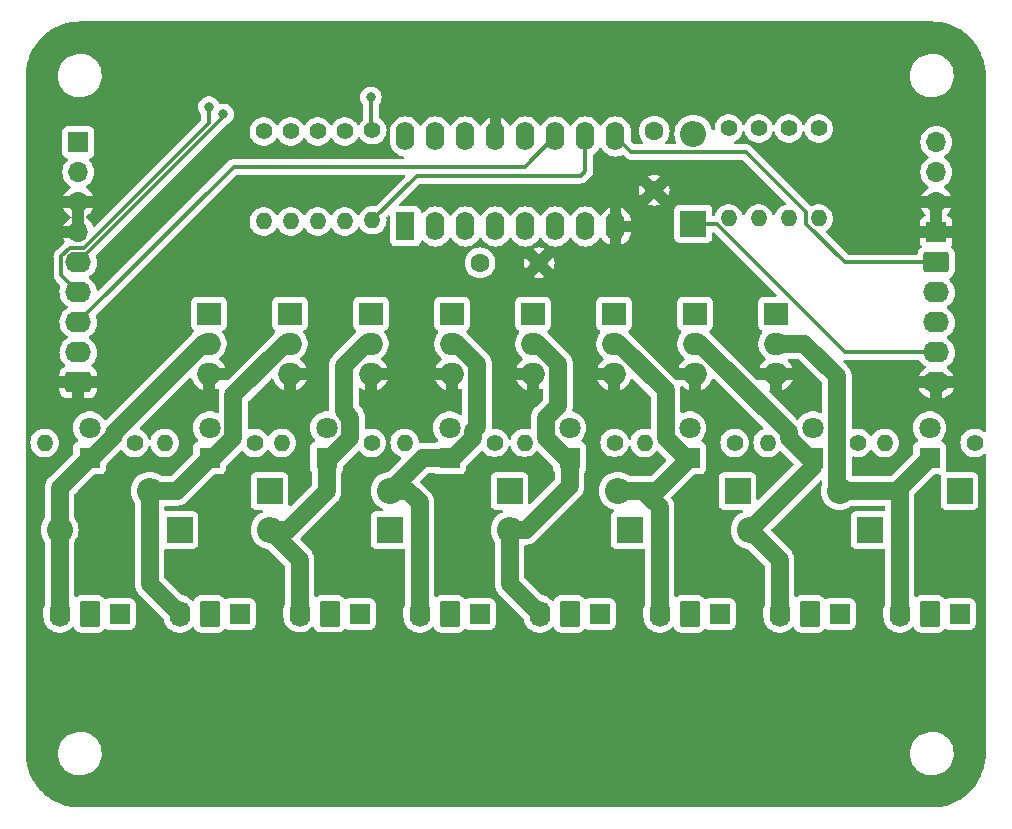
<source format=gbl>
G04 #@! TF.GenerationSoftware,KiCad,Pcbnew,7.0.1*
G04 #@! TF.CreationDate,2023-07-05T13:59:42-05:00*
G04 #@! TF.ProjectId,shift register mosfet array,73686966-7420-4726-9567-697374657220,rev?*
G04 #@! TF.SameCoordinates,Original*
G04 #@! TF.FileFunction,Copper,L2,Bot*
G04 #@! TF.FilePolarity,Positive*
%FSLAX46Y46*%
G04 Gerber Fmt 4.6, Leading zero omitted, Abs format (unit mm)*
G04 Created by KiCad (PCBNEW 7.0.1) date 2023-07-05 13:59:42*
%MOMM*%
%LPD*%
G01*
G04 APERTURE LIST*
G04 Aperture macros list*
%AMRoundRect*
0 Rectangle with rounded corners*
0 $1 Rounding radius*
0 $2 $3 $4 $5 $6 $7 $8 $9 X,Y pos of 4 corners*
0 Add a 4 corners polygon primitive as box body*
4,1,4,$2,$3,$4,$5,$6,$7,$8,$9,$2,$3,0*
0 Add four circle primitives for the rounded corners*
1,1,$1+$1,$2,$3*
1,1,$1+$1,$4,$5*
1,1,$1+$1,$6,$7*
1,1,$1+$1,$8,$9*
0 Add four rect primitives between the rounded corners*
20,1,$1+$1,$2,$3,$4,$5,0*
20,1,$1+$1,$4,$5,$6,$7,0*
20,1,$1+$1,$6,$7,$8,$9,0*
20,1,$1+$1,$8,$9,$2,$3,0*%
G04 Aperture macros list end*
G04 #@! TA.AperFunction,ComponentPad*
%ADD10R,2.000000X1.905000*%
G04 #@! TD*
G04 #@! TA.AperFunction,ComponentPad*
%ADD11O,2.000000X1.905000*%
G04 #@! TD*
G04 #@! TA.AperFunction,ComponentPad*
%ADD12R,1.700000X1.700000*%
G04 #@! TD*
G04 #@! TA.AperFunction,ComponentPad*
%ADD13RoundRect,0.250000X0.845000X-0.620000X0.845000X0.620000X-0.845000X0.620000X-0.845000X-0.620000X0*%
G04 #@! TD*
G04 #@! TA.AperFunction,ComponentPad*
%ADD14O,2.190000X1.740000*%
G04 #@! TD*
G04 #@! TA.AperFunction,ComponentPad*
%ADD15R,2.200000X2.200000*%
G04 #@! TD*
G04 #@! TA.AperFunction,ComponentPad*
%ADD16O,2.200000X2.200000*%
G04 #@! TD*
G04 #@! TA.AperFunction,ComponentPad*
%ADD17RoundRect,0.250000X-0.845000X0.620000X-0.845000X-0.620000X0.845000X-0.620000X0.845000X0.620000X0*%
G04 #@! TD*
G04 #@! TA.AperFunction,ComponentPad*
%ADD18C,1.400000*%
G04 #@! TD*
G04 #@! TA.AperFunction,ComponentPad*
%ADD19O,1.400000X1.400000*%
G04 #@! TD*
G04 #@! TA.AperFunction,ComponentPad*
%ADD20R,1.800000X1.800000*%
G04 #@! TD*
G04 #@! TA.AperFunction,ComponentPad*
%ADD21C,1.800000*%
G04 #@! TD*
G04 #@! TA.AperFunction,ComponentPad*
%ADD22O,1.700000X1.700000*%
G04 #@! TD*
G04 #@! TA.AperFunction,ComponentPad*
%ADD23RoundRect,0.250000X0.620000X0.845000X-0.620000X0.845000X-0.620000X-0.845000X0.620000X-0.845000X0*%
G04 #@! TD*
G04 #@! TA.AperFunction,ComponentPad*
%ADD24O,1.740000X2.190000*%
G04 #@! TD*
G04 #@! TA.AperFunction,ComponentPad*
%ADD25C,1.600000*%
G04 #@! TD*
G04 #@! TA.AperFunction,ComponentPad*
%ADD26R,1.600000X2.400000*%
G04 #@! TD*
G04 #@! TA.AperFunction,ComponentPad*
%ADD27O,1.600000X2.400000*%
G04 #@! TD*
G04 #@! TA.AperFunction,ViaPad*
%ADD28C,0.800000*%
G04 #@! TD*
G04 #@! TA.AperFunction,Conductor*
%ADD29C,0.300000*%
G04 #@! TD*
G04 #@! TA.AperFunction,Conductor*
%ADD30C,1.500000*%
G04 #@! TD*
G04 APERTURE END LIST*
D10*
X135890000Y-81534000D03*
D11*
X135890000Y-84074000D03*
X135890000Y-86614000D03*
D12*
X182433000Y-106934000D03*
D13*
X117977000Y-87326000D03*
D14*
X117977000Y-84786000D03*
X117977000Y-82246000D03*
X117977000Y-79706000D03*
X117977000Y-77166000D03*
D15*
X134173000Y-96520000D03*
D16*
X124013000Y-96520000D03*
D17*
X190621000Y-77166000D03*
D14*
X190621000Y-79706000D03*
X190621000Y-82246000D03*
X190621000Y-84786000D03*
X190621000Y-87326000D03*
D18*
X133680000Y-66091000D03*
D19*
X133680000Y-73711000D03*
D18*
X178130000Y-65837000D03*
D19*
X178130000Y-73457000D03*
D12*
X141793000Y-106934000D03*
D20*
X159573000Y-93726000D03*
D21*
X159573000Y-91186000D03*
D10*
X149606000Y-81534000D03*
D11*
X149606000Y-84074000D03*
X149606000Y-86614000D03*
D10*
X156464000Y-81534000D03*
D11*
X156464000Y-84074000D03*
X156464000Y-86614000D03*
D10*
X170180000Y-81534000D03*
D11*
X170180000Y-84074000D03*
X170180000Y-86614000D03*
D12*
X117977000Y-67006000D03*
D22*
X117977000Y-69546000D03*
X117977000Y-72086000D03*
X117977000Y-74626000D03*
D20*
X138999000Y-93731000D03*
D21*
X138999000Y-91191000D03*
D23*
X190053000Y-106934000D03*
D24*
X187513000Y-106934000D03*
D20*
X180147000Y-93731000D03*
D21*
X180147000Y-91191000D03*
D15*
X173797000Y-96520000D03*
D16*
X163637000Y-96520000D03*
D15*
X126553000Y-99822000D03*
D16*
X116393000Y-99822000D03*
D23*
X139253000Y-106914000D03*
D24*
X136713000Y-106914000D03*
D25*
X151993000Y-77216000D03*
X156993000Y-77216000D03*
D12*
X172273000Y-106934000D03*
X162113000Y-106934000D03*
D26*
X145678000Y-74133000D03*
D27*
X148218000Y-74133000D03*
X150758000Y-74133000D03*
X153298000Y-74133000D03*
X155838000Y-74133000D03*
X158378000Y-74133000D03*
X160918000Y-74133000D03*
X163458000Y-74133000D03*
X163458000Y-66513000D03*
X160918000Y-66513000D03*
X158378000Y-66513000D03*
X155838000Y-66513000D03*
X153298000Y-66513000D03*
X150758000Y-66513000D03*
X148218000Y-66513000D03*
X145678000Y-66513000D03*
D18*
X173050000Y-65837000D03*
D19*
X173050000Y-73457000D03*
D12*
X192593000Y-106934000D03*
D18*
X135966000Y-66091000D03*
D19*
X135966000Y-73711000D03*
D18*
X138252000Y-66091000D03*
D19*
X138252000Y-73711000D03*
D18*
X175590000Y-65837000D03*
D19*
X175590000Y-73457000D03*
D15*
X164653000Y-99822000D03*
D16*
X154493000Y-99822000D03*
D15*
X144333000Y-99822000D03*
D16*
X134173000Y-99822000D03*
D10*
X142748000Y-81534000D03*
D11*
X142748000Y-84074000D03*
X142748000Y-86614000D03*
D20*
X149413000Y-93726000D03*
D21*
X149413000Y-91186000D03*
D18*
X142869000Y-65990000D03*
D19*
X142869000Y-73610000D03*
D10*
X177038000Y-81534000D03*
D11*
X177038000Y-84074000D03*
X177038000Y-86614000D03*
D18*
X180670000Y-65837000D03*
D19*
X180670000Y-73457000D03*
D23*
X118933000Y-106934000D03*
D24*
X116393000Y-106934000D03*
D15*
X192593000Y-96520000D03*
D16*
X182433000Y-96520000D03*
D10*
X163322000Y-81534000D03*
D11*
X163322000Y-84074000D03*
X163322000Y-86614000D03*
D23*
X149413000Y-106934000D03*
D24*
X146873000Y-106934000D03*
D23*
X179893000Y-106934000D03*
D24*
X177353000Y-106934000D03*
D23*
X159573000Y-106934000D03*
D24*
X157033000Y-106934000D03*
D20*
X190053000Y-93731000D03*
D21*
X190053000Y-91191000D03*
D18*
X140538000Y-66091000D03*
D19*
X140538000Y-73711000D03*
D12*
X190621000Y-74626000D03*
D22*
X190621000Y-72086000D03*
X190621000Y-69546000D03*
X190621000Y-67006000D03*
D20*
X129093000Y-93731000D03*
D21*
X129093000Y-91191000D03*
D12*
X121473000Y-106934000D03*
D23*
X129093000Y-106934000D03*
D24*
X126553000Y-106934000D03*
D20*
X118933000Y-93731000D03*
D21*
X118933000Y-91191000D03*
D10*
X129032000Y-81534000D03*
D11*
X129032000Y-84074000D03*
X129032000Y-86614000D03*
D25*
X166745000Y-66070000D03*
X166745000Y-71070000D03*
D15*
X184973000Y-99822000D03*
D16*
X174813000Y-99822000D03*
D20*
X169733000Y-93731000D03*
D21*
X169733000Y-91191000D03*
D15*
X154493000Y-96520000D03*
D16*
X144333000Y-96520000D03*
D23*
X169733000Y-106934000D03*
D24*
X167193000Y-106934000D03*
D12*
X151953000Y-106934000D03*
X131633000Y-106934000D03*
D15*
X170047000Y-73904000D03*
D16*
X170047000Y-66284000D03*
D18*
X173543000Y-92456000D03*
D19*
X165923000Y-92456000D03*
D18*
X132903000Y-92456000D03*
D19*
X125283000Y-92456000D03*
D18*
X142809000Y-92456000D03*
D19*
X135189000Y-92456000D03*
D18*
X163383000Y-92451000D03*
D19*
X155763000Y-92451000D03*
D18*
X153223000Y-92451000D03*
D19*
X145603000Y-92451000D03*
D18*
X183957000Y-92456000D03*
D19*
X176337000Y-92456000D03*
D18*
X193863000Y-92456000D03*
D19*
X186243000Y-92456000D03*
D18*
X122743000Y-92456000D03*
D19*
X115123000Y-92456000D03*
D28*
X142748000Y-63190500D03*
X129032000Y-64008000D03*
X130256780Y-64650335D03*
D29*
X160918000Y-66513000D02*
X160918000Y-69460000D01*
X160918000Y-69460000D02*
X160528000Y-69850000D01*
X146629000Y-69850000D02*
X142869000Y-73610000D01*
X160528000Y-69850000D02*
X146629000Y-69850000D01*
X163458000Y-74133000D02*
X163682000Y-74133000D01*
X142748000Y-65869000D02*
X142869000Y-65990000D01*
X182894075Y-84786000D02*
X172012075Y-73904000D01*
X190621000Y-84786000D02*
X182894075Y-84786000D01*
X172012075Y-73904000D02*
X170047000Y-73904000D01*
X142748000Y-63190500D02*
X142748000Y-65869000D01*
D30*
X118933000Y-93731000D02*
X119150717Y-93731000D01*
X116393000Y-96271000D02*
X118933000Y-93731000D01*
X119150717Y-93731000D02*
X120993000Y-91888717D01*
X120993000Y-91605000D02*
X128524000Y-84074000D01*
X116393000Y-99822000D02*
X116393000Y-96271000D01*
X120993000Y-91888717D02*
X120993000Y-91605000D01*
X128524000Y-84074000D02*
X129032000Y-84074000D01*
X116393000Y-106934000D02*
X116393000Y-99822000D01*
X135444471Y-84074000D02*
X131118000Y-88400471D01*
X129416783Y-93731000D02*
X129093000Y-93731000D01*
X131118000Y-92029783D02*
X129416783Y-93731000D01*
X126304000Y-96520000D02*
X129093000Y-93731000D01*
X135890000Y-84074000D02*
X135444471Y-84074000D01*
X124013000Y-96520000D02*
X126304000Y-96520000D01*
X126553000Y-106934000D02*
X124013000Y-104394000D01*
X131118000Y-88400471D02*
X131118000Y-92029783D01*
X124013000Y-104394000D02*
X124013000Y-96520000D01*
X136713000Y-106914000D02*
X136713000Y-102362000D01*
X142302471Y-84074000D02*
X140462000Y-85914471D01*
X141024000Y-92029783D02*
X139322783Y-93731000D01*
X138999000Y-96551634D02*
X138999000Y-93731000D01*
X135728634Y-99822000D02*
X138999000Y-96551634D01*
X140462000Y-85914471D02*
X140462000Y-89790217D01*
X134173000Y-99822000D02*
X135728634Y-99822000D01*
X136713000Y-102362000D02*
X134173000Y-99822000D01*
X140462000Y-89790217D02*
X141024000Y-90352217D01*
X142748000Y-84074000D02*
X142302471Y-84074000D01*
X141024000Y-90352217D02*
X141024000Y-92029783D01*
X139322783Y-93731000D02*
X138999000Y-93731000D01*
X151731000Y-91147000D02*
X151438000Y-91440000D01*
X151731000Y-85753471D02*
X151731000Y-91147000D01*
X151438000Y-91440000D02*
X151438000Y-92024783D01*
X149736783Y-93726000D02*
X149413000Y-93726000D01*
X149413000Y-93726000D02*
X147127000Y-93726000D01*
X145888634Y-96520000D02*
X144333000Y-96520000D01*
X150051529Y-84074000D02*
X151731000Y-85753471D01*
X146873000Y-106934000D02*
X146873000Y-97504366D01*
X151438000Y-92024783D02*
X149736783Y-93726000D01*
X147127000Y-93726000D02*
X144333000Y-96520000D01*
X146873000Y-97504366D02*
X145888634Y-96520000D01*
X149606000Y-84074000D02*
X150051529Y-84074000D01*
X158589000Y-85753471D02*
X158589000Y-89306217D01*
X154493000Y-99822000D02*
X154493000Y-104394000D01*
X157548000Y-92024783D02*
X159249217Y-93726000D01*
X154493000Y-104394000D02*
X157033000Y-106934000D01*
X158589000Y-89306217D02*
X157548000Y-90347217D01*
X155877000Y-99822000D02*
X154493000Y-99822000D01*
X156909529Y-84074000D02*
X158589000Y-85753471D01*
X159573000Y-93726000D02*
X159573000Y-96126000D01*
X156464000Y-84074000D02*
X156909529Y-84074000D01*
X157548000Y-90347217D02*
X157548000Y-92024783D01*
X159249217Y-93726000D02*
X159573000Y-93726000D01*
X159573000Y-96126000D02*
X155877000Y-99822000D01*
X167193000Y-97912000D02*
X165801000Y-96520000D01*
X163767529Y-84074000D02*
X167708000Y-88014471D01*
X165801000Y-96520000D02*
X163637000Y-96520000D01*
X167708000Y-92029783D02*
X169409217Y-93731000D01*
X163637000Y-96520000D02*
X166944000Y-96520000D01*
X167708000Y-88014471D02*
X167708000Y-92029783D01*
X169409217Y-93731000D02*
X169733000Y-93731000D01*
X163322000Y-84074000D02*
X163767529Y-84074000D01*
X166944000Y-96520000D02*
X169733000Y-93731000D01*
X167193000Y-106934000D02*
X167193000Y-97912000D01*
X177353000Y-102362000D02*
X174813000Y-99822000D01*
X177353000Y-106934000D02*
X177353000Y-102362000D01*
X174813000Y-99822000D02*
X180147000Y-94488000D01*
X179823217Y-93731000D02*
X180147000Y-93731000D01*
X180147000Y-94488000D02*
X180147000Y-93731000D01*
X178122000Y-91570471D02*
X178122000Y-92029783D01*
X170625529Y-84074000D02*
X178122000Y-91570471D01*
X178122000Y-92029783D02*
X179823217Y-93731000D01*
X170180000Y-84074000D02*
X170625529Y-84074000D01*
X190053000Y-93731000D02*
X187513000Y-96271000D01*
X187264000Y-96520000D02*
X190053000Y-93731000D01*
X177038000Y-84074000D02*
X179443000Y-84074000D01*
X182433000Y-96520000D02*
X187264000Y-96520000D01*
X182207000Y-96294000D02*
X182433000Y-96520000D01*
X187513000Y-96271000D02*
X187513000Y-106934000D01*
X179443000Y-84074000D02*
X182207000Y-86838000D01*
X182207000Y-86838000D02*
X182207000Y-96294000D01*
D29*
X155803000Y-69088000D02*
X131135000Y-69088000D01*
X158378000Y-66513000D02*
X155803000Y-69088000D01*
X131135000Y-69088000D02*
X117977000Y-82246000D01*
X116532000Y-76660659D02*
X117246659Y-75946000D01*
X117246659Y-75946000D02*
X118489894Y-75946000D01*
X117977000Y-79706000D02*
X116532000Y-78261000D01*
X118489894Y-75946000D02*
X129032000Y-65403894D01*
X129032000Y-65403894D02*
X129032000Y-64008000D01*
X116532000Y-78261000D02*
X116532000Y-76660659D01*
X130256780Y-64886220D02*
X130256780Y-64650335D01*
X117977000Y-77166000D02*
X130256780Y-64886220D01*
X164763000Y-67818000D02*
X163458000Y-66513000D01*
X182894075Y-77166000D02*
X179620000Y-73891925D01*
X179620000Y-73891925D02*
X179620000Y-72940000D01*
X190621000Y-77166000D02*
X182894075Y-77166000D01*
X174498000Y-67818000D02*
X164763000Y-67818000D01*
X179620000Y-72940000D02*
X174498000Y-67818000D01*
G04 #@! TA.AperFunction,Conductor*
G36*
X190248702Y-56783617D02*
G01*
X190440787Y-56792004D01*
X190645340Y-56801462D01*
X190655772Y-56802388D01*
X190855723Y-56828712D01*
X190856340Y-56828796D01*
X191052505Y-56856160D01*
X191062156Y-56857900D01*
X191260370Y-56901843D01*
X191261781Y-56902166D01*
X191453048Y-56947151D01*
X191461927Y-56949591D01*
X191656027Y-57010791D01*
X191658043Y-57011446D01*
X191843817Y-57073711D01*
X191851828Y-57076709D01*
X192040191Y-57154732D01*
X192042618Y-57155769D01*
X192221631Y-57234811D01*
X192228731Y-57238223D01*
X192409668Y-57332413D01*
X192412742Y-57334068D01*
X192583408Y-57429129D01*
X192589667Y-57432862D01*
X192761757Y-57542496D01*
X192765208Y-57544776D01*
X192926273Y-57655107D01*
X192931684Y-57659032D01*
X193093620Y-57783291D01*
X193097350Y-57786269D01*
X193247480Y-57910936D01*
X193252036Y-57914910D01*
X193402538Y-58052819D01*
X193406446Y-58056561D01*
X193544437Y-58194552D01*
X193548179Y-58198460D01*
X193686088Y-58348962D01*
X193690062Y-58353518D01*
X193814729Y-58503648D01*
X193817707Y-58507378D01*
X193941966Y-58669314D01*
X193945891Y-58674725D01*
X194056222Y-58835790D01*
X194058502Y-58839241D01*
X194168136Y-59011331D01*
X194171885Y-59017617D01*
X194266925Y-59188248D01*
X194268585Y-59191330D01*
X194362764Y-59372245D01*
X194366199Y-59379395D01*
X194445193Y-59558299D01*
X194446296Y-59560877D01*
X194524282Y-59749152D01*
X194527293Y-59757199D01*
X194589530Y-59942889D01*
X194590219Y-59945008D01*
X194651405Y-60139066D01*
X194653850Y-60147963D01*
X194698815Y-60339143D01*
X194699170Y-60340694D01*
X194743093Y-60538814D01*
X194744843Y-60548522D01*
X194772182Y-60744512D01*
X194772310Y-60745458D01*
X194798608Y-60945214D01*
X194799537Y-60955672D01*
X194809008Y-61160508D01*
X194809022Y-61160826D01*
X194817382Y-61352297D01*
X194817500Y-61357706D01*
X194817500Y-91420836D01*
X194804500Y-91476108D01*
X194768226Y-91519790D01*
X194716284Y-91542725D01*
X194659565Y-91540102D01*
X194609963Y-91512474D01*
X194589562Y-91493876D01*
X194589559Y-91493874D01*
X194589558Y-91493873D01*
X194400404Y-91376754D01*
X194248187Y-91317785D01*
X194192940Y-91296382D01*
X193974243Y-91255500D01*
X193751757Y-91255500D01*
X193556983Y-91291910D01*
X193533060Y-91296382D01*
X193325595Y-91376754D01*
X193136437Y-91493875D01*
X192972019Y-91643762D01*
X192837941Y-91821311D01*
X192738769Y-92020473D01*
X192677885Y-92234462D01*
X192657357Y-92455999D01*
X192677885Y-92677537D01*
X192738769Y-92891526D01*
X192837941Y-93090688D01*
X192972019Y-93268237D01*
X193136437Y-93418124D01*
X193325595Y-93535245D01*
X193325597Y-93535245D01*
X193325599Y-93535247D01*
X193533060Y-93615618D01*
X193751757Y-93656500D01*
X193974241Y-93656500D01*
X193974243Y-93656500D01*
X194192940Y-93615618D01*
X194400401Y-93535247D01*
X194589562Y-93418124D01*
X194609963Y-93399525D01*
X194659565Y-93371898D01*
X194716284Y-93369275D01*
X194768226Y-93392210D01*
X194804500Y-93435892D01*
X194817500Y-93491164D01*
X194817500Y-118756294D01*
X194817382Y-118761703D01*
X194809022Y-118953173D01*
X194809008Y-118953491D01*
X194799537Y-119158326D01*
X194798608Y-119168784D01*
X194772310Y-119368540D01*
X194772182Y-119369486D01*
X194744843Y-119565476D01*
X194743093Y-119575184D01*
X194699170Y-119773304D01*
X194698815Y-119774855D01*
X194653850Y-119966035D01*
X194651405Y-119974932D01*
X194590219Y-120168990D01*
X194589530Y-120171109D01*
X194527293Y-120356799D01*
X194524282Y-120364846D01*
X194446296Y-120553121D01*
X194445170Y-120555754D01*
X194366210Y-120734582D01*
X194362764Y-120741753D01*
X194268585Y-120922668D01*
X194266925Y-120925750D01*
X194171885Y-121096381D01*
X194168136Y-121102667D01*
X194058502Y-121274757D01*
X194056222Y-121278208D01*
X193945891Y-121439273D01*
X193941966Y-121444684D01*
X193817707Y-121606620D01*
X193814729Y-121610350D01*
X193690062Y-121760480D01*
X193686088Y-121765036D01*
X193548179Y-121915538D01*
X193544437Y-121919446D01*
X193406446Y-122057437D01*
X193402538Y-122061179D01*
X193252036Y-122199088D01*
X193247480Y-122203062D01*
X193097350Y-122327729D01*
X193093620Y-122330707D01*
X192931684Y-122454966D01*
X192926273Y-122458891D01*
X192765208Y-122569222D01*
X192761757Y-122571502D01*
X192589667Y-122681136D01*
X192583381Y-122684885D01*
X192412750Y-122779925D01*
X192409668Y-122781585D01*
X192228753Y-122875764D01*
X192221582Y-122879210D01*
X192042754Y-122958170D01*
X192040121Y-122959296D01*
X191851846Y-123037282D01*
X191843799Y-123040293D01*
X191658109Y-123102530D01*
X191655990Y-123103219D01*
X191461932Y-123164405D01*
X191453035Y-123166850D01*
X191261855Y-123211815D01*
X191260304Y-123212170D01*
X191062184Y-123256093D01*
X191052476Y-123257843D01*
X190856486Y-123285182D01*
X190855540Y-123285310D01*
X190655784Y-123311608D01*
X190645326Y-123312537D01*
X190440535Y-123322005D01*
X190440218Y-123322019D01*
X190257657Y-123329991D01*
X190248701Y-123330382D01*
X190243294Y-123330500D01*
X118112706Y-123330500D01*
X118107298Y-123330382D01*
X118097686Y-123329962D01*
X117915780Y-123322019D01*
X117915463Y-123322005D01*
X117710672Y-123312537D01*
X117700214Y-123311608D01*
X117500458Y-123285310D01*
X117499512Y-123285182D01*
X117303522Y-123257843D01*
X117293814Y-123256093D01*
X117095694Y-123212170D01*
X117094143Y-123211815D01*
X116902963Y-123166850D01*
X116894066Y-123164405D01*
X116700008Y-123103219D01*
X116697889Y-123102530D01*
X116512199Y-123040293D01*
X116504152Y-123037282D01*
X116315877Y-122959296D01*
X116313299Y-122958193D01*
X116134395Y-122879199D01*
X116127245Y-122875764D01*
X115946330Y-122781585D01*
X115943248Y-122779925D01*
X115772617Y-122684885D01*
X115766331Y-122681136D01*
X115594241Y-122571502D01*
X115590790Y-122569222D01*
X115429725Y-122458891D01*
X115424314Y-122454966D01*
X115262378Y-122330707D01*
X115258648Y-122327729D01*
X115108518Y-122203062D01*
X115103962Y-122199088D01*
X114953460Y-122061179D01*
X114949552Y-122057437D01*
X114811561Y-121919446D01*
X114807819Y-121915538D01*
X114669910Y-121765036D01*
X114665936Y-121760480D01*
X114541269Y-121610350D01*
X114538291Y-121606620D01*
X114414032Y-121444684D01*
X114410107Y-121439273D01*
X114299776Y-121278208D01*
X114297496Y-121274757D01*
X114187862Y-121102667D01*
X114184129Y-121096408D01*
X114089068Y-120925742D01*
X114087413Y-120922668D01*
X114061223Y-120872357D01*
X113993223Y-120741731D01*
X113989811Y-120734631D01*
X113910769Y-120555618D01*
X113909732Y-120553191D01*
X113831709Y-120364828D01*
X113828711Y-120356817D01*
X113766446Y-120171043D01*
X113765779Y-120168990D01*
X113727258Y-120046818D01*
X113704591Y-119974927D01*
X113702151Y-119966048D01*
X113657166Y-119774781D01*
X113656828Y-119773304D01*
X113651576Y-119749613D01*
X113612900Y-119575156D01*
X113611160Y-119565505D01*
X113583796Y-119369340D01*
X113583712Y-119368723D01*
X113557388Y-119168772D01*
X113556462Y-119158340D01*
X113546990Y-118953472D01*
X113541458Y-118826764D01*
X116255787Y-118826764D01*
X116285413Y-119096016D01*
X116319998Y-119228304D01*
X116353928Y-119358088D01*
X116442071Y-119565505D01*
X116459871Y-119607392D01*
X116600982Y-119838611D01*
X116774253Y-120046818D01*
X116774255Y-120046820D01*
X116975998Y-120227582D01*
X117201910Y-120377044D01*
X117308211Y-120426875D01*
X117447177Y-120492021D01*
X117706562Y-120570058D01*
X117706569Y-120570060D01*
X117974561Y-120609500D01*
X118177631Y-120609500D01*
X118177634Y-120609500D01*
X118380156Y-120594677D01*
X118380155Y-120594677D01*
X118644553Y-120535780D01*
X118897558Y-120439014D01*
X119133777Y-120306441D01*
X119348177Y-120140888D01*
X119536186Y-119945881D01*
X119693799Y-119725579D01*
X119817656Y-119484675D01*
X119905118Y-119228305D01*
X119954319Y-118961933D01*
X119959259Y-118826764D01*
X188391787Y-118826764D01*
X188421413Y-119096016D01*
X188455998Y-119228304D01*
X188489928Y-119358088D01*
X188578071Y-119565505D01*
X188595871Y-119607392D01*
X188736982Y-119838611D01*
X188910253Y-120046818D01*
X188910255Y-120046820D01*
X189111998Y-120227582D01*
X189337910Y-120377044D01*
X189444211Y-120426875D01*
X189583177Y-120492021D01*
X189842562Y-120570058D01*
X189842569Y-120570060D01*
X190110561Y-120609500D01*
X190313631Y-120609500D01*
X190313634Y-120609500D01*
X190516156Y-120594677D01*
X190516155Y-120594677D01*
X190780553Y-120535780D01*
X191033558Y-120439014D01*
X191269777Y-120306441D01*
X191484177Y-120140888D01*
X191672186Y-119945881D01*
X191829799Y-119725579D01*
X191953656Y-119484675D01*
X192041118Y-119228305D01*
X192090319Y-118961933D01*
X192100212Y-118691235D01*
X192070586Y-118421982D01*
X192002072Y-118159912D01*
X191896130Y-117910610D01*
X191755018Y-117679390D01*
X191755017Y-117679388D01*
X191581746Y-117471181D01*
X191476758Y-117377112D01*
X191380002Y-117290418D01*
X191154090Y-117140956D01*
X191154086Y-117140954D01*
X190908822Y-117025978D01*
X190649437Y-116947941D01*
X190649431Y-116947940D01*
X190381439Y-116908500D01*
X190178369Y-116908500D01*
X190178366Y-116908500D01*
X189975843Y-116923322D01*
X189711449Y-116982219D01*
X189458441Y-117078986D01*
X189222223Y-117211559D01*
X189007825Y-117377109D01*
X188819813Y-117572120D01*
X188662201Y-117792420D01*
X188538342Y-118033329D01*
X188450881Y-118289695D01*
X188401680Y-118556066D01*
X188391787Y-118826764D01*
X119959259Y-118826764D01*
X119964212Y-118691235D01*
X119934586Y-118421982D01*
X119866072Y-118159912D01*
X119760130Y-117910610D01*
X119619018Y-117679390D01*
X119619017Y-117679388D01*
X119445746Y-117471181D01*
X119340758Y-117377112D01*
X119244002Y-117290418D01*
X119018090Y-117140956D01*
X119018086Y-117140954D01*
X118772822Y-117025978D01*
X118513437Y-116947941D01*
X118513431Y-116947940D01*
X118245439Y-116908500D01*
X118042369Y-116908500D01*
X118042366Y-116908500D01*
X117839843Y-116923322D01*
X117575449Y-116982219D01*
X117322441Y-117078986D01*
X117086223Y-117211559D01*
X116871825Y-117377109D01*
X116683813Y-117572120D01*
X116526201Y-117792420D01*
X116402342Y-118033329D01*
X116314881Y-118289695D01*
X116265680Y-118556066D01*
X116255787Y-118826764D01*
X113541458Y-118826764D01*
X113538617Y-118761702D01*
X113538500Y-118756295D01*
X113538500Y-99821999D01*
X114787551Y-99821999D01*
X114807317Y-100073149D01*
X114866126Y-100318110D01*
X114914330Y-100434485D01*
X114962534Y-100550859D01*
X115094164Y-100765659D01*
X115108750Y-100782737D01*
X115112790Y-100787467D01*
X115134836Y-100825080D01*
X115142500Y-100867999D01*
X115142500Y-106113109D01*
X115135417Y-106154418D01*
X115061925Y-106362418D01*
X115022500Y-106592351D01*
X115022500Y-107217220D01*
X115037329Y-107391451D01*
X115096114Y-107617220D01*
X115192207Y-107829801D01*
X115312058Y-108007126D01*
X115322847Y-108023088D01*
X115484272Y-108191516D01*
X115671839Y-108330240D01*
X115880153Y-108435270D01*
X116103220Y-108503583D01*
X116334624Y-108533216D01*
X116567707Y-108523314D01*
X116795765Y-108474164D01*
X117012235Y-108387179D01*
X117210891Y-108264862D01*
X117386018Y-108110731D01*
X117417911Y-108071231D01*
X117471178Y-108032902D01*
X117536547Y-108027126D01*
X117595710Y-108055521D01*
X117617344Y-108087993D01*
X117620578Y-108085999D01*
X117628185Y-108098333D01*
X117628186Y-108098334D01*
X117648818Y-108131785D01*
X117720288Y-108247657D01*
X117844342Y-108371711D01*
X117869420Y-108387179D01*
X117993666Y-108463814D01*
X118099847Y-108498999D01*
X118160202Y-108518999D01*
X118170702Y-108520071D01*
X118262991Y-108529500D01*
X119603008Y-108529499D01*
X119705797Y-108518999D01*
X119872334Y-108463814D01*
X120021656Y-108371712D01*
X120145712Y-108247656D01*
X120157081Y-108229222D01*
X120207063Y-108183461D01*
X120273643Y-108170810D01*
X120336930Y-108195053D01*
X120380669Y-108227796D01*
X120515517Y-108278091D01*
X120575127Y-108284500D01*
X122370872Y-108284499D01*
X122430483Y-108278091D01*
X122565331Y-108227796D01*
X122680546Y-108141546D01*
X122766796Y-108026331D01*
X122817091Y-107891483D01*
X122823500Y-107831873D01*
X122823499Y-106036128D01*
X122817091Y-105976517D01*
X122766796Y-105841669D01*
X122680546Y-105726454D01*
X122565331Y-105640204D01*
X122430483Y-105589909D01*
X122370873Y-105583500D01*
X122370869Y-105583500D01*
X120575130Y-105583500D01*
X120515515Y-105589909D01*
X120380667Y-105640204D01*
X120336928Y-105672947D01*
X120273643Y-105697188D01*
X120207064Y-105684538D01*
X120157080Y-105638775D01*
X120145713Y-105620345D01*
X120021654Y-105496286D01*
X119872334Y-105404186D01*
X119705797Y-105349000D01*
X119603009Y-105338500D01*
X118262991Y-105338500D01*
X118160203Y-105349000D01*
X117993665Y-105404186D01*
X117832596Y-105503534D01*
X117770204Y-105521966D01*
X117707068Y-105506272D01*
X117660566Y-105460774D01*
X117643500Y-105397995D01*
X117643500Y-100867999D01*
X117651164Y-100825080D01*
X117673210Y-100787467D01*
X117674617Y-100785820D01*
X117691836Y-100765659D01*
X117823466Y-100550859D01*
X117919873Y-100318111D01*
X117978683Y-100073148D01*
X117998449Y-99822000D01*
X117978683Y-99570852D01*
X117919873Y-99325889D01*
X117823466Y-99093141D01*
X117691836Y-98878341D01*
X117673209Y-98856532D01*
X117651164Y-98818920D01*
X117643500Y-98776001D01*
X117643500Y-96840336D01*
X117652939Y-96792883D01*
X117679819Y-96752655D01*
X117912475Y-96519999D01*
X122407551Y-96519999D01*
X122427317Y-96771149D01*
X122486126Y-97016110D01*
X122529436Y-97120669D01*
X122582534Y-97248859D01*
X122714164Y-97463659D01*
X122732790Y-97485467D01*
X122754836Y-97523080D01*
X122762500Y-97565999D01*
X122762500Y-104316814D01*
X122761720Y-104330698D01*
X122757761Y-104365826D01*
X122762219Y-104431932D01*
X122762500Y-104440274D01*
X122762500Y-104450155D01*
X122766153Y-104490749D01*
X122766371Y-104493521D01*
X122772904Y-104590414D01*
X122773973Y-104594657D01*
X122777229Y-104613820D01*
X122777622Y-104618185D01*
X122803465Y-104711824D01*
X122804158Y-104714447D01*
X122822335Y-104786583D01*
X122827904Y-104808684D01*
X122829712Y-104812664D01*
X122836342Y-104830950D01*
X122837506Y-104835168D01*
X122879657Y-104922699D01*
X122880835Y-104925217D01*
X122920992Y-105013625D01*
X122923483Y-105017220D01*
X122933271Y-105034029D01*
X122935170Y-105037974D01*
X122992258Y-105116548D01*
X122993868Y-105118817D01*
X123049178Y-105198652D01*
X123052268Y-105201742D01*
X123064905Y-105216537D01*
X123067478Y-105220078D01*
X123067479Y-105220079D01*
X123137699Y-105287216D01*
X123139688Y-105289162D01*
X125161145Y-107310619D01*
X125185907Y-107346025D01*
X125197017Y-107387778D01*
X125197329Y-107391451D01*
X125256114Y-107617220D01*
X125352207Y-107829801D01*
X125472058Y-108007126D01*
X125482847Y-108023088D01*
X125644272Y-108191516D01*
X125831839Y-108330240D01*
X126040153Y-108435270D01*
X126263220Y-108503583D01*
X126494624Y-108533216D01*
X126727707Y-108523314D01*
X126955765Y-108474164D01*
X127172235Y-108387179D01*
X127370891Y-108264862D01*
X127546018Y-108110731D01*
X127577911Y-108071231D01*
X127631178Y-108032902D01*
X127696547Y-108027126D01*
X127755710Y-108055521D01*
X127777344Y-108087993D01*
X127780578Y-108085999D01*
X127788185Y-108098333D01*
X127788186Y-108098334D01*
X127808818Y-108131785D01*
X127880288Y-108247657D01*
X128004342Y-108371711D01*
X128029420Y-108387179D01*
X128153666Y-108463814D01*
X128259847Y-108498999D01*
X128320202Y-108518999D01*
X128330702Y-108520071D01*
X128422991Y-108529500D01*
X129763008Y-108529499D01*
X129865797Y-108518999D01*
X130032334Y-108463814D01*
X130181656Y-108371712D01*
X130305712Y-108247656D01*
X130317081Y-108229222D01*
X130367063Y-108183461D01*
X130433643Y-108170810D01*
X130496930Y-108195053D01*
X130540669Y-108227796D01*
X130675517Y-108278091D01*
X130735127Y-108284500D01*
X132530872Y-108284499D01*
X132590483Y-108278091D01*
X132725331Y-108227796D01*
X132840546Y-108141546D01*
X132926796Y-108026331D01*
X132977091Y-107891483D01*
X132983500Y-107831873D01*
X132983499Y-106036128D01*
X132977091Y-105976517D01*
X132926796Y-105841669D01*
X132840546Y-105726454D01*
X132725331Y-105640204D01*
X132590483Y-105589909D01*
X132530873Y-105583500D01*
X132530869Y-105583500D01*
X130735130Y-105583500D01*
X130675515Y-105589909D01*
X130540667Y-105640204D01*
X130496928Y-105672947D01*
X130433643Y-105697188D01*
X130367064Y-105684538D01*
X130317080Y-105638775D01*
X130305713Y-105620345D01*
X130181654Y-105496286D01*
X130032334Y-105404186D01*
X129865797Y-105349000D01*
X129763009Y-105338500D01*
X128422991Y-105338500D01*
X128320203Y-105349000D01*
X128153665Y-105404186D01*
X128004342Y-105496288D01*
X127880288Y-105620342D01*
X127780578Y-105782001D01*
X127777637Y-105780187D01*
X127757574Y-105810978D01*
X127701605Y-105840047D01*
X127638576Y-105837825D01*
X127584792Y-105804887D01*
X127551035Y-105769666D01*
X127461728Y-105676484D01*
X127448403Y-105666629D01*
X127274161Y-105537760D01*
X127065847Y-105432730D01*
X126842775Y-105364415D01*
X126780532Y-105356444D01*
X126741637Y-105344757D01*
X126708604Y-105321130D01*
X125299819Y-103912345D01*
X125272939Y-103872117D01*
X125263500Y-103824664D01*
X125263500Y-101545320D01*
X125282393Y-101479528D01*
X125333316Y-101433785D01*
X125400750Y-101422030D01*
X125402984Y-101422269D01*
X125405127Y-101422500D01*
X127700872Y-101422499D01*
X127760483Y-101416091D01*
X127895331Y-101365796D01*
X128010546Y-101279546D01*
X128096796Y-101164331D01*
X128147091Y-101029483D01*
X128153500Y-100969873D01*
X128153499Y-99822000D01*
X132567551Y-99822000D01*
X132587317Y-100073149D01*
X132646126Y-100318110D01*
X132694330Y-100434485D01*
X132742534Y-100550859D01*
X132874164Y-100765659D01*
X133037776Y-100957224D01*
X133229341Y-101120836D01*
X133444141Y-101252466D01*
X133676889Y-101348873D01*
X133921852Y-101407683D01*
X133950444Y-101409933D01*
X133992627Y-101420940D01*
X134028395Y-101445869D01*
X135426181Y-102843655D01*
X135453061Y-102883883D01*
X135462500Y-102931336D01*
X135462500Y-106093109D01*
X135455417Y-106134418D01*
X135381925Y-106342418D01*
X135342500Y-106572351D01*
X135342500Y-107197220D01*
X135357329Y-107371451D01*
X135416114Y-107597220D01*
X135512207Y-107809801D01*
X135642846Y-108003087D01*
X135671421Y-108032902D01*
X135804272Y-108171516D01*
X135991839Y-108310240D01*
X136200153Y-108415270D01*
X136423220Y-108483583D01*
X136654624Y-108513216D01*
X136887707Y-108503314D01*
X137115765Y-108454164D01*
X137332235Y-108367179D01*
X137530891Y-108244862D01*
X137706018Y-108090731D01*
X137737911Y-108051231D01*
X137791178Y-108012902D01*
X137856547Y-108007126D01*
X137915710Y-108035521D01*
X137937344Y-108067993D01*
X137940578Y-108065999D01*
X137948185Y-108078333D01*
X137948186Y-108078334D01*
X137957076Y-108092747D01*
X138040288Y-108227657D01*
X138164342Y-108351711D01*
X138189420Y-108367179D01*
X138313666Y-108443814D01*
X138405253Y-108474163D01*
X138480202Y-108498999D01*
X138490703Y-108500071D01*
X138582991Y-108509500D01*
X139923008Y-108509499D01*
X140025797Y-108498999D01*
X140192334Y-108443814D01*
X140341656Y-108351712D01*
X140465712Y-108227656D01*
X140468642Y-108222904D01*
X140518624Y-108177144D01*
X140585204Y-108164493D01*
X140648489Y-108188734D01*
X140700669Y-108227796D01*
X140835517Y-108278091D01*
X140895127Y-108284500D01*
X142690872Y-108284499D01*
X142750483Y-108278091D01*
X142885331Y-108227796D01*
X143000546Y-108141546D01*
X143086796Y-108026331D01*
X143137091Y-107891483D01*
X143143500Y-107831873D01*
X143143499Y-106036128D01*
X143137091Y-105976517D01*
X143086796Y-105841669D01*
X143000546Y-105726454D01*
X142885331Y-105640204D01*
X142750483Y-105589909D01*
X142690873Y-105583500D01*
X142690869Y-105583500D01*
X140895130Y-105583500D01*
X140835515Y-105589909D01*
X140700667Y-105640204D01*
X140665369Y-105666629D01*
X140602083Y-105690871D01*
X140535505Y-105678221D01*
X140485520Y-105632458D01*
X140465711Y-105600342D01*
X140341657Y-105476288D01*
X140192334Y-105384186D01*
X140025797Y-105329000D01*
X139923009Y-105318500D01*
X138582991Y-105318500D01*
X138480203Y-105329000D01*
X138313665Y-105384186D01*
X138152596Y-105483534D01*
X138090204Y-105501966D01*
X138027068Y-105486272D01*
X137980566Y-105440774D01*
X137963500Y-105377995D01*
X137963500Y-102439176D01*
X137964280Y-102425291D01*
X137968237Y-102390171D01*
X137963781Y-102324077D01*
X137963500Y-102315736D01*
X137963500Y-102305848D01*
X137959844Y-102265228D01*
X137959626Y-102262452D01*
X137953096Y-102165589D01*
X137953096Y-102165587D01*
X137952027Y-102161345D01*
X137948768Y-102142157D01*
X137948377Y-102137812D01*
X137922534Y-102044173D01*
X137921840Y-102041547D01*
X137898096Y-101947316D01*
X137896290Y-101943340D01*
X137889655Y-101925040D01*
X137888493Y-101920829D01*
X137846346Y-101833310D01*
X137845189Y-101830838D01*
X137805007Y-101742374D01*
X137802520Y-101738784D01*
X137792720Y-101721954D01*
X137790830Y-101718029D01*
X137790829Y-101718027D01*
X137733713Y-101639414D01*
X137732125Y-101637175D01*
X137676819Y-101557345D01*
X137673734Y-101554260D01*
X137661091Y-101539458D01*
X137658522Y-101535922D01*
X137588299Y-101468782D01*
X137586310Y-101466836D01*
X136806971Y-100687497D01*
X136774877Y-100631910D01*
X136774877Y-100567722D01*
X136806968Y-100512139D01*
X139828667Y-97490439D01*
X139839016Y-97481191D01*
X139866666Y-97459142D01*
X139910268Y-97409234D01*
X139915959Y-97403148D01*
X139922945Y-97396163D01*
X139949132Y-97364794D01*
X139950781Y-97362863D01*
X140014765Y-97289630D01*
X140017002Y-97285885D01*
X140028269Y-97270004D01*
X140031068Y-97266653D01*
X140079008Y-97182163D01*
X140080375Y-97179816D01*
X140092153Y-97160101D01*
X140130215Y-97096398D01*
X140131749Y-97092308D01*
X140139998Y-97074675D01*
X140142153Y-97070879D01*
X140174261Y-96979118D01*
X140175141Y-96976691D01*
X140209307Y-96885658D01*
X140210086Y-96881361D01*
X140215050Y-96862551D01*
X140216498Y-96858416D01*
X140227496Y-96788974D01*
X140231696Y-96762459D01*
X140232154Y-96759758D01*
X140249500Y-96664181D01*
X140249500Y-96659804D01*
X140251027Y-96640405D01*
X140251710Y-96636094D01*
X140249530Y-96538992D01*
X140249500Y-96536212D01*
X140249500Y-96520000D01*
X142727551Y-96520000D01*
X142747317Y-96771149D01*
X142806126Y-97016110D01*
X142849436Y-97120669D01*
X142902534Y-97248859D01*
X143034164Y-97463659D01*
X143197776Y-97655224D01*
X143389341Y-97818836D01*
X143604141Y-97950466D01*
X143682540Y-97982939D01*
X143735405Y-98024614D01*
X143758705Y-98087771D01*
X143745572Y-98153794D01*
X143699877Y-98203227D01*
X143635087Y-98221500D01*
X143185130Y-98221500D01*
X143125515Y-98227909D01*
X142990669Y-98278204D01*
X142875454Y-98364454D01*
X142789204Y-98479668D01*
X142738909Y-98614516D01*
X142732500Y-98674130D01*
X142732500Y-100969869D01*
X142738909Y-101029484D01*
X142749312Y-101057375D01*
X142789204Y-101164331D01*
X142875454Y-101279546D01*
X142990669Y-101365796D01*
X143125517Y-101416091D01*
X143185127Y-101422500D01*
X145480872Y-101422499D01*
X145485242Y-101422029D01*
X145552679Y-101433780D01*
X145603605Y-101479524D01*
X145622500Y-101545318D01*
X145622500Y-106113109D01*
X145615417Y-106154418D01*
X145541925Y-106362418D01*
X145502500Y-106592351D01*
X145502500Y-107217220D01*
X145517329Y-107391451D01*
X145576114Y-107617220D01*
X145672207Y-107829801D01*
X145792058Y-108007126D01*
X145802847Y-108023088D01*
X145964272Y-108191516D01*
X146151839Y-108330240D01*
X146360153Y-108435270D01*
X146583220Y-108503583D01*
X146814624Y-108533216D01*
X147047707Y-108523314D01*
X147275765Y-108474164D01*
X147492235Y-108387179D01*
X147690891Y-108264862D01*
X147866018Y-108110731D01*
X147897911Y-108071231D01*
X147951178Y-108032902D01*
X148016547Y-108027126D01*
X148075710Y-108055521D01*
X148097344Y-108087993D01*
X148100578Y-108085999D01*
X148108185Y-108098333D01*
X148108186Y-108098334D01*
X148128818Y-108131785D01*
X148200288Y-108247657D01*
X148324342Y-108371711D01*
X148349420Y-108387179D01*
X148473666Y-108463814D01*
X148579847Y-108498999D01*
X148640202Y-108518999D01*
X148650702Y-108520071D01*
X148742991Y-108529500D01*
X150083008Y-108529499D01*
X150185797Y-108518999D01*
X150352334Y-108463814D01*
X150501656Y-108371712D01*
X150625712Y-108247656D01*
X150637081Y-108229222D01*
X150687063Y-108183461D01*
X150753643Y-108170810D01*
X150816930Y-108195053D01*
X150860669Y-108227796D01*
X150995517Y-108278091D01*
X151055127Y-108284500D01*
X152850872Y-108284499D01*
X152910483Y-108278091D01*
X153045331Y-108227796D01*
X153160546Y-108141546D01*
X153246796Y-108026331D01*
X153297091Y-107891483D01*
X153303500Y-107831873D01*
X153303499Y-106036128D01*
X153297091Y-105976517D01*
X153246796Y-105841669D01*
X153160546Y-105726454D01*
X153045331Y-105640204D01*
X152910483Y-105589909D01*
X152850873Y-105583500D01*
X152850869Y-105583500D01*
X151055130Y-105583500D01*
X150995515Y-105589909D01*
X150860667Y-105640204D01*
X150816928Y-105672947D01*
X150753643Y-105697188D01*
X150687064Y-105684538D01*
X150637080Y-105638775D01*
X150625713Y-105620345D01*
X150501654Y-105496286D01*
X150352334Y-105404186D01*
X150185797Y-105349000D01*
X150083009Y-105338500D01*
X148742991Y-105338500D01*
X148640203Y-105349000D01*
X148473665Y-105404186D01*
X148312596Y-105503534D01*
X148250204Y-105521966D01*
X148187068Y-105506272D01*
X148140566Y-105460774D01*
X148123500Y-105397995D01*
X148123500Y-97581552D01*
X148124280Y-97567668D01*
X148128238Y-97532539D01*
X148124361Y-97475040D01*
X148123780Y-97466431D01*
X148123500Y-97458092D01*
X148123500Y-97448216D01*
X148123500Y-97448211D01*
X148119839Y-97407544D01*
X148119630Y-97404882D01*
X148113096Y-97307954D01*
X148112028Y-97303718D01*
X148108768Y-97284535D01*
X148108377Y-97280178D01*
X148082527Y-97186518D01*
X148081832Y-97183880D01*
X148062547Y-97107346D01*
X148058096Y-97089683D01*
X148056285Y-97085697D01*
X148049656Y-97067412D01*
X148048493Y-97063196D01*
X148006332Y-96975649D01*
X148005181Y-96973189D01*
X147965007Y-96884741D01*
X147962519Y-96881150D01*
X147952723Y-96864327D01*
X147951860Y-96862535D01*
X147950829Y-96860393D01*
X147893706Y-96781770D01*
X147892128Y-96779546D01*
X147880290Y-96762459D01*
X147836820Y-96699712D01*
X147833733Y-96696625D01*
X147821091Y-96681824D01*
X147818522Y-96678288D01*
X147748299Y-96611148D01*
X147746310Y-96609202D01*
X146966972Y-95829864D01*
X146934878Y-95774277D01*
X146934878Y-95710089D01*
X146966972Y-95654502D01*
X147608655Y-95012819D01*
X147648883Y-94985939D01*
X147696336Y-94976500D01*
X148104770Y-94976500D01*
X148143929Y-94982846D01*
X148179080Y-95001232D01*
X148270669Y-95069796D01*
X148405517Y-95120091D01*
X148465127Y-95126500D01*
X150360872Y-95126499D01*
X150420483Y-95120091D01*
X150555331Y-95069796D01*
X150670546Y-94983546D01*
X150756796Y-94868331D01*
X150807091Y-94733483D01*
X150813500Y-94673873D01*
X150813499Y-94469117D01*
X150822938Y-94421666D01*
X150849817Y-94381439D01*
X152074648Y-93156608D01*
X152135799Y-93123162D01*
X152205335Y-93127988D01*
X152261281Y-93169564D01*
X152332019Y-93263237D01*
X152496437Y-93413124D01*
X152685595Y-93530245D01*
X152685597Y-93530245D01*
X152685599Y-93530247D01*
X152893060Y-93610618D01*
X153111757Y-93651500D01*
X153334241Y-93651500D01*
X153334243Y-93651500D01*
X153552940Y-93610618D01*
X153760401Y-93530247D01*
X153949562Y-93413124D01*
X154113981Y-93263236D01*
X154248058Y-93085689D01*
X154347229Y-92886528D01*
X154373734Y-92793374D01*
X154406133Y-92738820D01*
X154461275Y-92707435D01*
X154524725Y-92707435D01*
X154579867Y-92738820D01*
X154612266Y-92793374D01*
X154638769Y-92886526D01*
X154737941Y-93085688D01*
X154872019Y-93263237D01*
X155036437Y-93413124D01*
X155225595Y-93530245D01*
X155225597Y-93530245D01*
X155225599Y-93530247D01*
X155433060Y-93610618D01*
X155651757Y-93651500D01*
X155874241Y-93651500D01*
X155874243Y-93651500D01*
X156092940Y-93610618D01*
X156300401Y-93530247D01*
X156489562Y-93413124D01*
X156648496Y-93268236D01*
X156653979Y-93263238D01*
X156653981Y-93263236D01*
X156724719Y-93169563D01*
X156780663Y-93127989D01*
X156850200Y-93123162D01*
X156911352Y-93156609D01*
X157556005Y-93801263D01*
X158136181Y-94381439D01*
X158163061Y-94421667D01*
X158172500Y-94469119D01*
X158172500Y-94673869D01*
X158178909Y-94733484D01*
X158204056Y-94800906D01*
X158229204Y-94868331D01*
X158278600Y-94934315D01*
X158297767Y-94959919D01*
X158316154Y-94995071D01*
X158322500Y-95034230D01*
X158322500Y-95556663D01*
X158313061Y-95604116D01*
X158286181Y-95644344D01*
X156305180Y-97625344D01*
X156255817Y-97655594D01*
X156198101Y-97660136D01*
X156144614Y-97637981D01*
X156107014Y-97593958D01*
X156093499Y-97537666D01*
X156093499Y-95372128D01*
X156087091Y-95312517D01*
X156036796Y-95177669D01*
X155950546Y-95062454D01*
X155835331Y-94976204D01*
X155700483Y-94925909D01*
X155640873Y-94919500D01*
X155640869Y-94919500D01*
X153345130Y-94919500D01*
X153285515Y-94925909D01*
X153150669Y-94976204D01*
X153035454Y-95062454D01*
X152949204Y-95177668D01*
X152898909Y-95312515D01*
X152898909Y-95312517D01*
X152893429Y-95363492D01*
X152892500Y-95372130D01*
X152892500Y-97667869D01*
X152898909Y-97727484D01*
X152924056Y-97794907D01*
X152949204Y-97862331D01*
X153035454Y-97977546D01*
X153150669Y-98063796D01*
X153285517Y-98114091D01*
X153345127Y-98120500D01*
X153795088Y-98120499D01*
X153859875Y-98138771D01*
X153905571Y-98188204D01*
X153918704Y-98254227D01*
X153895405Y-98317384D01*
X153842539Y-98359060D01*
X153764141Y-98391534D01*
X153764139Y-98391535D01*
X153764137Y-98391536D01*
X153549342Y-98523163D01*
X153357776Y-98686776D01*
X153194163Y-98878342D01*
X153062535Y-99093139D01*
X152966126Y-99325889D01*
X152907317Y-99570850D01*
X152887551Y-99822000D01*
X152907317Y-100073149D01*
X152966126Y-100318110D01*
X153014330Y-100434485D01*
X153062534Y-100550859D01*
X153194164Y-100765659D01*
X153208750Y-100782737D01*
X153212790Y-100787467D01*
X153234836Y-100825080D01*
X153242500Y-100867999D01*
X153242500Y-104316814D01*
X153241720Y-104330698D01*
X153237761Y-104365826D01*
X153242219Y-104431932D01*
X153242500Y-104440274D01*
X153242500Y-104450155D01*
X153246153Y-104490749D01*
X153246371Y-104493521D01*
X153252904Y-104590414D01*
X153253973Y-104594657D01*
X153257229Y-104613820D01*
X153257622Y-104618185D01*
X153283465Y-104711824D01*
X153284158Y-104714447D01*
X153302335Y-104786583D01*
X153307904Y-104808684D01*
X153309712Y-104812664D01*
X153316342Y-104830950D01*
X153317506Y-104835168D01*
X153359657Y-104922699D01*
X153360835Y-104925217D01*
X153400992Y-105013625D01*
X153403483Y-105017220D01*
X153413271Y-105034029D01*
X153415170Y-105037974D01*
X153472258Y-105116548D01*
X153473868Y-105118817D01*
X153529178Y-105198652D01*
X153532268Y-105201742D01*
X153544905Y-105216537D01*
X153547478Y-105220078D01*
X153547479Y-105220079D01*
X153617699Y-105287216D01*
X153619688Y-105289162D01*
X155641145Y-107310619D01*
X155665907Y-107346025D01*
X155677017Y-107387778D01*
X155677329Y-107391451D01*
X155736114Y-107617220D01*
X155832207Y-107829801D01*
X155952058Y-108007126D01*
X155962847Y-108023088D01*
X156124272Y-108191516D01*
X156311839Y-108330240D01*
X156520153Y-108435270D01*
X156743220Y-108503583D01*
X156974624Y-108533216D01*
X157207707Y-108523314D01*
X157435765Y-108474164D01*
X157652235Y-108387179D01*
X157850891Y-108264862D01*
X158026018Y-108110731D01*
X158057911Y-108071231D01*
X158111178Y-108032902D01*
X158176547Y-108027126D01*
X158235710Y-108055521D01*
X158257344Y-108087993D01*
X158260578Y-108085999D01*
X158268185Y-108098333D01*
X158268186Y-108098334D01*
X158288818Y-108131785D01*
X158360288Y-108247657D01*
X158484342Y-108371711D01*
X158509420Y-108387179D01*
X158633666Y-108463814D01*
X158739847Y-108498999D01*
X158800202Y-108518999D01*
X158810702Y-108520071D01*
X158902991Y-108529500D01*
X160243008Y-108529499D01*
X160345797Y-108518999D01*
X160512334Y-108463814D01*
X160661656Y-108371712D01*
X160785712Y-108247656D01*
X160797081Y-108229222D01*
X160847063Y-108183461D01*
X160913643Y-108170810D01*
X160976930Y-108195053D01*
X161020669Y-108227796D01*
X161155517Y-108278091D01*
X161215127Y-108284500D01*
X163010872Y-108284499D01*
X163070483Y-108278091D01*
X163205331Y-108227796D01*
X163320546Y-108141546D01*
X163406796Y-108026331D01*
X163457091Y-107891483D01*
X163463500Y-107831873D01*
X163463499Y-106036128D01*
X163457091Y-105976517D01*
X163406796Y-105841669D01*
X163320546Y-105726454D01*
X163205331Y-105640204D01*
X163070483Y-105589909D01*
X163010873Y-105583500D01*
X163010869Y-105583500D01*
X161215130Y-105583500D01*
X161155515Y-105589909D01*
X161020667Y-105640204D01*
X160976928Y-105672947D01*
X160913643Y-105697188D01*
X160847064Y-105684538D01*
X160797080Y-105638775D01*
X160785713Y-105620345D01*
X160661654Y-105496286D01*
X160512334Y-105404186D01*
X160345797Y-105349000D01*
X160243009Y-105338500D01*
X158902991Y-105338500D01*
X158800203Y-105349000D01*
X158633665Y-105404186D01*
X158484342Y-105496288D01*
X158360288Y-105620342D01*
X158260578Y-105782001D01*
X158257637Y-105780187D01*
X158237574Y-105810978D01*
X158181605Y-105840047D01*
X158118576Y-105837825D01*
X158064792Y-105804887D01*
X158031035Y-105769666D01*
X157941728Y-105676484D01*
X157928403Y-105666629D01*
X157754161Y-105537760D01*
X157545847Y-105432730D01*
X157322775Y-105364415D01*
X157260532Y-105356444D01*
X157221637Y-105344757D01*
X157188604Y-105321130D01*
X155779819Y-103912345D01*
X155752939Y-103872117D01*
X155743500Y-103824664D01*
X155743500Y-101200261D01*
X155758749Y-101140687D01*
X155800744Y-101095764D01*
X155859157Y-101076542D01*
X155901450Y-101073690D01*
X155914935Y-101072780D01*
X155923274Y-101072500D01*
X155933150Y-101072500D01*
X155933155Y-101072500D01*
X155973800Y-101068841D01*
X155976504Y-101068628D01*
X156073412Y-101062096D01*
X156077652Y-101061027D01*
X156096837Y-101057768D01*
X156101188Y-101057377D01*
X156194856Y-101031525D01*
X156197466Y-101030836D01*
X156291683Y-101007096D01*
X156295658Y-101005290D01*
X156313961Y-100998655D01*
X156318167Y-100997494D01*
X156318167Y-100997493D01*
X156318170Y-100997493D01*
X156405739Y-100955321D01*
X156408165Y-100954187D01*
X156496626Y-100914007D01*
X156500209Y-100911524D01*
X156517039Y-100901723D01*
X156520973Y-100899829D01*
X156599608Y-100842696D01*
X156601781Y-100841155D01*
X156681654Y-100785820D01*
X156684740Y-100782732D01*
X156699543Y-100770089D01*
X156703078Y-100767522D01*
X156770239Y-100697275D01*
X156772096Y-100695376D01*
X160402667Y-97064805D01*
X160413016Y-97055557D01*
X160440666Y-97033508D01*
X160484267Y-96983601D01*
X160489956Y-96977517D01*
X160491812Y-96975661D01*
X160496944Y-96970530D01*
X160523099Y-96939200D01*
X160524856Y-96937143D01*
X160570638Y-96884744D01*
X160588762Y-96864000D01*
X160588763Y-96863998D01*
X160588765Y-96863996D01*
X160591002Y-96860251D01*
X160602269Y-96844370D01*
X160605068Y-96841019D01*
X160653008Y-96756529D01*
X160654375Y-96754182D01*
X160697607Y-96681824D01*
X160704215Y-96670764D01*
X160705749Y-96666674D01*
X160713998Y-96649041D01*
X160716153Y-96645245D01*
X160748253Y-96553507D01*
X160749153Y-96551023D01*
X160783307Y-96460024D01*
X160784087Y-96455723D01*
X160789052Y-96436913D01*
X160790498Y-96432783D01*
X160805708Y-96336746D01*
X160806144Y-96334181D01*
X160823500Y-96238547D01*
X160823500Y-96234170D01*
X160825027Y-96214771D01*
X160825710Y-96210460D01*
X160823531Y-96113378D01*
X160823500Y-96110596D01*
X160823500Y-95034230D01*
X160829846Y-94995071D01*
X160848233Y-94959919D01*
X160862816Y-94940439D01*
X160916796Y-94868331D01*
X160967091Y-94733483D01*
X160973500Y-94673873D01*
X160973499Y-92778128D01*
X160967091Y-92718517D01*
X160916796Y-92583669D01*
X160830546Y-92468454D01*
X160715331Y-92382204D01*
X160648496Y-92357276D01*
X160635093Y-92352277D01*
X160585558Y-92318261D01*
X160557831Y-92264951D01*
X160558424Y-92204864D01*
X160587196Y-92152114D01*
X160681979Y-92049153D01*
X160808924Y-91854849D01*
X160902157Y-91642300D01*
X160959134Y-91417305D01*
X160978300Y-91186000D01*
X160959134Y-90954695D01*
X160902157Y-90729700D01*
X160808924Y-90517151D01*
X160681979Y-90322847D01*
X160524784Y-90152087D01*
X160341626Y-90009530D01*
X160137503Y-89899064D01*
X160137499Y-89899062D01*
X160137498Y-89899062D01*
X159917983Y-89823702D01*
X159890135Y-89819055D01*
X159839868Y-89798632D01*
X159803133Y-89758703D01*
X159786962Y-89706911D01*
X159794453Y-89653174D01*
X159799305Y-89640245D01*
X159799307Y-89640241D01*
X159800087Y-89635940D01*
X159805052Y-89617130D01*
X159806498Y-89613000D01*
X159821708Y-89516963D01*
X159822144Y-89514398D01*
X159839500Y-89418764D01*
X159839500Y-89414387D01*
X159841027Y-89394988D01*
X159841710Y-89390677D01*
X159839531Y-89293595D01*
X159839500Y-89290813D01*
X159839500Y-87114000D01*
X161910441Y-87114000D01*
X161939781Y-87199462D01*
X162054348Y-87411164D01*
X162202201Y-87601126D01*
X162379292Y-87764151D01*
X162580819Y-87895815D01*
X162801257Y-87992507D01*
X162822000Y-87997761D01*
X162822000Y-87114000D01*
X161910441Y-87114000D01*
X159839500Y-87114000D01*
X159839500Y-85830657D01*
X159840280Y-85816772D01*
X159844238Y-85781643D01*
X159839781Y-85715534D01*
X159839500Y-85707193D01*
X159839500Y-85697319D01*
X159839267Y-85694727D01*
X159835844Y-85656695D01*
X159835630Y-85653969D01*
X159829097Y-85557059D01*
X159828028Y-85552817D01*
X159824768Y-85533626D01*
X159824377Y-85529285D01*
X159824377Y-85529283D01*
X159798513Y-85435571D01*
X159797855Y-85433080D01*
X159774096Y-85338788D01*
X159772285Y-85334802D01*
X159765656Y-85316517D01*
X159764493Y-85312301D01*
X159722332Y-85224754D01*
X159721181Y-85222294D01*
X159681007Y-85133846D01*
X159678519Y-85130255D01*
X159668723Y-85113432D01*
X159666829Y-85109498D01*
X159609706Y-85030875D01*
X159608128Y-85028651D01*
X159552820Y-84948817D01*
X159549734Y-84945731D01*
X159537091Y-84930929D01*
X159534522Y-84927393D01*
X159464299Y-84860253D01*
X159462310Y-84858307D01*
X158798402Y-84194399D01*
X161821500Y-84194399D01*
X161861134Y-84431915D01*
X161922715Y-84611293D01*
X161939321Y-84659664D01*
X162053928Y-84871439D01*
X162201829Y-85061463D01*
X162378990Y-85224551D01*
X162403387Y-85240490D01*
X162444619Y-85285280D01*
X162459564Y-85344297D01*
X162444619Y-85403314D01*
X162403387Y-85448106D01*
X162379294Y-85463846D01*
X162202201Y-85626873D01*
X162054348Y-85816835D01*
X161939781Y-86028537D01*
X161910440Y-86113999D01*
X161910441Y-86114000D01*
X163698000Y-86114000D01*
X163760000Y-86130613D01*
X163805387Y-86176000D01*
X163822000Y-86238000D01*
X163822000Y-87997761D01*
X163842742Y-87992507D01*
X164063180Y-87895815D01*
X164264707Y-87764151D01*
X164441798Y-87601126D01*
X164589651Y-87411164D01*
X164704219Y-87199460D01*
X164747133Y-87074458D01*
X164781378Y-87022628D01*
X164836465Y-86993912D01*
X164898566Y-86995517D01*
X164952095Y-87027040D01*
X166421181Y-88496126D01*
X166448061Y-88536354D01*
X166457500Y-88583807D01*
X166457500Y-91194611D01*
X166443194Y-91252431D01*
X166403577Y-91296910D01*
X166347791Y-91317785D01*
X166288707Y-91310238D01*
X166252942Y-91296382D01*
X166143591Y-91275940D01*
X166034243Y-91255500D01*
X165811757Y-91255500D01*
X165616983Y-91291910D01*
X165593060Y-91296382D01*
X165385595Y-91376754D01*
X165196437Y-91493875D01*
X165032019Y-91643762D01*
X164897941Y-91821311D01*
X164798770Y-92020472D01*
X164772977Y-92111126D01*
X164740578Y-92165679D01*
X164685435Y-92197064D01*
X164621986Y-92197064D01*
X164566843Y-92165678D01*
X164534445Y-92111125D01*
X164507230Y-92015473D01*
X164408058Y-91816311D01*
X164273980Y-91638762D01*
X164109562Y-91488875D01*
X163920404Y-91371754D01*
X163810087Y-91329017D01*
X163712940Y-91291382D01*
X163494243Y-91250500D01*
X163271757Y-91250500D01*
X163053059Y-91291382D01*
X163053060Y-91291382D01*
X162845595Y-91371754D01*
X162656437Y-91488875D01*
X162492019Y-91638762D01*
X162357941Y-91816311D01*
X162258769Y-92015473D01*
X162197885Y-92229462D01*
X162177357Y-92451000D01*
X162197885Y-92672537D01*
X162258769Y-92886526D01*
X162357941Y-93085688D01*
X162492019Y-93263237D01*
X162656437Y-93413124D01*
X162845595Y-93530245D01*
X162845597Y-93530245D01*
X162845599Y-93530247D01*
X163053060Y-93610618D01*
X163271757Y-93651500D01*
X163494241Y-93651500D01*
X163494243Y-93651500D01*
X163712940Y-93610618D01*
X163920401Y-93530247D01*
X164109562Y-93413124D01*
X164273981Y-93263236D01*
X164408058Y-93085689D01*
X164507229Y-92886528D01*
X164533022Y-92795871D01*
X164565420Y-92741321D01*
X164620563Y-92709935D01*
X164684012Y-92709935D01*
X164739155Y-92741320D01*
X164771554Y-92795873D01*
X164798770Y-92891527D01*
X164897941Y-93090688D01*
X165032019Y-93268237D01*
X165196437Y-93418124D01*
X165385595Y-93535245D01*
X165385597Y-93535245D01*
X165385599Y-93535247D01*
X165593060Y-93615618D01*
X165811757Y-93656500D01*
X166034241Y-93656500D01*
X166034243Y-93656500D01*
X166252940Y-93615618D01*
X166460401Y-93535247D01*
X166649562Y-93418124D01*
X166813981Y-93268236D01*
X166884719Y-93174563D01*
X166940663Y-93132989D01*
X167010199Y-93128162D01*
X167071353Y-93161610D01*
X167714953Y-93805210D01*
X167747047Y-93860797D01*
X167747047Y-93924985D01*
X167714953Y-93980572D01*
X166462345Y-95233181D01*
X166422117Y-95260061D01*
X166374664Y-95269500D01*
X165913547Y-95269500D01*
X165909170Y-95269500D01*
X165889773Y-95267973D01*
X165885460Y-95267290D01*
X165788358Y-95269469D01*
X165785578Y-95269500D01*
X164682999Y-95269500D01*
X164640080Y-95261836D01*
X164602467Y-95239790D01*
X164594729Y-95233181D01*
X164580659Y-95221164D01*
X164365859Y-95089534D01*
X164232343Y-95034230D01*
X164133110Y-94993126D01*
X163888149Y-94934317D01*
X163637000Y-94914551D01*
X163385850Y-94934317D01*
X163140889Y-94993126D01*
X162908139Y-95089535D01*
X162693342Y-95221163D01*
X162501776Y-95384776D01*
X162338163Y-95576342D01*
X162206535Y-95791139D01*
X162110126Y-96023889D01*
X162051317Y-96268850D01*
X162031551Y-96520000D01*
X162051317Y-96771149D01*
X162110126Y-97016110D01*
X162153436Y-97120669D01*
X162206534Y-97248859D01*
X162338164Y-97463659D01*
X162501776Y-97655224D01*
X162693341Y-97818836D01*
X162908141Y-97950466D01*
X163140889Y-98046873D01*
X163246716Y-98072279D01*
X163306846Y-98106591D01*
X163339209Y-98167793D01*
X163333716Y-98236807D01*
X163292079Y-98292119D01*
X163195455Y-98364451D01*
X163109204Y-98479668D01*
X163058909Y-98614516D01*
X163052500Y-98674130D01*
X163052500Y-100969869D01*
X163058909Y-101029484D01*
X163069312Y-101057375D01*
X163109204Y-101164331D01*
X163195454Y-101279546D01*
X163310669Y-101365796D01*
X163445517Y-101416091D01*
X163505127Y-101422500D01*
X165800872Y-101422499D01*
X165805242Y-101422029D01*
X165872679Y-101433780D01*
X165923605Y-101479524D01*
X165942500Y-101545318D01*
X165942500Y-106113109D01*
X165935417Y-106154418D01*
X165861925Y-106362418D01*
X165822500Y-106592351D01*
X165822500Y-107217220D01*
X165837329Y-107391451D01*
X165896114Y-107617220D01*
X165992207Y-107829801D01*
X166112058Y-108007126D01*
X166122847Y-108023088D01*
X166284272Y-108191516D01*
X166471839Y-108330240D01*
X166680153Y-108435270D01*
X166903220Y-108503583D01*
X167134624Y-108533216D01*
X167367707Y-108523314D01*
X167595765Y-108474164D01*
X167812235Y-108387179D01*
X168010891Y-108264862D01*
X168186018Y-108110731D01*
X168217911Y-108071231D01*
X168271178Y-108032902D01*
X168336547Y-108027126D01*
X168395710Y-108055521D01*
X168417344Y-108087993D01*
X168420578Y-108085999D01*
X168428185Y-108098333D01*
X168428186Y-108098334D01*
X168448818Y-108131785D01*
X168520288Y-108247657D01*
X168644342Y-108371711D01*
X168669420Y-108387179D01*
X168793666Y-108463814D01*
X168899847Y-108498999D01*
X168960202Y-108518999D01*
X168970702Y-108520071D01*
X169062991Y-108529500D01*
X170403008Y-108529499D01*
X170505797Y-108518999D01*
X170672334Y-108463814D01*
X170821656Y-108371712D01*
X170945712Y-108247656D01*
X170957081Y-108229222D01*
X171007063Y-108183461D01*
X171073643Y-108170810D01*
X171136930Y-108195053D01*
X171180669Y-108227796D01*
X171315517Y-108278091D01*
X171375127Y-108284500D01*
X173170872Y-108284499D01*
X173230483Y-108278091D01*
X173365331Y-108227796D01*
X173480546Y-108141546D01*
X173566796Y-108026331D01*
X173617091Y-107891483D01*
X173623500Y-107831873D01*
X173623499Y-106036128D01*
X173617091Y-105976517D01*
X173566796Y-105841669D01*
X173480546Y-105726454D01*
X173365331Y-105640204D01*
X173230483Y-105589909D01*
X173170873Y-105583500D01*
X173170869Y-105583500D01*
X171375130Y-105583500D01*
X171315515Y-105589909D01*
X171180667Y-105640204D01*
X171136928Y-105672947D01*
X171073643Y-105697188D01*
X171007064Y-105684538D01*
X170957080Y-105638775D01*
X170945713Y-105620345D01*
X170821654Y-105496286D01*
X170672334Y-105404186D01*
X170505797Y-105349000D01*
X170403009Y-105338500D01*
X169062991Y-105338500D01*
X168960203Y-105349000D01*
X168793665Y-105404186D01*
X168632596Y-105503534D01*
X168570204Y-105521966D01*
X168507068Y-105506272D01*
X168460566Y-105460774D01*
X168443500Y-105397995D01*
X168443500Y-97989176D01*
X168444280Y-97975291D01*
X168448237Y-97940171D01*
X168443781Y-97874077D01*
X168443500Y-97865736D01*
X168443500Y-97855848D01*
X168441522Y-97833875D01*
X168439842Y-97815208D01*
X168439626Y-97812452D01*
X168437314Y-97778164D01*
X168433096Y-97715587D01*
X168432027Y-97711345D01*
X168428768Y-97692157D01*
X168428377Y-97687812D01*
X168402534Y-97594173D01*
X168401840Y-97591547D01*
X168378096Y-97497316D01*
X168376290Y-97493340D01*
X168369655Y-97475040D01*
X168368493Y-97470830D01*
X168338840Y-97409254D01*
X168326340Y-97383299D01*
X168325189Y-97380839D01*
X168290161Y-97303721D01*
X168285008Y-97292375D01*
X168283106Y-97289630D01*
X168282517Y-97288780D01*
X168272724Y-97271962D01*
X168272343Y-97271172D01*
X168270829Y-97268027D01*
X168213740Y-97189450D01*
X168212132Y-97187184D01*
X168208694Y-97182222D01*
X168202804Y-97173720D01*
X168181981Y-97120669D01*
X168187090Y-97063905D01*
X168217048Y-97015424D01*
X170064654Y-95167818D01*
X170104883Y-95140938D01*
X170152336Y-95131499D01*
X170680870Y-95131499D01*
X170680872Y-95131499D01*
X170740483Y-95125091D01*
X170875331Y-95074796D01*
X170990546Y-94988546D01*
X171076796Y-94873331D01*
X171127091Y-94738483D01*
X171133500Y-94678873D01*
X171133499Y-92783128D01*
X171127091Y-92723517D01*
X171076796Y-92588669D01*
X170990546Y-92473454D01*
X170967229Y-92455999D01*
X172337357Y-92455999D01*
X172357885Y-92677537D01*
X172418769Y-92891526D01*
X172517941Y-93090688D01*
X172652019Y-93268237D01*
X172816437Y-93418124D01*
X173005595Y-93535245D01*
X173005597Y-93535245D01*
X173005599Y-93535247D01*
X173213060Y-93615618D01*
X173431757Y-93656500D01*
X173654241Y-93656500D01*
X173654243Y-93656500D01*
X173872940Y-93615618D01*
X174080401Y-93535247D01*
X174269562Y-93418124D01*
X174433981Y-93268236D01*
X174568058Y-93090689D01*
X174667229Y-92891528D01*
X174667228Y-92891528D01*
X174667230Y-92891526D01*
X174695156Y-92793374D01*
X174728115Y-92677536D01*
X174748643Y-92456000D01*
X174728115Y-92234464D01*
X174704684Y-92152112D01*
X174667230Y-92020473D01*
X174568058Y-91821311D01*
X174433980Y-91643762D01*
X174269562Y-91493875D01*
X174080404Y-91376754D01*
X173928187Y-91317785D01*
X173872940Y-91296382D01*
X173654243Y-91255500D01*
X173431757Y-91255500D01*
X173236983Y-91291910D01*
X173213060Y-91296382D01*
X173005595Y-91376754D01*
X172816437Y-91493875D01*
X172652019Y-91643762D01*
X172517941Y-91821311D01*
X172418769Y-92020473D01*
X172357885Y-92234462D01*
X172337357Y-92455999D01*
X170967229Y-92455999D01*
X170875331Y-92387204D01*
X170822357Y-92367446D01*
X170795093Y-92357277D01*
X170745558Y-92323261D01*
X170717831Y-92269951D01*
X170718424Y-92209864D01*
X170747196Y-92157114D01*
X170841979Y-92054153D01*
X170968924Y-91859849D01*
X171062157Y-91647300D01*
X171119134Y-91422305D01*
X171138300Y-91191000D01*
X171119134Y-90959695D01*
X171062157Y-90734700D01*
X170968924Y-90522151D01*
X170841979Y-90327847D01*
X170684784Y-90157087D01*
X170501626Y-90014530D01*
X170297503Y-89904064D01*
X170297499Y-89904062D01*
X170297498Y-89904062D01*
X170077984Y-89828702D01*
X169897781Y-89798632D01*
X169849049Y-89790500D01*
X169616951Y-89790500D01*
X169571164Y-89798140D01*
X169388015Y-89828702D01*
X169168501Y-89904062D01*
X169168497Y-89904063D01*
X169168497Y-89904064D01*
X169141515Y-89918665D01*
X169079938Y-89933584D01*
X169019026Y-89916133D01*
X168974688Y-89870869D01*
X168958500Y-89809610D01*
X168958500Y-88091657D01*
X168959280Y-88077772D01*
X168963238Y-88042643D01*
X168958781Y-87976534D01*
X168958500Y-87968193D01*
X168958500Y-87958319D01*
X168958500Y-87958316D01*
X168954844Y-87917695D01*
X168954630Y-87914969D01*
X168948097Y-87818059D01*
X168947028Y-87813817D01*
X168943769Y-87794638D01*
X168943048Y-87786631D01*
X168951913Y-87728237D01*
X168986785Y-87680568D01*
X169039754Y-87654439D01*
X169098801Y-87655778D01*
X169150531Y-87684281D01*
X169237292Y-87764151D01*
X169438819Y-87895815D01*
X169659257Y-87992507D01*
X169680000Y-87997761D01*
X169680000Y-87114000D01*
X168765730Y-87114000D01*
X168734355Y-87142448D01*
X168684114Y-87158434D01*
X168631772Y-87152101D01*
X168586793Y-87124594D01*
X168583287Y-87121241D01*
X168581310Y-87119307D01*
X164706345Y-83244342D01*
X164697079Y-83233974D01*
X164675035Y-83206332D01*
X164625132Y-83162732D01*
X164619036Y-83157033D01*
X164612056Y-83150053D01*
X164580784Y-83123945D01*
X164578668Y-83122138D01*
X164569191Y-83113858D01*
X164536929Y-83069619D01*
X164526864Y-83015799D01*
X164540959Y-82962891D01*
X164576464Y-82921213D01*
X164679546Y-82844046D01*
X164765796Y-82728831D01*
X164816091Y-82593983D01*
X164822500Y-82534373D01*
X164822499Y-80533628D01*
X164816091Y-80474017D01*
X164765796Y-80339169D01*
X164679546Y-80223954D01*
X164564331Y-80137704D01*
X164429483Y-80087409D01*
X164369873Y-80081000D01*
X164369869Y-80081000D01*
X162274130Y-80081000D01*
X162214515Y-80087409D01*
X162079669Y-80137704D01*
X161964454Y-80223954D01*
X161878204Y-80339168D01*
X161827909Y-80474016D01*
X161821500Y-80533630D01*
X161821500Y-82534369D01*
X161821652Y-82535780D01*
X161827909Y-82593983D01*
X161878204Y-82728831D01*
X161964454Y-82844046D01*
X162079669Y-82930296D01*
X162110314Y-82941726D01*
X162158130Y-82973838D01*
X162186279Y-83024091D01*
X162188687Y-83081640D01*
X162164833Y-83134069D01*
X162053929Y-83276559D01*
X161939319Y-83488340D01*
X161861134Y-83716084D01*
X161821500Y-83953601D01*
X161821500Y-84194399D01*
X158798402Y-84194399D01*
X157848345Y-83244342D01*
X157839079Y-83233974D01*
X157817035Y-83206332D01*
X157767132Y-83162732D01*
X157761036Y-83157033D01*
X157754056Y-83150053D01*
X157722784Y-83123945D01*
X157720668Y-83122138D01*
X157711191Y-83113858D01*
X157678929Y-83069619D01*
X157668864Y-83015799D01*
X157682959Y-82962891D01*
X157718464Y-82921213D01*
X157821546Y-82844046D01*
X157907796Y-82728831D01*
X157958091Y-82593983D01*
X157964500Y-82534373D01*
X157964499Y-80533628D01*
X157958091Y-80474017D01*
X157907796Y-80339169D01*
X157821546Y-80223954D01*
X157706331Y-80137704D01*
X157571483Y-80087409D01*
X157511873Y-80081000D01*
X157511869Y-80081000D01*
X155416130Y-80081000D01*
X155356515Y-80087409D01*
X155221669Y-80137704D01*
X155106454Y-80223954D01*
X155020204Y-80339168D01*
X154969909Y-80474016D01*
X154963500Y-80533630D01*
X154963500Y-82534369D01*
X154963652Y-82535780D01*
X154969909Y-82593983D01*
X155020204Y-82728831D01*
X155106454Y-82844046D01*
X155221669Y-82930296D01*
X155252314Y-82941726D01*
X155300130Y-82973838D01*
X155328279Y-83024091D01*
X155330687Y-83081640D01*
X155306833Y-83134069D01*
X155195929Y-83276559D01*
X155081319Y-83488340D01*
X155003134Y-83716084D01*
X154963500Y-83953601D01*
X154963500Y-84194399D01*
X155003134Y-84431915D01*
X155064715Y-84611293D01*
X155081321Y-84659664D01*
X155195928Y-84871439D01*
X155343829Y-85061463D01*
X155520990Y-85224551D01*
X155545387Y-85240490D01*
X155586619Y-85285280D01*
X155601564Y-85344297D01*
X155586619Y-85403314D01*
X155545387Y-85448106D01*
X155521294Y-85463846D01*
X155344201Y-85626873D01*
X155196348Y-85816835D01*
X155081781Y-86028537D01*
X155052440Y-86113999D01*
X155052441Y-86114000D01*
X156840000Y-86114000D01*
X156902000Y-86130613D01*
X156947387Y-86176000D01*
X156964000Y-86238000D01*
X156964000Y-87997761D01*
X156984742Y-87992508D01*
X157164690Y-87913576D01*
X157224740Y-87903556D01*
X157282322Y-87923323D01*
X157323555Y-87968115D01*
X157338500Y-88027132D01*
X157338500Y-88736880D01*
X157329061Y-88784333D01*
X157302181Y-88824561D01*
X156718343Y-89408398D01*
X156707980Y-89417660D01*
X156680335Y-89439708D01*
X156636735Y-89489609D01*
X156631050Y-89495690D01*
X156624059Y-89502681D01*
X156597928Y-89533981D01*
X156596124Y-89536093D01*
X156532235Y-89609220D01*
X156529986Y-89612984D01*
X156518739Y-89628834D01*
X156515932Y-89632196D01*
X156467978Y-89716707D01*
X156466604Y-89719066D01*
X156442924Y-89758703D01*
X156416782Y-89802458D01*
X156415246Y-89806552D01*
X156407009Y-89824161D01*
X156404847Y-89827970D01*
X156372762Y-89919661D01*
X156371814Y-89922274D01*
X156337691Y-90013195D01*
X156336910Y-90017499D01*
X156331950Y-90036294D01*
X156330501Y-90040434D01*
X156315304Y-90136383D01*
X156314838Y-90139124D01*
X156297500Y-90234667D01*
X156297500Y-90239047D01*
X156295973Y-90258443D01*
X156295290Y-90262757D01*
X156296259Y-90305943D01*
X156297469Y-90359857D01*
X156297500Y-90362639D01*
X156297500Y-91189611D01*
X156283194Y-91247431D01*
X156243577Y-91291910D01*
X156187791Y-91312785D01*
X156128707Y-91305238D01*
X156092942Y-91291382D01*
X155983591Y-91270941D01*
X155874243Y-91250500D01*
X155651757Y-91250500D01*
X155433059Y-91291382D01*
X155433060Y-91291382D01*
X155225595Y-91371754D01*
X155036437Y-91488875D01*
X154872019Y-91638762D01*
X154737941Y-91816311D01*
X154638769Y-92015473D01*
X154612266Y-92108625D01*
X154579867Y-92163179D01*
X154524724Y-92194564D01*
X154461276Y-92194564D01*
X154406133Y-92163179D01*
X154373734Y-92108625D01*
X154347230Y-92015473D01*
X154248058Y-91816311D01*
X154113980Y-91638762D01*
X153949562Y-91488875D01*
X153760404Y-91371754D01*
X153650087Y-91329017D01*
X153552940Y-91291382D01*
X153334243Y-91250500D01*
X153111757Y-91250500D01*
X153105500Y-91250500D01*
X153043500Y-91233887D01*
X152998113Y-91188500D01*
X152981500Y-91126500D01*
X152981500Y-87114000D01*
X155052441Y-87114000D01*
X155081781Y-87199462D01*
X155196348Y-87411164D01*
X155344201Y-87601126D01*
X155521292Y-87764151D01*
X155722819Y-87895815D01*
X155943257Y-87992507D01*
X155964000Y-87997761D01*
X155964000Y-87114000D01*
X155052441Y-87114000D01*
X152981500Y-87114000D01*
X152981500Y-85830657D01*
X152982280Y-85816772D01*
X152986238Y-85781643D01*
X152981781Y-85715534D01*
X152981500Y-85707193D01*
X152981500Y-85697319D01*
X152981267Y-85694727D01*
X152977844Y-85656695D01*
X152977630Y-85653969D01*
X152971097Y-85557059D01*
X152970028Y-85552817D01*
X152966768Y-85533626D01*
X152966377Y-85529285D01*
X152966377Y-85529283D01*
X152940513Y-85435571D01*
X152939855Y-85433080D01*
X152916096Y-85338788D01*
X152914285Y-85334802D01*
X152907656Y-85316517D01*
X152906493Y-85312301D01*
X152864332Y-85224754D01*
X152863181Y-85222294D01*
X152823007Y-85133846D01*
X152820519Y-85130255D01*
X152810723Y-85113432D01*
X152808829Y-85109498D01*
X152751706Y-85030875D01*
X152750128Y-85028651D01*
X152694820Y-84948817D01*
X152691734Y-84945731D01*
X152679091Y-84930929D01*
X152676522Y-84927393D01*
X152606299Y-84860253D01*
X152604310Y-84858307D01*
X150990345Y-83244342D01*
X150981079Y-83233974D01*
X150959035Y-83206332D01*
X150909132Y-83162732D01*
X150903036Y-83157033D01*
X150896056Y-83150053D01*
X150864784Y-83123945D01*
X150862668Y-83122138D01*
X150853191Y-83113858D01*
X150820929Y-83069619D01*
X150810864Y-83015799D01*
X150824959Y-82962891D01*
X150860464Y-82921213D01*
X150963546Y-82844046D01*
X151049796Y-82728831D01*
X151100091Y-82593983D01*
X151106500Y-82534373D01*
X151106499Y-80533628D01*
X151100091Y-80474017D01*
X151049796Y-80339169D01*
X150963546Y-80223954D01*
X150848331Y-80137704D01*
X150713483Y-80087409D01*
X150653873Y-80081000D01*
X150653869Y-80081000D01*
X148558130Y-80081000D01*
X148498515Y-80087409D01*
X148363669Y-80137704D01*
X148248454Y-80223954D01*
X148162204Y-80339168D01*
X148111909Y-80474016D01*
X148105500Y-80533630D01*
X148105500Y-82534369D01*
X148105652Y-82535780D01*
X148111909Y-82593983D01*
X148162204Y-82728831D01*
X148248454Y-82844046D01*
X148363669Y-82930296D01*
X148394314Y-82941726D01*
X148442130Y-82973838D01*
X148470279Y-83024091D01*
X148472687Y-83081640D01*
X148448833Y-83134069D01*
X148337929Y-83276559D01*
X148223319Y-83488340D01*
X148145134Y-83716084D01*
X148105500Y-83953601D01*
X148105500Y-84194399D01*
X148145134Y-84431915D01*
X148206715Y-84611293D01*
X148223321Y-84659664D01*
X148337928Y-84871439D01*
X148485829Y-85061463D01*
X148662990Y-85224551D01*
X148687387Y-85240490D01*
X148728619Y-85285280D01*
X148743564Y-85344297D01*
X148728619Y-85403314D01*
X148687387Y-85448106D01*
X148663294Y-85463846D01*
X148486201Y-85626873D01*
X148338348Y-85816835D01*
X148223781Y-86028537D01*
X148194440Y-86113999D01*
X148194441Y-86114000D01*
X149982000Y-86114000D01*
X150044000Y-86130613D01*
X150089387Y-86176000D01*
X150106000Y-86238000D01*
X150106000Y-87997761D01*
X150126742Y-87992508D01*
X150306690Y-87913576D01*
X150366740Y-87903556D01*
X150424322Y-87923323D01*
X150465555Y-87968115D01*
X150480500Y-88027132D01*
X150480500Y-89988507D01*
X150461688Y-90054169D01*
X150410960Y-90099907D01*
X150343709Y-90111845D01*
X150280339Y-90086361D01*
X150181626Y-90009530D01*
X149977503Y-89899064D01*
X149977499Y-89899062D01*
X149977498Y-89899062D01*
X149757984Y-89823702D01*
X149559012Y-89790500D01*
X149529049Y-89785500D01*
X149296951Y-89785500D01*
X149266988Y-89790500D01*
X149068015Y-89823702D01*
X148848501Y-89899062D01*
X148848497Y-89899063D01*
X148848497Y-89899064D01*
X148777411Y-89937534D01*
X148644372Y-90009531D01*
X148461215Y-90152087D01*
X148304020Y-90322848D01*
X148177076Y-90517150D01*
X148083844Y-90729696D01*
X148026865Y-90954700D01*
X148007699Y-91186000D01*
X148026865Y-91417299D01*
X148026865Y-91417301D01*
X148026866Y-91417305D01*
X148046257Y-91493876D01*
X148083844Y-91642303D01*
X148121381Y-91727877D01*
X148177076Y-91854849D01*
X148304021Y-92049153D01*
X148398803Y-92152114D01*
X148427575Y-92204865D01*
X148428168Y-92264951D01*
X148400441Y-92318261D01*
X148350906Y-92352276D01*
X148270671Y-92382202D01*
X148179081Y-92450767D01*
X148143929Y-92469154D01*
X148104770Y-92475500D01*
X147204186Y-92475500D01*
X147190303Y-92474720D01*
X147185894Y-92474223D01*
X147155172Y-92470761D01*
X147089063Y-92475219D01*
X147080722Y-92475500D01*
X147070843Y-92475500D01*
X147030284Y-92479149D01*
X147027515Y-92479367D01*
X146933269Y-92485722D01*
X146871224Y-92473771D01*
X146823123Y-92432798D01*
X146801456Y-92373444D01*
X146799495Y-92352277D01*
X146788115Y-92229464D01*
X146754445Y-92111125D01*
X146727230Y-92015473D01*
X146628058Y-91816311D01*
X146493980Y-91638762D01*
X146329562Y-91488875D01*
X146140404Y-91371754D01*
X146030087Y-91329017D01*
X145932940Y-91291382D01*
X145714243Y-91250500D01*
X145491757Y-91250500D01*
X145273059Y-91291382D01*
X145273060Y-91291382D01*
X145065595Y-91371754D01*
X144876437Y-91488875D01*
X144712019Y-91638762D01*
X144577941Y-91816311D01*
X144478769Y-92015473D01*
X144417885Y-92229462D01*
X144397357Y-92451000D01*
X144417885Y-92672537D01*
X144478769Y-92886526D01*
X144577941Y-93085688D01*
X144712019Y-93263237D01*
X144876437Y-93413124D01*
X145030209Y-93508334D01*
X145065599Y-93530247D01*
X145240375Y-93597955D01*
X145290056Y-93633269D01*
X145316910Y-93687988D01*
X145314446Y-93748891D01*
X145283261Y-93801263D01*
X144188395Y-94896129D01*
X144152629Y-94921057D01*
X144110447Y-94932065D01*
X144081856Y-94934315D01*
X143836889Y-94993126D01*
X143604139Y-95089535D01*
X143389342Y-95221163D01*
X143197776Y-95384776D01*
X143034163Y-95576342D01*
X142902535Y-95791139D01*
X142806126Y-96023889D01*
X142747317Y-96268850D01*
X142727551Y-96520000D01*
X140249500Y-96520000D01*
X140249500Y-95039230D01*
X140255846Y-95000071D01*
X140274233Y-94964919D01*
X140292559Y-94940439D01*
X140342796Y-94873331D01*
X140393091Y-94738483D01*
X140399500Y-94678873D01*
X140399499Y-94474117D01*
X140408938Y-94426666D01*
X140435815Y-94386440D01*
X141660648Y-93161608D01*
X141721799Y-93128162D01*
X141791335Y-93132988D01*
X141847281Y-93174564D01*
X141918019Y-93268237D01*
X142082437Y-93418124D01*
X142271595Y-93535245D01*
X142271597Y-93535245D01*
X142271599Y-93535247D01*
X142479060Y-93615618D01*
X142697757Y-93656500D01*
X142920241Y-93656500D01*
X142920243Y-93656500D01*
X143138940Y-93615618D01*
X143346401Y-93535247D01*
X143535562Y-93418124D01*
X143699981Y-93268236D01*
X143834058Y-93090689D01*
X143933229Y-92891528D01*
X143933228Y-92891528D01*
X143933230Y-92891526D01*
X143961156Y-92793374D01*
X143994115Y-92677536D01*
X144014643Y-92456000D01*
X143994115Y-92234464D01*
X143970684Y-92152112D01*
X143933230Y-92020473D01*
X143834058Y-91821311D01*
X143699980Y-91643762D01*
X143535562Y-91493875D01*
X143346404Y-91376754D01*
X143194187Y-91317785D01*
X143138940Y-91296382D01*
X142920243Y-91255500D01*
X142697757Y-91255500D01*
X142610278Y-91271852D01*
X142479057Y-91296382D01*
X142443293Y-91310238D01*
X142384209Y-91317785D01*
X142328423Y-91296910D01*
X142288806Y-91252431D01*
X142274500Y-91194611D01*
X142274500Y-90429403D01*
X142275280Y-90415519D01*
X142279238Y-90380390D01*
X142275696Y-90327850D01*
X142274780Y-90314282D01*
X142274500Y-90305943D01*
X142274500Y-90296067D01*
X142272855Y-90277789D01*
X142270839Y-90255395D01*
X142270630Y-90252733D01*
X142264096Y-90155805D01*
X142263028Y-90151569D01*
X142259768Y-90132386D01*
X142259377Y-90128029D01*
X142233527Y-90034369D01*
X142232832Y-90031731D01*
X142209097Y-89937539D01*
X142209096Y-89937534D01*
X142207285Y-89933548D01*
X142200656Y-89915263D01*
X142199493Y-89911047D01*
X142181516Y-89873718D01*
X142157351Y-89823537D01*
X142156199Y-89821078D01*
X142116007Y-89732591D01*
X142113517Y-89728997D01*
X142103724Y-89712179D01*
X142103343Y-89711389D01*
X142101829Y-89708244D01*
X142044740Y-89629667D01*
X142043162Y-89627445D01*
X141987820Y-89547563D01*
X141984734Y-89544477D01*
X141972091Y-89529675D01*
X141969522Y-89526139D01*
X141899299Y-89458999D01*
X141897310Y-89457053D01*
X141748819Y-89308562D01*
X141721939Y-89268334D01*
X141712500Y-89220881D01*
X141712500Y-87932660D01*
X141729977Y-87869186D01*
X141777482Y-87823605D01*
X141841624Y-87808766D01*
X141904321Y-87828851D01*
X142006816Y-87895814D01*
X142227257Y-87992507D01*
X142248000Y-87997761D01*
X142248000Y-87114000D01*
X143248000Y-87114000D01*
X143248000Y-87997761D01*
X143268742Y-87992507D01*
X143489180Y-87895815D01*
X143690707Y-87764151D01*
X143867798Y-87601126D01*
X144015651Y-87411164D01*
X144130218Y-87199462D01*
X144159559Y-87114000D01*
X148194441Y-87114000D01*
X148223781Y-87199462D01*
X148338348Y-87411164D01*
X148486201Y-87601126D01*
X148663292Y-87764151D01*
X148864819Y-87895815D01*
X149085257Y-87992507D01*
X149106000Y-87997761D01*
X149106000Y-87114000D01*
X148194441Y-87114000D01*
X144159559Y-87114000D01*
X143248000Y-87114000D01*
X142248000Y-87114000D01*
X142248000Y-86238000D01*
X142264613Y-86176000D01*
X142310000Y-86130613D01*
X142372000Y-86114000D01*
X144159559Y-86114000D01*
X144159559Y-86113999D01*
X144130218Y-86028537D01*
X144015651Y-85816835D01*
X143867798Y-85626873D01*
X143690704Y-85463846D01*
X143666614Y-85448107D01*
X143625380Y-85403315D01*
X143610435Y-85344297D01*
X143625381Y-85285279D01*
X143666612Y-85240490D01*
X143691010Y-85224551D01*
X143868171Y-85061463D01*
X144016072Y-84871439D01*
X144130679Y-84659664D01*
X144208866Y-84431913D01*
X144248500Y-84194399D01*
X144248500Y-83953601D01*
X144208866Y-83716087D01*
X144130679Y-83488336D01*
X144016072Y-83276561D01*
X143905165Y-83134067D01*
X143881312Y-83081641D01*
X143883720Y-83024091D01*
X143911870Y-82973838D01*
X143959685Y-82941726D01*
X143990331Y-82930296D01*
X144105546Y-82844046D01*
X144191796Y-82728831D01*
X144242091Y-82593983D01*
X144248500Y-82534373D01*
X144248499Y-80533628D01*
X144242091Y-80474017D01*
X144191796Y-80339169D01*
X144105546Y-80223954D01*
X143990331Y-80137704D01*
X143855483Y-80087409D01*
X143795873Y-80081000D01*
X143795869Y-80081000D01*
X141700130Y-80081000D01*
X141640515Y-80087409D01*
X141505669Y-80137704D01*
X141390454Y-80223954D01*
X141304204Y-80339168D01*
X141253909Y-80474016D01*
X141247500Y-80533630D01*
X141247500Y-82534369D01*
X141247652Y-82535780D01*
X141253909Y-82593983D01*
X141304204Y-82728831D01*
X141390454Y-82844046D01*
X141489493Y-82918187D01*
X141531363Y-82974119D01*
X141536347Y-83043810D01*
X141502862Y-83105133D01*
X141494721Y-83113274D01*
X141479933Y-83125906D01*
X141476391Y-83128479D01*
X141409274Y-83198677D01*
X141407330Y-83200665D01*
X139632343Y-84975652D01*
X139621980Y-84984914D01*
X139594335Y-85006962D01*
X139550735Y-85056863D01*
X139545050Y-85062944D01*
X139538059Y-85069935D01*
X139511928Y-85101235D01*
X139510124Y-85103347D01*
X139446235Y-85176474D01*
X139443986Y-85180238D01*
X139432739Y-85196088D01*
X139429932Y-85199450D01*
X139381978Y-85283961D01*
X139380604Y-85286320D01*
X139342343Y-85350362D01*
X139330782Y-85369712D01*
X139329246Y-85373806D01*
X139321009Y-85391415D01*
X139318847Y-85395224D01*
X139286762Y-85486915D01*
X139285814Y-85489528D01*
X139251691Y-85580449D01*
X139250910Y-85584753D01*
X139245950Y-85603548D01*
X139244501Y-85607688D01*
X139229304Y-85703637D01*
X139228838Y-85706378D01*
X139211500Y-85801921D01*
X139211500Y-85806301D01*
X139209973Y-85825697D01*
X139209290Y-85830011D01*
X139209877Y-85856153D01*
X139211469Y-85927111D01*
X139211500Y-85929893D01*
X139211500Y-89666500D01*
X139194887Y-89728500D01*
X139149500Y-89773887D01*
X139087500Y-89790500D01*
X138882951Y-89790500D01*
X138837164Y-89798140D01*
X138654015Y-89828702D01*
X138434501Y-89904062D01*
X138434497Y-89904063D01*
X138434497Y-89904064D01*
X138379997Y-89933558D01*
X138230372Y-90014531D01*
X138047215Y-90157087D01*
X137890020Y-90327848D01*
X137763076Y-90522150D01*
X137669844Y-90734696D01*
X137612865Y-90959700D01*
X137593699Y-91190999D01*
X137612865Y-91422299D01*
X137612865Y-91422301D01*
X137612866Y-91422305D01*
X137669843Y-91647300D01*
X137763076Y-91859849D01*
X137890021Y-92054153D01*
X137984803Y-92157114D01*
X138013575Y-92209865D01*
X138014168Y-92269951D01*
X137986441Y-92323261D01*
X137936906Y-92357276D01*
X137856671Y-92387202D01*
X137741454Y-92473454D01*
X137655204Y-92588668D01*
X137604909Y-92723515D01*
X137604909Y-92723517D01*
X137599038Y-92778130D01*
X137598500Y-92783130D01*
X137598500Y-94678869D01*
X137604909Y-94738484D01*
X137630056Y-94805907D01*
X137655204Y-94873331D01*
X137705441Y-94940439D01*
X137723767Y-94964919D01*
X137742154Y-95000071D01*
X137748500Y-95039230D01*
X137748500Y-95982298D01*
X137739061Y-96029751D01*
X137712181Y-96069979D01*
X135980991Y-97801168D01*
X135929093Y-97832212D01*
X135868684Y-97835017D01*
X135814132Y-97808917D01*
X135778412Y-97760119D01*
X135770021Y-97700230D01*
X135771356Y-97687812D01*
X135773500Y-97667873D01*
X135773499Y-95372128D01*
X135767091Y-95312517D01*
X135716796Y-95177669D01*
X135630546Y-95062454D01*
X135515331Y-94976204D01*
X135380483Y-94925909D01*
X135320873Y-94919500D01*
X135320869Y-94919500D01*
X133025130Y-94919500D01*
X132965515Y-94925909D01*
X132830669Y-94976204D01*
X132715454Y-95062454D01*
X132629204Y-95177668D01*
X132578909Y-95312515D01*
X132578909Y-95312517D01*
X132573429Y-95363492D01*
X132572500Y-95372130D01*
X132572500Y-97667869D01*
X132578909Y-97727484D01*
X132604056Y-97794907D01*
X132629204Y-97862331D01*
X132715454Y-97977546D01*
X132830669Y-98063796D01*
X132965517Y-98114091D01*
X133025127Y-98120500D01*
X133475088Y-98120499D01*
X133539875Y-98138771D01*
X133585571Y-98188204D01*
X133598704Y-98254227D01*
X133575405Y-98317384D01*
X133522539Y-98359060D01*
X133444141Y-98391534D01*
X133444139Y-98391535D01*
X133444137Y-98391536D01*
X133229342Y-98523163D01*
X133037776Y-98686776D01*
X132874163Y-98878342D01*
X132742535Y-99093139D01*
X132646126Y-99325889D01*
X132587317Y-99570850D01*
X132567551Y-99822000D01*
X128153499Y-99822000D01*
X128153499Y-98674128D01*
X128147091Y-98614517D01*
X128096796Y-98479669D01*
X128010546Y-98364454D01*
X127895331Y-98278204D01*
X127760483Y-98227909D01*
X127700873Y-98221500D01*
X127700869Y-98221500D01*
X125405128Y-98221500D01*
X125401599Y-98221880D01*
X125400757Y-98221970D01*
X125333321Y-98210220D01*
X125282395Y-98164476D01*
X125263500Y-98098682D01*
X125263500Y-97894500D01*
X125280113Y-97832500D01*
X125325500Y-97787113D01*
X125387500Y-97770500D01*
X126226814Y-97770500D01*
X126240698Y-97771280D01*
X126275826Y-97775238D01*
X126275826Y-97775237D01*
X126275827Y-97775238D01*
X126341934Y-97770780D01*
X126350274Y-97770500D01*
X126360150Y-97770500D01*
X126360155Y-97770500D01*
X126400800Y-97766841D01*
X126403504Y-97766628D01*
X126500412Y-97760096D01*
X126504652Y-97759027D01*
X126523837Y-97755768D01*
X126528188Y-97755377D01*
X126621856Y-97729525D01*
X126624466Y-97728836D01*
X126718683Y-97705096D01*
X126722658Y-97703290D01*
X126740961Y-97696655D01*
X126745167Y-97695494D01*
X126745167Y-97695493D01*
X126745170Y-97695493D01*
X126832739Y-97653321D01*
X126835165Y-97652187D01*
X126923626Y-97612007D01*
X126927209Y-97609524D01*
X126944039Y-97599723D01*
X126947973Y-97597829D01*
X127026608Y-97540696D01*
X127028781Y-97539155D01*
X127108654Y-97483820D01*
X127111740Y-97480732D01*
X127126543Y-97468089D01*
X127130078Y-97465522D01*
X127197239Y-97395275D01*
X127199096Y-97393376D01*
X129424654Y-95167818D01*
X129464883Y-95140938D01*
X129512336Y-95131499D01*
X130040870Y-95131499D01*
X130040872Y-95131499D01*
X130100483Y-95125091D01*
X130235331Y-95074796D01*
X130350546Y-94988546D01*
X130436796Y-94873331D01*
X130487091Y-94738483D01*
X130493500Y-94678873D01*
X130493499Y-94474117D01*
X130502938Y-94426666D01*
X130529815Y-94386440D01*
X131754648Y-93161608D01*
X131815799Y-93128162D01*
X131885335Y-93132988D01*
X131941281Y-93174564D01*
X132012019Y-93268237D01*
X132176437Y-93418124D01*
X132365595Y-93535245D01*
X132365597Y-93535245D01*
X132365599Y-93535247D01*
X132573060Y-93615618D01*
X132791757Y-93656500D01*
X133014241Y-93656500D01*
X133014243Y-93656500D01*
X133232940Y-93615618D01*
X133440401Y-93535247D01*
X133629562Y-93418124D01*
X133793981Y-93268236D01*
X133928058Y-93090689D01*
X133931023Y-93084733D01*
X133935000Y-93076749D01*
X133980722Y-93026593D01*
X134046000Y-93008020D01*
X134111278Y-93026593D01*
X134157000Y-93076749D01*
X134163940Y-93090686D01*
X134163941Y-93090687D01*
X134163942Y-93090689D01*
X134192109Y-93127988D01*
X134298019Y-93268237D01*
X134462437Y-93418124D01*
X134651595Y-93535245D01*
X134651597Y-93535245D01*
X134651599Y-93535247D01*
X134859060Y-93615618D01*
X135077757Y-93656500D01*
X135300241Y-93656500D01*
X135300243Y-93656500D01*
X135518940Y-93615618D01*
X135726401Y-93535247D01*
X135915562Y-93418124D01*
X136079981Y-93268236D01*
X136214058Y-93090689D01*
X136313229Y-92891528D01*
X136313228Y-92891528D01*
X136313230Y-92891526D01*
X136341156Y-92793374D01*
X136374115Y-92677536D01*
X136394643Y-92456000D01*
X136374115Y-92234464D01*
X136350684Y-92152112D01*
X136313230Y-92020473D01*
X136214058Y-91821311D01*
X136079980Y-91643762D01*
X135915562Y-91493875D01*
X135726404Y-91376754D01*
X135574187Y-91317785D01*
X135518940Y-91296382D01*
X135300243Y-91255500D01*
X135077757Y-91255500D01*
X134882983Y-91291910D01*
X134859060Y-91296382D01*
X134651595Y-91376754D01*
X134462437Y-91493875D01*
X134298019Y-91643762D01*
X134163942Y-91821310D01*
X134157000Y-91835252D01*
X134111277Y-91885406D01*
X134046000Y-91903979D01*
X133980723Y-91885406D01*
X133935000Y-91835252D01*
X133933286Y-91831812D01*
X133928058Y-91821311D01*
X133796654Y-91647303D01*
X133793980Y-91643762D01*
X133629562Y-91493875D01*
X133440404Y-91376754D01*
X133288187Y-91317785D01*
X133232940Y-91296382D01*
X133014243Y-91255500D01*
X132791757Y-91255500D01*
X132704278Y-91271852D01*
X132573057Y-91296382D01*
X132537293Y-91310238D01*
X132478209Y-91317785D01*
X132422423Y-91296910D01*
X132382806Y-91252431D01*
X132368500Y-91194611D01*
X132368500Y-88969807D01*
X132377939Y-88922354D01*
X132404819Y-88882126D01*
X132821785Y-88465160D01*
X134259907Y-87027036D01*
X134313433Y-86995516D01*
X134375534Y-86993911D01*
X134430620Y-87022627D01*
X134464866Y-87074457D01*
X134507780Y-87199460D01*
X134622348Y-87411164D01*
X134770201Y-87601126D01*
X134947292Y-87764151D01*
X135148819Y-87895815D01*
X135369257Y-87992507D01*
X135390000Y-87997761D01*
X135390000Y-87114000D01*
X136390000Y-87114000D01*
X136390000Y-87997761D01*
X136410742Y-87992507D01*
X136631180Y-87895815D01*
X136832707Y-87764151D01*
X137009798Y-87601126D01*
X137157651Y-87411164D01*
X137272218Y-87199462D01*
X137301559Y-87114000D01*
X136390000Y-87114000D01*
X135390000Y-87114000D01*
X135390000Y-86238000D01*
X135406613Y-86176000D01*
X135452000Y-86130613D01*
X135514000Y-86114000D01*
X137301559Y-86114000D01*
X137301559Y-86113999D01*
X137272218Y-86028537D01*
X137157651Y-85816835D01*
X137009798Y-85626873D01*
X136832704Y-85463846D01*
X136808614Y-85448107D01*
X136767380Y-85403315D01*
X136752435Y-85344297D01*
X136767381Y-85285279D01*
X136808612Y-85240490D01*
X136833010Y-85224551D01*
X137010171Y-85061463D01*
X137158072Y-84871439D01*
X137272679Y-84659664D01*
X137350866Y-84431913D01*
X137390500Y-84194399D01*
X137390500Y-83953601D01*
X137350866Y-83716087D01*
X137272679Y-83488336D01*
X137158072Y-83276561D01*
X137047165Y-83134067D01*
X137023312Y-83081641D01*
X137025720Y-83024091D01*
X137053870Y-82973838D01*
X137101685Y-82941726D01*
X137132331Y-82930296D01*
X137247546Y-82844046D01*
X137333796Y-82728831D01*
X137384091Y-82593983D01*
X137390500Y-82534373D01*
X137390499Y-80533628D01*
X137384091Y-80474017D01*
X137333796Y-80339169D01*
X137247546Y-80223954D01*
X137132331Y-80137704D01*
X136997483Y-80087409D01*
X136937873Y-80081000D01*
X136937869Y-80081000D01*
X134842130Y-80081000D01*
X134782515Y-80087409D01*
X134647669Y-80137704D01*
X134532454Y-80223954D01*
X134446204Y-80339168D01*
X134395909Y-80474016D01*
X134389500Y-80533630D01*
X134389500Y-82534369D01*
X134389652Y-82535780D01*
X134395909Y-82593983D01*
X134446204Y-82728831D01*
X134532454Y-82844046D01*
X134631493Y-82918187D01*
X134673363Y-82974119D01*
X134678347Y-83043810D01*
X134644862Y-83105133D01*
X134636721Y-83113274D01*
X134621933Y-83125906D01*
X134618391Y-83128479D01*
X134551274Y-83198677D01*
X134549330Y-83200665D01*
X130627246Y-87122749D01*
X130582243Y-87151492D01*
X130529324Y-87158644D01*
X130478305Y-87142879D01*
X130446277Y-87114000D01*
X129532000Y-87114000D01*
X129532000Y-87997761D01*
X129552739Y-87992508D01*
X129741669Y-87909636D01*
X129798327Y-87899381D01*
X129853509Y-87915822D01*
X129895316Y-87955413D01*
X129914735Y-88009618D01*
X129909005Y-88055350D01*
X129909684Y-88055474D01*
X129906910Y-88070753D01*
X129901950Y-88089548D01*
X129900501Y-88093688D01*
X129885304Y-88189637D01*
X129884838Y-88192378D01*
X129867500Y-88287921D01*
X129867500Y-88292301D01*
X129865973Y-88311700D01*
X129865290Y-88316010D01*
X129867469Y-88413111D01*
X129867500Y-88415893D01*
X129867500Y-89809610D01*
X129851312Y-89870869D01*
X129806974Y-89916133D01*
X129746062Y-89933584D01*
X129684484Y-89918665D01*
X129657503Y-89904064D01*
X129657499Y-89904062D01*
X129657498Y-89904062D01*
X129437984Y-89828702D01*
X129257781Y-89798632D01*
X129209049Y-89790500D01*
X128976951Y-89790500D01*
X128931164Y-89798140D01*
X128748015Y-89828702D01*
X128528501Y-89904062D01*
X128528497Y-89904063D01*
X128528497Y-89904064D01*
X128473997Y-89933558D01*
X128324372Y-90014531D01*
X128141215Y-90157087D01*
X127984020Y-90327848D01*
X127857076Y-90522150D01*
X127763844Y-90734696D01*
X127706865Y-90959700D01*
X127687699Y-91190999D01*
X127706865Y-91422299D01*
X127706865Y-91422301D01*
X127706866Y-91422305D01*
X127763843Y-91647300D01*
X127857076Y-91859849D01*
X127984021Y-92054153D01*
X128078803Y-92157114D01*
X128107575Y-92209865D01*
X128108168Y-92269951D01*
X128080441Y-92323261D01*
X128030906Y-92357276D01*
X127950671Y-92387202D01*
X127835454Y-92473454D01*
X127749204Y-92588668D01*
X127698909Y-92723515D01*
X127698909Y-92723517D01*
X127693038Y-92778130D01*
X127692500Y-92783131D01*
X127692500Y-93311663D01*
X127683061Y-93359116D01*
X127656181Y-93399344D01*
X125822345Y-95233181D01*
X125782117Y-95260061D01*
X125734664Y-95269500D01*
X125058999Y-95269500D01*
X125016080Y-95261836D01*
X124978467Y-95239790D01*
X124970729Y-95233181D01*
X124956659Y-95221164D01*
X124741859Y-95089534D01*
X124608343Y-95034230D01*
X124509110Y-94993126D01*
X124264149Y-94934317D01*
X124013000Y-94914551D01*
X123761850Y-94934317D01*
X123516889Y-94993126D01*
X123284139Y-95089535D01*
X123069342Y-95221163D01*
X122877776Y-95384776D01*
X122714163Y-95576342D01*
X122582535Y-95791139D01*
X122486126Y-96023889D01*
X122427317Y-96268850D01*
X122407551Y-96519999D01*
X117912475Y-96519999D01*
X119264655Y-95167818D01*
X119304883Y-95140938D01*
X119352336Y-95131499D01*
X119880870Y-95131499D01*
X119880872Y-95131499D01*
X119940483Y-95125091D01*
X120075331Y-95074796D01*
X120190546Y-94988546D01*
X120276796Y-94873331D01*
X120327091Y-94738483D01*
X120333500Y-94678873D01*
X120333499Y-94368051D01*
X120342938Y-94320599D01*
X120369815Y-94280374D01*
X121549013Y-93101176D01*
X121610164Y-93067730D01*
X121679700Y-93072556D01*
X121735646Y-93114133D01*
X121852017Y-93268235D01*
X122016437Y-93418124D01*
X122205595Y-93535245D01*
X122205597Y-93535245D01*
X122205599Y-93535247D01*
X122413060Y-93615618D01*
X122631757Y-93656500D01*
X122854241Y-93656500D01*
X122854243Y-93656500D01*
X123072940Y-93615618D01*
X123280401Y-93535247D01*
X123469562Y-93418124D01*
X123633981Y-93268236D01*
X123768058Y-93090689D01*
X123867229Y-92891528D01*
X123867228Y-92891528D01*
X123867230Y-92891526D01*
X123893734Y-92798374D01*
X123926133Y-92743820D01*
X123981275Y-92712435D01*
X124044725Y-92712435D01*
X124099867Y-92743820D01*
X124132266Y-92798374D01*
X124158769Y-92891526D01*
X124257941Y-93090688D01*
X124392019Y-93268237D01*
X124556437Y-93418124D01*
X124745595Y-93535245D01*
X124745597Y-93535245D01*
X124745599Y-93535247D01*
X124953060Y-93615618D01*
X125171757Y-93656500D01*
X125394241Y-93656500D01*
X125394243Y-93656500D01*
X125612940Y-93615618D01*
X125820401Y-93535247D01*
X126009562Y-93418124D01*
X126173981Y-93268236D01*
X126308058Y-93090689D01*
X126407229Y-92891528D01*
X126407228Y-92891528D01*
X126407230Y-92891526D01*
X126435156Y-92793374D01*
X126468115Y-92677536D01*
X126488643Y-92456000D01*
X126468115Y-92234464D01*
X126444684Y-92152112D01*
X126407230Y-92020473D01*
X126308058Y-91821311D01*
X126173980Y-91643762D01*
X126009562Y-91493875D01*
X125820404Y-91376754D01*
X125668187Y-91317785D01*
X125612940Y-91296382D01*
X125394243Y-91255500D01*
X125171757Y-91255500D01*
X124976983Y-91291910D01*
X124953060Y-91296382D01*
X124745595Y-91376754D01*
X124556437Y-91493875D01*
X124392019Y-91643762D01*
X124257941Y-91821311D01*
X124158769Y-92020473D01*
X124132266Y-92113625D01*
X124099867Y-92168179D01*
X124044724Y-92199564D01*
X123981276Y-92199564D01*
X123926133Y-92168179D01*
X123893734Y-92113625D01*
X123867230Y-92020473D01*
X123768058Y-91821311D01*
X123633980Y-91643762D01*
X123469562Y-91493875D01*
X123280400Y-91376752D01*
X123248335Y-91364330D01*
X123198653Y-91329017D01*
X123171800Y-91274298D01*
X123174264Y-91213394D01*
X123205447Y-91161025D01*
X127385942Y-86980530D01*
X127439467Y-86949010D01*
X127501568Y-86947405D01*
X127556654Y-86976121D01*
X127590900Y-87027951D01*
X127649780Y-87199460D01*
X127764348Y-87411164D01*
X127912201Y-87601126D01*
X128089292Y-87764151D01*
X128290819Y-87895815D01*
X128511257Y-87992507D01*
X128532000Y-87997761D01*
X128532000Y-86238000D01*
X128548613Y-86176000D01*
X128594000Y-86130613D01*
X128656000Y-86114000D01*
X130443559Y-86114000D01*
X130443559Y-86113999D01*
X130414218Y-86028537D01*
X130299651Y-85816835D01*
X130151798Y-85626873D01*
X129974704Y-85463846D01*
X129950614Y-85448107D01*
X129909380Y-85403315D01*
X129894435Y-85344297D01*
X129909381Y-85285279D01*
X129950612Y-85240490D01*
X129975010Y-85224551D01*
X130152171Y-85061463D01*
X130300072Y-84871439D01*
X130414679Y-84659664D01*
X130492866Y-84431913D01*
X130532500Y-84194399D01*
X130532500Y-83953601D01*
X130492866Y-83716087D01*
X130414679Y-83488336D01*
X130300072Y-83276561D01*
X130189165Y-83134067D01*
X130165312Y-83081641D01*
X130167720Y-83024091D01*
X130195870Y-82973838D01*
X130243685Y-82941726D01*
X130274331Y-82930296D01*
X130389546Y-82844046D01*
X130475796Y-82728831D01*
X130526091Y-82593983D01*
X130532500Y-82534373D01*
X130532499Y-80533628D01*
X130526091Y-80474017D01*
X130475796Y-80339169D01*
X130389546Y-80223954D01*
X130274331Y-80137704D01*
X130139483Y-80087409D01*
X130079873Y-80081000D01*
X130079869Y-80081000D01*
X127984130Y-80081000D01*
X127924515Y-80087409D01*
X127789669Y-80137704D01*
X127674454Y-80223954D01*
X127588204Y-80339168D01*
X127537909Y-80474016D01*
X127531500Y-80533630D01*
X127531500Y-82534369D01*
X127531652Y-82535780D01*
X127537909Y-82593983D01*
X127588204Y-82728831D01*
X127619188Y-82770220D01*
X127674454Y-82844046D01*
X127742859Y-82895254D01*
X127779937Y-82940037D01*
X127792527Y-82996797D01*
X127777862Y-83053057D01*
X127739166Y-83096448D01*
X127719339Y-83110184D01*
X127716237Y-83113286D01*
X127701465Y-83125903D01*
X127697925Y-83128475D01*
X127697922Y-83128477D01*
X127697922Y-83128478D01*
X127677294Y-83150053D01*
X127630826Y-83198654D01*
X127628881Y-83200642D01*
X120331607Y-90497917D01*
X120285399Y-90527095D01*
X120231135Y-90533574D01*
X120179355Y-90516097D01*
X120140118Y-90478058D01*
X120041981Y-90327850D01*
X120041980Y-90327849D01*
X120041979Y-90327847D01*
X119884784Y-90157087D01*
X119701626Y-90014530D01*
X119497503Y-89904064D01*
X119497499Y-89904062D01*
X119497498Y-89904062D01*
X119277984Y-89828702D01*
X119097781Y-89798632D01*
X119049049Y-89790500D01*
X118816951Y-89790500D01*
X118771164Y-89798140D01*
X118588015Y-89828702D01*
X118368501Y-89904062D01*
X118368497Y-89904063D01*
X118368497Y-89904064D01*
X118313997Y-89933558D01*
X118164372Y-90014531D01*
X117981215Y-90157087D01*
X117824020Y-90327848D01*
X117697076Y-90522150D01*
X117603844Y-90734696D01*
X117546865Y-90959700D01*
X117527699Y-91191000D01*
X117546865Y-91422299D01*
X117546865Y-91422301D01*
X117546866Y-91422305D01*
X117603843Y-91647300D01*
X117697076Y-91859849D01*
X117824021Y-92054153D01*
X117918803Y-92157114D01*
X117947575Y-92209865D01*
X117948168Y-92269951D01*
X117920441Y-92323261D01*
X117870906Y-92357276D01*
X117790671Y-92387202D01*
X117675454Y-92473454D01*
X117589204Y-92588668D01*
X117538909Y-92723515D01*
X117538909Y-92723517D01*
X117533038Y-92778130D01*
X117532500Y-92783131D01*
X117532500Y-93311663D01*
X117523061Y-93359116D01*
X117496181Y-93399344D01*
X115563343Y-95332181D01*
X115552980Y-95341443D01*
X115525335Y-95363491D01*
X115481735Y-95413392D01*
X115476050Y-95419473D01*
X115469059Y-95426464D01*
X115442928Y-95457764D01*
X115441124Y-95459876D01*
X115377235Y-95533003D01*
X115374986Y-95536767D01*
X115363739Y-95552617D01*
X115360932Y-95555979D01*
X115312978Y-95640490D01*
X115311604Y-95642849D01*
X115271432Y-95710089D01*
X115261782Y-95726241D01*
X115260246Y-95730335D01*
X115252009Y-95747944D01*
X115249847Y-95751753D01*
X115217762Y-95843444D01*
X115216814Y-95846057D01*
X115182691Y-95936978D01*
X115181910Y-95941282D01*
X115176950Y-95960077D01*
X115175501Y-95964217D01*
X115160304Y-96060166D01*
X115159838Y-96062907D01*
X115142500Y-96158450D01*
X115142500Y-96162830D01*
X115140973Y-96182229D01*
X115140290Y-96186539D01*
X115142469Y-96283640D01*
X115142500Y-96286422D01*
X115142500Y-98776001D01*
X115134836Y-98818920D01*
X115112790Y-98856533D01*
X115094163Y-98878342D01*
X114962535Y-99093139D01*
X114866126Y-99325889D01*
X114807317Y-99570850D01*
X114787551Y-99821999D01*
X113538500Y-99821999D01*
X113538500Y-92456000D01*
X113917357Y-92456000D01*
X113937885Y-92677537D01*
X113998769Y-92891526D01*
X114097941Y-93090688D01*
X114232019Y-93268237D01*
X114396437Y-93418124D01*
X114585595Y-93535245D01*
X114585597Y-93535245D01*
X114585599Y-93535247D01*
X114793060Y-93615618D01*
X115011757Y-93656500D01*
X115234241Y-93656500D01*
X115234243Y-93656500D01*
X115452940Y-93615618D01*
X115660401Y-93535247D01*
X115849562Y-93418124D01*
X116013981Y-93268236D01*
X116148058Y-93090689D01*
X116247229Y-92891528D01*
X116247228Y-92891528D01*
X116247230Y-92891526D01*
X116275156Y-92793374D01*
X116308115Y-92677536D01*
X116328643Y-92456000D01*
X116308115Y-92234464D01*
X116284684Y-92152112D01*
X116247230Y-92020473D01*
X116148058Y-91821311D01*
X116013980Y-91643762D01*
X115849562Y-91493875D01*
X115660404Y-91376754D01*
X115508187Y-91317785D01*
X115452940Y-91296382D01*
X115234243Y-91255500D01*
X115011757Y-91255500D01*
X114816983Y-91291910D01*
X114793060Y-91296382D01*
X114585595Y-91376754D01*
X114396437Y-91493875D01*
X114232019Y-91643762D01*
X114097941Y-91821311D01*
X113998769Y-92020473D01*
X113937885Y-92234462D01*
X113917357Y-92456000D01*
X113538500Y-92456000D01*
X113538500Y-87826000D01*
X116382001Y-87826000D01*
X116382001Y-87995979D01*
X116392493Y-88098695D01*
X116447642Y-88265122D01*
X116539683Y-88414345D01*
X116663654Y-88538316D01*
X116812877Y-88630357D01*
X116979303Y-88685506D01*
X117082021Y-88696000D01*
X117477000Y-88696000D01*
X117477000Y-87826000D01*
X118477000Y-87826000D01*
X118477000Y-88695999D01*
X118871979Y-88695999D01*
X118974695Y-88685506D01*
X119141122Y-88630357D01*
X119290345Y-88538316D01*
X119414316Y-88414345D01*
X119506357Y-88265122D01*
X119561506Y-88098696D01*
X119572000Y-87995979D01*
X119572000Y-87826000D01*
X118477000Y-87826000D01*
X117477000Y-87826000D01*
X116382001Y-87826000D01*
X113538500Y-87826000D01*
X113538500Y-76640062D01*
X115876653Y-76640062D01*
X115880950Y-76685520D01*
X115881500Y-76697189D01*
X115881500Y-78175495D01*
X115879158Y-78196704D01*
X115881439Y-78269262D01*
X115881500Y-78273157D01*
X115881500Y-78301926D01*
X115882053Y-78306307D01*
X115882968Y-78317940D01*
X115884402Y-78363569D01*
X115890323Y-78383950D01*
X115894267Y-78402995D01*
X115896928Y-78424059D01*
X115913737Y-78466515D01*
X115917520Y-78477563D01*
X115930256Y-78521400D01*
X115941061Y-78539670D01*
X115949621Y-78557143D01*
X115957431Y-78576869D01*
X115984267Y-78613808D01*
X115990673Y-78623560D01*
X116013919Y-78662865D01*
X116013921Y-78662867D01*
X116028925Y-78677871D01*
X116041564Y-78692669D01*
X116054037Y-78709837D01*
X116089212Y-78738936D01*
X116097854Y-78746800D01*
X116439071Y-79088017D01*
X116471714Y-79145728D01*
X116469955Y-79212007D01*
X116407417Y-79416217D01*
X116377784Y-79647627D01*
X116387685Y-79880704D01*
X116436836Y-80108767D01*
X116523819Y-80325231D01*
X116523821Y-80325235D01*
X116646138Y-80523891D01*
X116654709Y-80533630D01*
X116800270Y-80699019D01*
X116981776Y-80845576D01*
X117022101Y-80868103D01*
X117067217Y-80911343D01*
X117085515Y-80971094D01*
X117072350Y-81032182D01*
X117031064Y-81079092D01*
X116887912Y-81175846D01*
X116719483Y-81337272D01*
X116580760Y-81524838D01*
X116475730Y-81733152D01*
X116407417Y-81956219D01*
X116377784Y-82187627D01*
X116387685Y-82420704D01*
X116436836Y-82648767D01*
X116523201Y-82863693D01*
X116523821Y-82865235D01*
X116646138Y-83063891D01*
X116771503Y-83206334D01*
X116800270Y-83239019D01*
X116981776Y-83385576D01*
X117022101Y-83408103D01*
X117067217Y-83451343D01*
X117085515Y-83511094D01*
X117072350Y-83572182D01*
X117031064Y-83619092D01*
X116887912Y-83715846D01*
X116719483Y-83877272D01*
X116580760Y-84064838D01*
X116475730Y-84273152D01*
X116427110Y-84431913D01*
X116407417Y-84496220D01*
X116386488Y-84659659D01*
X116377784Y-84727627D01*
X116387685Y-84960704D01*
X116436836Y-85188767D01*
X116523819Y-85405231D01*
X116523821Y-85405235D01*
X116646138Y-85603891D01*
X116733925Y-85703637D01*
X116800270Y-85779019D01*
X116840230Y-85811285D01*
X116878557Y-85864546D01*
X116884337Y-85929908D01*
X116855953Y-85989069D01*
X116823256Y-86010861D01*
X116825213Y-86014034D01*
X116663654Y-86113683D01*
X116539683Y-86237654D01*
X116447642Y-86386877D01*
X116392493Y-86553303D01*
X116382000Y-86656021D01*
X116382000Y-86826000D01*
X119571999Y-86826000D01*
X119571999Y-86656021D01*
X119561506Y-86553304D01*
X119506357Y-86386877D01*
X119414316Y-86237654D01*
X119290345Y-86113683D01*
X119128787Y-86014034D01*
X119130573Y-86011137D01*
X119099622Y-85990975D01*
X119070546Y-85935004D01*
X119072765Y-85871971D01*
X119105702Y-85818185D01*
X119234516Y-85694728D01*
X119373240Y-85507161D01*
X119478270Y-85298847D01*
X119546583Y-85075780D01*
X119576216Y-84844376D01*
X119566314Y-84611293D01*
X119517164Y-84383235D01*
X119430179Y-84166765D01*
X119307862Y-83968109D01*
X119153731Y-83792982D01*
X119153729Y-83792980D01*
X118972221Y-83646421D01*
X118931897Y-83623895D01*
X118886782Y-83580655D01*
X118868484Y-83520904D01*
X118881649Y-83459816D01*
X118922933Y-83412909D01*
X119066088Y-83316153D01*
X119234516Y-83154728D01*
X119373240Y-82967161D01*
X119478270Y-82758847D01*
X119546583Y-82535780D01*
X119576216Y-82304376D01*
X119566314Y-82071293D01*
X119517164Y-81843235D01*
X119485367Y-81764107D01*
X119476430Y-81717002D01*
X119486034Y-81670022D01*
X119512743Y-81630201D01*
X123926944Y-77216000D01*
X150687531Y-77216000D01*
X150707364Y-77442689D01*
X150766261Y-77662497D01*
X150862432Y-77868735D01*
X150992953Y-78055140D01*
X151153859Y-78216046D01*
X151340264Y-78346567D01*
X151340265Y-78346567D01*
X151340266Y-78346568D01*
X151546504Y-78442739D01*
X151766308Y-78501635D01*
X151993000Y-78521468D01*
X152219692Y-78501635D01*
X152439496Y-78442739D01*
X152490181Y-78419104D01*
X156497000Y-78419104D01*
X156546673Y-78442266D01*
X156766397Y-78501141D01*
X156993000Y-78520966D01*
X157219602Y-78501141D01*
X157439326Y-78442266D01*
X157488998Y-78419104D01*
X156989531Y-77919636D01*
X156978213Y-77927198D01*
X156956681Y-77959424D01*
X156497000Y-78419104D01*
X152490181Y-78419104D01*
X152645734Y-78346568D01*
X152832139Y-78216047D01*
X152993047Y-78055139D01*
X153123568Y-77868734D01*
X153219739Y-77662496D01*
X153278635Y-77442692D01*
X153298468Y-77216000D01*
X153298468Y-77215999D01*
X155688033Y-77215999D01*
X155707858Y-77442602D01*
X155766733Y-77662326D01*
X155789895Y-77711997D01*
X156285893Y-77215999D01*
X156285892Y-77215998D01*
X156282425Y-77212531D01*
X157696636Y-77212531D01*
X158196104Y-77711998D01*
X158219266Y-77662326D01*
X158278141Y-77442602D01*
X158297966Y-77215999D01*
X158278141Y-76989397D01*
X158219266Y-76769673D01*
X158196104Y-76720000D01*
X157736424Y-77179681D01*
X157704198Y-77201213D01*
X157696636Y-77212531D01*
X156282425Y-77212531D01*
X155789895Y-76720000D01*
X155789894Y-76720001D01*
X155766734Y-76769671D01*
X155707858Y-76989397D01*
X155688033Y-77215999D01*
X153298468Y-77215999D01*
X153278635Y-76989308D01*
X153219739Y-76769504D01*
X153123568Y-76563266D01*
X153090122Y-76515500D01*
X152993046Y-76376859D01*
X152832140Y-76215953D01*
X152645735Y-76085432D01*
X152490180Y-76012895D01*
X156497000Y-76012895D01*
X156992998Y-76508892D01*
X156992999Y-76508893D01*
X156993000Y-76508893D01*
X156993000Y-76508892D01*
X157488997Y-76012895D01*
X157439326Y-75989733D01*
X157219602Y-75930858D01*
X156993000Y-75911033D01*
X156766397Y-75930858D01*
X156546671Y-75989734D01*
X156497001Y-76012894D01*
X156497000Y-76012895D01*
X152490180Y-76012895D01*
X152439497Y-75989261D01*
X152219689Y-75930364D01*
X151993000Y-75910531D01*
X151766310Y-75930364D01*
X151546502Y-75989261D01*
X151340264Y-76085432D01*
X151153859Y-76215953D01*
X150992953Y-76376859D01*
X150862432Y-76563264D01*
X150766261Y-76769502D01*
X150707364Y-76989310D01*
X150687531Y-77216000D01*
X123926944Y-77216000D01*
X131368126Y-69774819D01*
X131408355Y-69747939D01*
X131455808Y-69738500D01*
X145521192Y-69738500D01*
X145577487Y-69752015D01*
X145621510Y-69789615D01*
X145643665Y-69843102D01*
X145639123Y-69900818D01*
X145608873Y-69950181D01*
X143169105Y-72389947D01*
X143118104Y-72420717D01*
X143058639Y-72424154D01*
X142980243Y-72409500D01*
X142757757Y-72409500D01*
X142560073Y-72446454D01*
X142539060Y-72450382D01*
X142331595Y-72530754D01*
X142142437Y-72647875D01*
X141978019Y-72797762D01*
X141843942Y-72975310D01*
X141789353Y-73084938D01*
X141743629Y-73135093D01*
X141678351Y-73153665D01*
X141613073Y-73135091D01*
X141567352Y-73084935D01*
X141563058Y-73076311D01*
X141563056Y-73076308D01*
X141428980Y-72898762D01*
X141264562Y-72748875D01*
X141075404Y-72631754D01*
X140957299Y-72586000D01*
X140867940Y-72551382D01*
X140649243Y-72510500D01*
X140426757Y-72510500D01*
X140208060Y-72551381D01*
X140208060Y-72551382D01*
X140000595Y-72631754D01*
X139811437Y-72748875D01*
X139647019Y-72898762D01*
X139512942Y-73076310D01*
X139506000Y-73090252D01*
X139460277Y-73140406D01*
X139395000Y-73158979D01*
X139329723Y-73140406D01*
X139284000Y-73090252D01*
X139278656Y-73079521D01*
X139277058Y-73076311D01*
X139233587Y-73018745D01*
X139142980Y-72898762D01*
X138978562Y-72748875D01*
X138789404Y-72631754D01*
X138671299Y-72586000D01*
X138581940Y-72551382D01*
X138363243Y-72510500D01*
X138140757Y-72510500D01*
X137922060Y-72551381D01*
X137922060Y-72551382D01*
X137714595Y-72631754D01*
X137525437Y-72748875D01*
X137361019Y-72898762D01*
X137226942Y-73076310D01*
X137220000Y-73090252D01*
X137174277Y-73140406D01*
X137109000Y-73158979D01*
X137043723Y-73140406D01*
X136998000Y-73090252D01*
X136992656Y-73079521D01*
X136991058Y-73076311D01*
X136947587Y-73018745D01*
X136856980Y-72898762D01*
X136692562Y-72748875D01*
X136503404Y-72631754D01*
X136385299Y-72586000D01*
X136295940Y-72551382D01*
X136077243Y-72510500D01*
X135854757Y-72510500D01*
X135636060Y-72551381D01*
X135636060Y-72551382D01*
X135428595Y-72631754D01*
X135239437Y-72748875D01*
X135075019Y-72898762D01*
X134940942Y-73076310D01*
X134934000Y-73090252D01*
X134888277Y-73140406D01*
X134823000Y-73158979D01*
X134757723Y-73140406D01*
X134712000Y-73090252D01*
X134706656Y-73079521D01*
X134705058Y-73076311D01*
X134661587Y-73018745D01*
X134570980Y-72898762D01*
X134406562Y-72748875D01*
X134217404Y-72631754D01*
X134099299Y-72586000D01*
X134009940Y-72551382D01*
X133791243Y-72510500D01*
X133568757Y-72510500D01*
X133350060Y-72551381D01*
X133350060Y-72551382D01*
X133142595Y-72631754D01*
X132953437Y-72748875D01*
X132789019Y-72898762D01*
X132654941Y-73076311D01*
X132555769Y-73275473D01*
X132494885Y-73489462D01*
X132474357Y-73711000D01*
X132494885Y-73932537D01*
X132555769Y-74146526D01*
X132654941Y-74345688D01*
X132789019Y-74523237D01*
X132953437Y-74673124D01*
X133142595Y-74790245D01*
X133142597Y-74790245D01*
X133142599Y-74790247D01*
X133350060Y-74870618D01*
X133568757Y-74911500D01*
X133791241Y-74911500D01*
X133791243Y-74911500D01*
X134009940Y-74870618D01*
X134217401Y-74790247D01*
X134406562Y-74673124D01*
X134425578Y-74655789D01*
X134570980Y-74523237D01*
X134570981Y-74523236D01*
X134705058Y-74345689D01*
X134711957Y-74331835D01*
X134712000Y-74331749D01*
X134757722Y-74281593D01*
X134823000Y-74263020D01*
X134888278Y-74281593D01*
X134934000Y-74331749D01*
X134940940Y-74345686D01*
X135075019Y-74523237D01*
X135239437Y-74673124D01*
X135428595Y-74790245D01*
X135428597Y-74790245D01*
X135428599Y-74790247D01*
X135636060Y-74870618D01*
X135854757Y-74911500D01*
X136077241Y-74911500D01*
X136077243Y-74911500D01*
X136295940Y-74870618D01*
X136503401Y-74790247D01*
X136692562Y-74673124D01*
X136711578Y-74655789D01*
X136856980Y-74523237D01*
X136856981Y-74523236D01*
X136991058Y-74345689D01*
X136997957Y-74331835D01*
X136998000Y-74331749D01*
X137043722Y-74281593D01*
X137109000Y-74263020D01*
X137174278Y-74281593D01*
X137220000Y-74331749D01*
X137226940Y-74345686D01*
X137361019Y-74523237D01*
X137525437Y-74673124D01*
X137714595Y-74790245D01*
X137714597Y-74790245D01*
X137714599Y-74790247D01*
X137922060Y-74870618D01*
X138140757Y-74911500D01*
X138363241Y-74911500D01*
X138363243Y-74911500D01*
X138581940Y-74870618D01*
X138789401Y-74790247D01*
X138978562Y-74673124D01*
X138997578Y-74655789D01*
X139142980Y-74523237D01*
X139142981Y-74523236D01*
X139277058Y-74345689D01*
X139283957Y-74331835D01*
X139284000Y-74331749D01*
X139329722Y-74281593D01*
X139395000Y-74263020D01*
X139460278Y-74281593D01*
X139506000Y-74331749D01*
X139512940Y-74345686D01*
X139647019Y-74523237D01*
X139811437Y-74673124D01*
X140000595Y-74790245D01*
X140000597Y-74790245D01*
X140000599Y-74790247D01*
X140208060Y-74870618D01*
X140426757Y-74911500D01*
X140649241Y-74911500D01*
X140649243Y-74911500D01*
X140867940Y-74870618D01*
X141075401Y-74790247D01*
X141264562Y-74673124D01*
X141283578Y-74655789D01*
X141428980Y-74523237D01*
X141428981Y-74523236D01*
X141563058Y-74345689D01*
X141563058Y-74345687D01*
X141563060Y-74345686D01*
X141617646Y-74236063D01*
X141663368Y-74185907D01*
X141728646Y-74167334D01*
X141793924Y-74185907D01*
X141839646Y-74236063D01*
X141843939Y-74244686D01*
X141978019Y-74422237D01*
X142142437Y-74572124D01*
X142331595Y-74689245D01*
X142331597Y-74689245D01*
X142331599Y-74689247D01*
X142539060Y-74769618D01*
X142757757Y-74810500D01*
X142980241Y-74810500D01*
X142980243Y-74810500D01*
X143198940Y-74769618D01*
X143406401Y-74689247D01*
X143595562Y-74572124D01*
X143649188Y-74523237D01*
X143759980Y-74422237D01*
X143759981Y-74422236D01*
X143894058Y-74244689D01*
X143993229Y-74045528D01*
X144054115Y-73831536D01*
X144074643Y-73610000D01*
X144055785Y-73406489D01*
X144062626Y-73352939D01*
X144091573Y-73307371D01*
X144165821Y-73233123D01*
X144215182Y-73202875D01*
X144272898Y-73198333D01*
X144326385Y-73220488D01*
X144363985Y-73264511D01*
X144377500Y-73320806D01*
X144377500Y-75380869D01*
X144383909Y-75440484D01*
X144387394Y-75449827D01*
X144434204Y-75575331D01*
X144520454Y-75690546D01*
X144635669Y-75776796D01*
X144770517Y-75827091D01*
X144830127Y-75833500D01*
X146525872Y-75833499D01*
X146585483Y-75827091D01*
X146720331Y-75776796D01*
X146835546Y-75690546D01*
X146921796Y-75575331D01*
X146972091Y-75440483D01*
X146975862Y-75405405D01*
X146996239Y-75349486D01*
X147040328Y-75309501D01*
X147097969Y-75294667D01*
X147155882Y-75308400D01*
X147200725Y-75347537D01*
X147217951Y-75372138D01*
X147378859Y-75533046D01*
X147565264Y-75663567D01*
X147565265Y-75663567D01*
X147565266Y-75663568D01*
X147771504Y-75759739D01*
X147991308Y-75818635D01*
X148218000Y-75838468D01*
X148444692Y-75818635D01*
X148664496Y-75759739D01*
X148870734Y-75663568D01*
X149057139Y-75533047D01*
X149218047Y-75372139D01*
X149348568Y-75185734D01*
X149375618Y-75127724D01*
X149421375Y-75075549D01*
X149488000Y-75056129D01*
X149554625Y-75075549D01*
X149600382Y-75127725D01*
X149627431Y-75185733D01*
X149757953Y-75372140D01*
X149918859Y-75533046D01*
X150105264Y-75663567D01*
X150105265Y-75663567D01*
X150105266Y-75663568D01*
X150311504Y-75759739D01*
X150531308Y-75818635D01*
X150758000Y-75838468D01*
X150984692Y-75818635D01*
X151204496Y-75759739D01*
X151410734Y-75663568D01*
X151597139Y-75533047D01*
X151758047Y-75372139D01*
X151888568Y-75185734D01*
X151915618Y-75127724D01*
X151961375Y-75075549D01*
X152028000Y-75056129D01*
X152094625Y-75075549D01*
X152140382Y-75127725D01*
X152167431Y-75185733D01*
X152297953Y-75372140D01*
X152458859Y-75533046D01*
X152645264Y-75663567D01*
X152645265Y-75663567D01*
X152645266Y-75663568D01*
X152851504Y-75759739D01*
X153071308Y-75818635D01*
X153298000Y-75838468D01*
X153524692Y-75818635D01*
X153744496Y-75759739D01*
X153950734Y-75663568D01*
X154137139Y-75533047D01*
X154298047Y-75372139D01*
X154428568Y-75185734D01*
X154455618Y-75127724D01*
X154501375Y-75075549D01*
X154568000Y-75056129D01*
X154634625Y-75075549D01*
X154680382Y-75127725D01*
X154707431Y-75185733D01*
X154837953Y-75372140D01*
X154998859Y-75533046D01*
X155185264Y-75663567D01*
X155185265Y-75663567D01*
X155185266Y-75663568D01*
X155391504Y-75759739D01*
X155611308Y-75818635D01*
X155838000Y-75838468D01*
X156064692Y-75818635D01*
X156284496Y-75759739D01*
X156490734Y-75663568D01*
X156677139Y-75533047D01*
X156838047Y-75372139D01*
X156968568Y-75185734D01*
X156995618Y-75127724D01*
X157041375Y-75075549D01*
X157108000Y-75056129D01*
X157174625Y-75075549D01*
X157220382Y-75127725D01*
X157247431Y-75185733D01*
X157377953Y-75372140D01*
X157538859Y-75533046D01*
X157725264Y-75663567D01*
X157725265Y-75663567D01*
X157725266Y-75663568D01*
X157931504Y-75759739D01*
X158151308Y-75818635D01*
X158378000Y-75838468D01*
X158604692Y-75818635D01*
X158824496Y-75759739D01*
X159030734Y-75663568D01*
X159217139Y-75533047D01*
X159378047Y-75372139D01*
X159508568Y-75185734D01*
X159535618Y-75127724D01*
X159581375Y-75075549D01*
X159648000Y-75056129D01*
X159714625Y-75075549D01*
X159760382Y-75127725D01*
X159787431Y-75185733D01*
X159917953Y-75372140D01*
X160078859Y-75533046D01*
X160265264Y-75663567D01*
X160265265Y-75663567D01*
X160265266Y-75663568D01*
X160471504Y-75759739D01*
X160691308Y-75818635D01*
X160918000Y-75838468D01*
X161144692Y-75818635D01*
X161364496Y-75759739D01*
X161570734Y-75663568D01*
X161757139Y-75533047D01*
X161918047Y-75372139D01*
X162048568Y-75185734D01*
X162075893Y-75127134D01*
X162121649Y-75074959D01*
X162188274Y-75055539D01*
X162254899Y-75074958D01*
X162300657Y-75127133D01*
X162327866Y-75185482D01*
X162458341Y-75371819D01*
X162619180Y-75532658D01*
X162805519Y-75663134D01*
X162957999Y-75734237D01*
X162958000Y-75734237D01*
X162958000Y-74633000D01*
X163958000Y-74633000D01*
X163958000Y-75734237D01*
X164110480Y-75663134D01*
X164296819Y-75532658D01*
X164457658Y-75371819D01*
X164588134Y-75185480D01*
X164684266Y-74979326D01*
X164743141Y-74759601D01*
X164754217Y-74633000D01*
X163958000Y-74633000D01*
X162958000Y-74633000D01*
X162958000Y-72531763D01*
X162957999Y-72531762D01*
X163958000Y-72531762D01*
X163958000Y-73633000D01*
X164754217Y-73633000D01*
X164743141Y-73506398D01*
X164684266Y-73286673D01*
X164588134Y-73080519D01*
X164457658Y-72894180D01*
X164296819Y-72733341D01*
X164110480Y-72602865D01*
X163958000Y-72531762D01*
X162957999Y-72531762D01*
X162805519Y-72602865D01*
X162619180Y-72733341D01*
X162458341Y-72894180D01*
X162327863Y-73080522D01*
X162300656Y-73138866D01*
X162254899Y-73191041D01*
X162188274Y-73210460D01*
X162121650Y-73191040D01*
X162075893Y-73138865D01*
X162053224Y-73090252D01*
X162048568Y-73080266D01*
X162048046Y-73079521D01*
X161918046Y-72893859D01*
X161757140Y-72732953D01*
X161570735Y-72602432D01*
X161364497Y-72506261D01*
X161144689Y-72447364D01*
X160918000Y-72427531D01*
X160691310Y-72447364D01*
X160471502Y-72506261D01*
X160265264Y-72602432D01*
X160078859Y-72732953D01*
X159917953Y-72893859D01*
X159787433Y-73080263D01*
X159760382Y-73138275D01*
X159714625Y-73190450D01*
X159648000Y-73209869D01*
X159581375Y-73190450D01*
X159535618Y-73138275D01*
X159522699Y-73110570D01*
X159508568Y-73080266D01*
X159467401Y-73021473D01*
X159378046Y-72893859D01*
X159217140Y-72732953D01*
X159030735Y-72602432D01*
X158824497Y-72506261D01*
X158604689Y-72447364D01*
X158378000Y-72427531D01*
X158151310Y-72447364D01*
X157931502Y-72506261D01*
X157725264Y-72602432D01*
X157538859Y-72732953D01*
X157377953Y-72893859D01*
X157247433Y-73080263D01*
X157220382Y-73138275D01*
X157174625Y-73190450D01*
X157108000Y-73209869D01*
X157041375Y-73190450D01*
X156995618Y-73138275D01*
X156982699Y-73110570D01*
X156968568Y-73080266D01*
X156927401Y-73021473D01*
X156838046Y-72893859D01*
X156677140Y-72732953D01*
X156490735Y-72602432D01*
X156284497Y-72506261D01*
X156064689Y-72447364D01*
X155838000Y-72427531D01*
X155611310Y-72447364D01*
X155391502Y-72506261D01*
X155185264Y-72602432D01*
X154998859Y-72732953D01*
X154837953Y-72893859D01*
X154707433Y-73080263D01*
X154680382Y-73138275D01*
X154634625Y-73190450D01*
X154568000Y-73209869D01*
X154501375Y-73190450D01*
X154455618Y-73138275D01*
X154442699Y-73110570D01*
X154428568Y-73080266D01*
X154387401Y-73021473D01*
X154298046Y-72893859D01*
X154137140Y-72732953D01*
X153950735Y-72602432D01*
X153744497Y-72506261D01*
X153524689Y-72447364D01*
X153298000Y-72427531D01*
X153071310Y-72447364D01*
X152851502Y-72506261D01*
X152645264Y-72602432D01*
X152458859Y-72732953D01*
X152297953Y-72893859D01*
X152167433Y-73080263D01*
X152140382Y-73138275D01*
X152094625Y-73190450D01*
X152028000Y-73209869D01*
X151961375Y-73190450D01*
X151915618Y-73138275D01*
X151902699Y-73110570D01*
X151888568Y-73080266D01*
X151847401Y-73021473D01*
X151758046Y-72893859D01*
X151597140Y-72732953D01*
X151410735Y-72602432D01*
X151204497Y-72506261D01*
X150984689Y-72447364D01*
X150758000Y-72427531D01*
X150531310Y-72447364D01*
X150311502Y-72506261D01*
X150105264Y-72602432D01*
X149918859Y-72732953D01*
X149757953Y-72893859D01*
X149627433Y-73080263D01*
X149600382Y-73138275D01*
X149554625Y-73190450D01*
X149488000Y-73209869D01*
X149421375Y-73190450D01*
X149375618Y-73138275D01*
X149362699Y-73110570D01*
X149348568Y-73080266D01*
X149307401Y-73021473D01*
X149218046Y-72893859D01*
X149057140Y-72732953D01*
X148870735Y-72602432D01*
X148664497Y-72506261D01*
X148444689Y-72447364D01*
X148218000Y-72427531D01*
X147991310Y-72447364D01*
X147771502Y-72506261D01*
X147565264Y-72602432D01*
X147378859Y-72732953D01*
X147217951Y-72893861D01*
X147200725Y-72918463D01*
X147155882Y-72957600D01*
X147097969Y-72971333D01*
X147040328Y-72956499D01*
X146996239Y-72916514D01*
X146975861Y-72860592D01*
X146972091Y-72825517D01*
X146921796Y-72690669D01*
X146835546Y-72575454D01*
X146720331Y-72489204D01*
X146585483Y-72438909D01*
X146525873Y-72432500D01*
X146525869Y-72432500D01*
X145265807Y-72432500D01*
X145209512Y-72418985D01*
X145165489Y-72381385D01*
X145143334Y-72327898D01*
X145147646Y-72273104D01*
X166249000Y-72273104D01*
X166298673Y-72296266D01*
X166518397Y-72355141D01*
X166745000Y-72374966D01*
X166971602Y-72355141D01*
X167191326Y-72296266D01*
X167240998Y-72273104D01*
X166741531Y-71773636D01*
X166730213Y-71781198D01*
X166708681Y-71813424D01*
X166249000Y-72273104D01*
X145147646Y-72273104D01*
X145147876Y-72270182D01*
X145178126Y-72220819D01*
X145990525Y-71408421D01*
X146328946Y-71070000D01*
X165440033Y-71070000D01*
X165459858Y-71296602D01*
X165518733Y-71516326D01*
X165541895Y-71565997D01*
X166037893Y-71069999D01*
X166037892Y-71069998D01*
X166034425Y-71066531D01*
X167448636Y-71066531D01*
X167948104Y-71565998D01*
X167971266Y-71516326D01*
X168030141Y-71296602D01*
X168049966Y-71070000D01*
X168030141Y-70843397D01*
X167971266Y-70623673D01*
X167948104Y-70574000D01*
X167488424Y-71033681D01*
X167456198Y-71055213D01*
X167448636Y-71066531D01*
X166034425Y-71066531D01*
X165541895Y-70574000D01*
X165541894Y-70574001D01*
X165518734Y-70623671D01*
X165459858Y-70843397D01*
X165440033Y-71070000D01*
X146328946Y-71070000D01*
X146862126Y-70536819D01*
X146902355Y-70509939D01*
X146949808Y-70500500D01*
X160442495Y-70500500D01*
X160463704Y-70502841D01*
X160466294Y-70502759D01*
X160466296Y-70502760D01*
X160536262Y-70500560D01*
X160540157Y-70500500D01*
X160568920Y-70500500D01*
X160568925Y-70500500D01*
X160573302Y-70499946D01*
X160584941Y-70499030D01*
X160630569Y-70497597D01*
X160650949Y-70491675D01*
X160669989Y-70487732D01*
X160691058Y-70485071D01*
X160733520Y-70468258D01*
X160744557Y-70464480D01*
X160788398Y-70451744D01*
X160806670Y-70440936D01*
X160824136Y-70432380D01*
X160843871Y-70424568D01*
X160880816Y-70397725D01*
X160890548Y-70391332D01*
X160929865Y-70368081D01*
X160944874Y-70353071D01*
X160959663Y-70340439D01*
X160976837Y-70327963D01*
X161005946Y-70292774D01*
X161013790Y-70284154D01*
X161317513Y-69980431D01*
X161334162Y-69967094D01*
X161335936Y-69965204D01*
X161335940Y-69965202D01*
X161383898Y-69914130D01*
X161386546Y-69911398D01*
X161406911Y-69891035D01*
X161409611Y-69887552D01*
X161417187Y-69878681D01*
X161428255Y-69866895D01*
X166249000Y-69866895D01*
X166744998Y-70362892D01*
X166744999Y-70362893D01*
X166745000Y-70362893D01*
X166745000Y-70362892D01*
X167240997Y-69866895D01*
X167191326Y-69843733D01*
X166971602Y-69784858D01*
X166745000Y-69765033D01*
X166518397Y-69784858D01*
X166298671Y-69843734D01*
X166249001Y-69866894D01*
X166249000Y-69866895D01*
X161428255Y-69866895D01*
X161448448Y-69845393D01*
X161458675Y-69826787D01*
X161469348Y-69810539D01*
X161482362Y-69793764D01*
X161500495Y-69751857D01*
X161505625Y-69741387D01*
X161527627Y-69701368D01*
X161532903Y-69680813D01*
X161539206Y-69662402D01*
X161547635Y-69642927D01*
X161554777Y-69597825D01*
X161557140Y-69586418D01*
X161568500Y-69542177D01*
X161568500Y-69520949D01*
X161570027Y-69501550D01*
X161573346Y-69480595D01*
X161569050Y-69435148D01*
X161568500Y-69423479D01*
X161568500Y-68109683D01*
X161582511Y-68052426D01*
X161621377Y-68008108D01*
X161757140Y-67913046D01*
X161918046Y-67752140D01*
X161965879Y-67683827D01*
X162048568Y-67565734D01*
X162075618Y-67507724D01*
X162121375Y-67455549D01*
X162188000Y-67436129D01*
X162254625Y-67455549D01*
X162300382Y-67507725D01*
X162327431Y-67565733D01*
X162457953Y-67752140D01*
X162618859Y-67913046D01*
X162805264Y-68043567D01*
X162805265Y-68043567D01*
X162805266Y-68043568D01*
X163011504Y-68139739D01*
X163231308Y-68198635D01*
X163458000Y-68218468D01*
X163684692Y-68198635D01*
X163904496Y-68139739D01*
X164003326Y-68093652D01*
X164052121Y-68082088D01*
X164101509Y-68090797D01*
X164143409Y-68118355D01*
X164242564Y-68217510D01*
X164255912Y-68234169D01*
X164308831Y-68283864D01*
X164311628Y-68286575D01*
X164331962Y-68306909D01*
X164335443Y-68309609D01*
X164344326Y-68317195D01*
X164377607Y-68348448D01*
X164396198Y-68358668D01*
X164412462Y-68369351D01*
X164429235Y-68382362D01*
X164429236Y-68382362D01*
X164429237Y-68382363D01*
X164434460Y-68384623D01*
X164471138Y-68400495D01*
X164481626Y-68405633D01*
X164521632Y-68427627D01*
X164542197Y-68432906D01*
X164560593Y-68439205D01*
X164580074Y-68447636D01*
X164625178Y-68454779D01*
X164636597Y-68457144D01*
X164680823Y-68468500D01*
X164702045Y-68468500D01*
X164721443Y-68470026D01*
X164742405Y-68473347D01*
X164787863Y-68469049D01*
X164799531Y-68468500D01*
X174177192Y-68468500D01*
X174224645Y-68477939D01*
X174264873Y-68504819D01*
X177851006Y-72090952D01*
X177882191Y-72143324D01*
X177884655Y-72204227D01*
X177857801Y-72258946D01*
X177808119Y-72294259D01*
X177592600Y-72377751D01*
X177403437Y-72494875D01*
X177239019Y-72644762D01*
X177104941Y-72822311D01*
X177005769Y-73021473D01*
X176979266Y-73114625D01*
X176946867Y-73169179D01*
X176891724Y-73200564D01*
X176828276Y-73200564D01*
X176773133Y-73169179D01*
X176740734Y-73114625D01*
X176714230Y-73021473D01*
X176615058Y-72822311D01*
X176480980Y-72644762D01*
X176316562Y-72494875D01*
X176127404Y-72377754D01*
X176066174Y-72354033D01*
X175919940Y-72297382D01*
X175701243Y-72256500D01*
X175478757Y-72256500D01*
X175266030Y-72296266D01*
X175260060Y-72297382D01*
X175052595Y-72377754D01*
X174863437Y-72494875D01*
X174699019Y-72644762D01*
X174564941Y-72822311D01*
X174465769Y-73021473D01*
X174439266Y-73114625D01*
X174406867Y-73169179D01*
X174351724Y-73200564D01*
X174288276Y-73200564D01*
X174233133Y-73169179D01*
X174200734Y-73114625D01*
X174174230Y-73021473D01*
X174075058Y-72822311D01*
X173940980Y-72644762D01*
X173776562Y-72494875D01*
X173587404Y-72377754D01*
X173526174Y-72354033D01*
X173379940Y-72297382D01*
X173161243Y-72256500D01*
X172938757Y-72256500D01*
X172726030Y-72296266D01*
X172720060Y-72297382D01*
X172512595Y-72377754D01*
X172323437Y-72494875D01*
X172159019Y-72644762D01*
X172024941Y-72822311D01*
X171925769Y-73021473D01*
X171890765Y-73144504D01*
X171861839Y-73195509D01*
X171812711Y-73227521D01*
X171754368Y-73233381D01*
X171699855Y-73211778D01*
X171661363Y-73167544D01*
X171647499Y-73110570D01*
X171647499Y-72756130D01*
X171645049Y-72733341D01*
X171641091Y-72696517D01*
X171590796Y-72561669D01*
X171504546Y-72446454D01*
X171389331Y-72360204D01*
X171254483Y-72309909D01*
X171194873Y-72303500D01*
X171194869Y-72303500D01*
X168899130Y-72303500D01*
X168839515Y-72309909D01*
X168704669Y-72360204D01*
X168589454Y-72446454D01*
X168503204Y-72561668D01*
X168452909Y-72696516D01*
X168446500Y-72756130D01*
X168446500Y-75051869D01*
X168449046Y-75075549D01*
X168452909Y-75111483D01*
X168503204Y-75246331D01*
X168589454Y-75361546D01*
X168704669Y-75447796D01*
X168839517Y-75498091D01*
X168899127Y-75504500D01*
X171194872Y-75504499D01*
X171254483Y-75498091D01*
X171389331Y-75447796D01*
X171504546Y-75361546D01*
X171590796Y-75246331D01*
X171641091Y-75111483D01*
X171647500Y-75051873D01*
X171647500Y-74758733D01*
X171661015Y-74702438D01*
X171698615Y-74658415D01*
X171752102Y-74636260D01*
X171809818Y-74640802D01*
X171859181Y-74671052D01*
X177057448Y-79869319D01*
X177087698Y-79918682D01*
X177092240Y-79976398D01*
X177070085Y-80029885D01*
X177026062Y-80067485D01*
X176969767Y-80081000D01*
X175990130Y-80081000D01*
X175930515Y-80087409D01*
X175795669Y-80137704D01*
X175680454Y-80223954D01*
X175594204Y-80339168D01*
X175543909Y-80474016D01*
X175537500Y-80533630D01*
X175537500Y-82534369D01*
X175537652Y-82535780D01*
X175543909Y-82593983D01*
X175594204Y-82728831D01*
X175680454Y-82844046D01*
X175795669Y-82930296D01*
X175826314Y-82941726D01*
X175874130Y-82973838D01*
X175902279Y-83024091D01*
X175904687Y-83081640D01*
X175880833Y-83134069D01*
X175769929Y-83276559D01*
X175655319Y-83488340D01*
X175577134Y-83716084D01*
X175537500Y-83953601D01*
X175537500Y-84194399D01*
X175577134Y-84431915D01*
X175638715Y-84611293D01*
X175655321Y-84659664D01*
X175769928Y-84871439D01*
X175917829Y-85061463D01*
X176094990Y-85224551D01*
X176119387Y-85240490D01*
X176160619Y-85285280D01*
X176175564Y-85344297D01*
X176160619Y-85403314D01*
X176119387Y-85448106D01*
X176095294Y-85463846D01*
X175918201Y-85626873D01*
X175770348Y-85816835D01*
X175655781Y-86028537D01*
X175626440Y-86113999D01*
X175626441Y-86114000D01*
X178449559Y-86114000D01*
X178449559Y-86113999D01*
X178420218Y-86028537D01*
X178305651Y-85816835D01*
X178157800Y-85626877D01*
X178063134Y-85539729D01*
X178030518Y-85490696D01*
X178024201Y-85432145D01*
X178045609Y-85377283D01*
X178089912Y-85338484D01*
X178147118Y-85324500D01*
X178873664Y-85324500D01*
X178921117Y-85333939D01*
X178961345Y-85360819D01*
X180920181Y-87319655D01*
X180947061Y-87359883D01*
X180956500Y-87407336D01*
X180956500Y-89828551D01*
X180940312Y-89889810D01*
X180895974Y-89935074D01*
X180835063Y-89952525D01*
X180773483Y-89937606D01*
X180711503Y-89904064D01*
X180711499Y-89904062D01*
X180711498Y-89904062D01*
X180491984Y-89828702D01*
X180311781Y-89798632D01*
X180263049Y-89790500D01*
X180030951Y-89790500D01*
X179985164Y-89798140D01*
X179802015Y-89828702D01*
X179582501Y-89904062D01*
X179582497Y-89904063D01*
X179582497Y-89904064D01*
X179527997Y-89933558D01*
X179378372Y-90014531D01*
X179195215Y-90157087D01*
X179038020Y-90327847D01*
X178967356Y-90436006D01*
X178928118Y-90474045D01*
X178876339Y-90491522D01*
X178822075Y-90485042D01*
X178775867Y-90455864D01*
X176513445Y-88193442D01*
X176480127Y-88132877D01*
X176484411Y-88063885D01*
X176524965Y-88007907D01*
X176538000Y-87997762D01*
X176538000Y-87114000D01*
X177538000Y-87114000D01*
X177538000Y-87997761D01*
X177558742Y-87992507D01*
X177779180Y-87895815D01*
X177980707Y-87764151D01*
X178157798Y-87601126D01*
X178305651Y-87411164D01*
X178420218Y-87199462D01*
X178449559Y-87114000D01*
X177538000Y-87114000D01*
X176538000Y-87114000D01*
X175623722Y-87114000D01*
X175591690Y-87142880D01*
X175540672Y-87158645D01*
X175487755Y-87151492D01*
X175442752Y-87122749D01*
X171564345Y-83244342D01*
X171555079Y-83233974D01*
X171533035Y-83206332D01*
X171483132Y-83162732D01*
X171477036Y-83157033D01*
X171470056Y-83150053D01*
X171438784Y-83123945D01*
X171436668Y-83122138D01*
X171427191Y-83113858D01*
X171394929Y-83069619D01*
X171384864Y-83015799D01*
X171398959Y-82962891D01*
X171434464Y-82921213D01*
X171537546Y-82844046D01*
X171623796Y-82728831D01*
X171674091Y-82593983D01*
X171680500Y-82534373D01*
X171680499Y-80533628D01*
X171674091Y-80474017D01*
X171623796Y-80339169D01*
X171537546Y-80223954D01*
X171422331Y-80137704D01*
X171287483Y-80087409D01*
X171227873Y-80081000D01*
X171227869Y-80081000D01*
X169132130Y-80081000D01*
X169072515Y-80087409D01*
X168937669Y-80137704D01*
X168822454Y-80223954D01*
X168736204Y-80339168D01*
X168685909Y-80474016D01*
X168679500Y-80533630D01*
X168679500Y-82534369D01*
X168679652Y-82535780D01*
X168685909Y-82593983D01*
X168736204Y-82728831D01*
X168822454Y-82844046D01*
X168937669Y-82930296D01*
X168968314Y-82941726D01*
X169016130Y-82973838D01*
X169044279Y-83024091D01*
X169046687Y-83081640D01*
X169022833Y-83134069D01*
X168911929Y-83276559D01*
X168797319Y-83488340D01*
X168719134Y-83716084D01*
X168679500Y-83953601D01*
X168679500Y-84194399D01*
X168719134Y-84431915D01*
X168780715Y-84611293D01*
X168797321Y-84659664D01*
X168911928Y-84871439D01*
X169059829Y-85061463D01*
X169236990Y-85224551D01*
X169261387Y-85240490D01*
X169302619Y-85285280D01*
X169317564Y-85344297D01*
X169302619Y-85403314D01*
X169261387Y-85448106D01*
X169237294Y-85463846D01*
X169060201Y-85626873D01*
X168912348Y-85816835D01*
X168797781Y-86028537D01*
X168768440Y-86113999D01*
X168768441Y-86114000D01*
X170556000Y-86114000D01*
X170618000Y-86130613D01*
X170663387Y-86176000D01*
X170680000Y-86238000D01*
X170680000Y-87997761D01*
X170700742Y-87992507D01*
X170921180Y-87895815D01*
X171122707Y-87764151D01*
X171299798Y-87601126D01*
X171447651Y-87411164D01*
X171562219Y-87199460D01*
X171605133Y-87074458D01*
X171639378Y-87022628D01*
X171694465Y-86993912D01*
X171756566Y-86995517D01*
X171810095Y-87027040D01*
X175924664Y-91141609D01*
X175955849Y-91193980D01*
X175958313Y-91254884D01*
X175931459Y-91309603D01*
X175881777Y-91344916D01*
X175799600Y-91376751D01*
X175610437Y-91493875D01*
X175446019Y-91643762D01*
X175311941Y-91821311D01*
X175212769Y-92020473D01*
X175151885Y-92234462D01*
X175131357Y-92455999D01*
X175151885Y-92677537D01*
X175212769Y-92891526D01*
X175311941Y-93090688D01*
X175446019Y-93268237D01*
X175610437Y-93418124D01*
X175799595Y-93535245D01*
X175799597Y-93535245D01*
X175799599Y-93535247D01*
X176007060Y-93615618D01*
X176225757Y-93656500D01*
X176448241Y-93656500D01*
X176448243Y-93656500D01*
X176666940Y-93615618D01*
X176874401Y-93535247D01*
X177063562Y-93418124D01*
X177227981Y-93268236D01*
X177298719Y-93174563D01*
X177354663Y-93132989D01*
X177424199Y-93128162D01*
X177485353Y-93161610D01*
X178507453Y-94183710D01*
X178539547Y-94239297D01*
X178539547Y-94303485D01*
X178507453Y-94359072D01*
X175609180Y-97257345D01*
X175559817Y-97287595D01*
X175502101Y-97292137D01*
X175448614Y-97269982D01*
X175411014Y-97225959D01*
X175397499Y-97169664D01*
X175397499Y-95372130D01*
X175397499Y-95372127D01*
X175391091Y-95312517D01*
X175340796Y-95177669D01*
X175254546Y-95062454D01*
X175139331Y-94976204D01*
X175004483Y-94925909D01*
X174944873Y-94919500D01*
X174944869Y-94919500D01*
X172649130Y-94919500D01*
X172589515Y-94925909D01*
X172454669Y-94976204D01*
X172339454Y-95062454D01*
X172253204Y-95177668D01*
X172202909Y-95312515D01*
X172202909Y-95312517D01*
X172197429Y-95363492D01*
X172196500Y-95372130D01*
X172196500Y-97667869D01*
X172202909Y-97727484D01*
X172228056Y-97794907D01*
X172253204Y-97862331D01*
X172339454Y-97977546D01*
X172454669Y-98063796D01*
X172589517Y-98114091D01*
X172649127Y-98120500D01*
X174115088Y-98120499D01*
X174179877Y-98138772D01*
X174225572Y-98188204D01*
X174238705Y-98254228D01*
X174215405Y-98317384D01*
X174162540Y-98359060D01*
X174084139Y-98391534D01*
X173869342Y-98523163D01*
X173677776Y-98686776D01*
X173514163Y-98878342D01*
X173382535Y-99093139D01*
X173286126Y-99325889D01*
X173227317Y-99570850D01*
X173207551Y-99822000D01*
X173227317Y-100073149D01*
X173286126Y-100318110D01*
X173334330Y-100434485D01*
X173382534Y-100550859D01*
X173514164Y-100765659D01*
X173677776Y-100957224D01*
X173869341Y-101120836D01*
X174084141Y-101252466D01*
X174316889Y-101348873D01*
X174561852Y-101407683D01*
X174590444Y-101409933D01*
X174632627Y-101420940D01*
X174668395Y-101445869D01*
X176066181Y-102843655D01*
X176093061Y-102883883D01*
X176102500Y-102931336D01*
X176102500Y-106113109D01*
X176095417Y-106154418D01*
X176021925Y-106362418D01*
X175982500Y-106592351D01*
X175982500Y-107217220D01*
X175997329Y-107391451D01*
X176056114Y-107617220D01*
X176152207Y-107829801D01*
X176272058Y-108007126D01*
X176282847Y-108023088D01*
X176444272Y-108191516D01*
X176631839Y-108330240D01*
X176840153Y-108435270D01*
X177063220Y-108503583D01*
X177294624Y-108533216D01*
X177527707Y-108523314D01*
X177755765Y-108474164D01*
X177972235Y-108387179D01*
X178170891Y-108264862D01*
X178346018Y-108110731D01*
X178377911Y-108071231D01*
X178431178Y-108032902D01*
X178496547Y-108027126D01*
X178555710Y-108055521D01*
X178577344Y-108087993D01*
X178580578Y-108085999D01*
X178588185Y-108098333D01*
X178588186Y-108098334D01*
X178608818Y-108131785D01*
X178680288Y-108247657D01*
X178804342Y-108371711D01*
X178829420Y-108387179D01*
X178953666Y-108463814D01*
X179059847Y-108498999D01*
X179120202Y-108518999D01*
X179130702Y-108520071D01*
X179222991Y-108529500D01*
X180563008Y-108529499D01*
X180665797Y-108518999D01*
X180832334Y-108463814D01*
X180981656Y-108371712D01*
X181105712Y-108247656D01*
X181117081Y-108229222D01*
X181167063Y-108183461D01*
X181233643Y-108170810D01*
X181296930Y-108195053D01*
X181340669Y-108227796D01*
X181475517Y-108278091D01*
X181535127Y-108284500D01*
X183330872Y-108284499D01*
X183390483Y-108278091D01*
X183525331Y-108227796D01*
X183640546Y-108141546D01*
X183726796Y-108026331D01*
X183777091Y-107891483D01*
X183783500Y-107831873D01*
X183783499Y-106036128D01*
X183777091Y-105976517D01*
X183726796Y-105841669D01*
X183640546Y-105726454D01*
X183525331Y-105640204D01*
X183390483Y-105589909D01*
X183330873Y-105583500D01*
X183330869Y-105583500D01*
X181535130Y-105583500D01*
X181475515Y-105589909D01*
X181340667Y-105640204D01*
X181296928Y-105672947D01*
X181233643Y-105697188D01*
X181167064Y-105684538D01*
X181117080Y-105638775D01*
X181105713Y-105620345D01*
X180981654Y-105496286D01*
X180832334Y-105404186D01*
X180665797Y-105349000D01*
X180563009Y-105338500D01*
X179222991Y-105338500D01*
X179120203Y-105349000D01*
X178953665Y-105404186D01*
X178792596Y-105503534D01*
X178730204Y-105521966D01*
X178667068Y-105506272D01*
X178620566Y-105460774D01*
X178603500Y-105397995D01*
X178603500Y-102439176D01*
X178604280Y-102425291D01*
X178608237Y-102390171D01*
X178603781Y-102324077D01*
X178603500Y-102315736D01*
X178603500Y-102305848D01*
X178599844Y-102265228D01*
X178599626Y-102262452D01*
X178593096Y-102165589D01*
X178593096Y-102165587D01*
X178592027Y-102161345D01*
X178588768Y-102142157D01*
X178588377Y-102137812D01*
X178562534Y-102044173D01*
X178561840Y-102041547D01*
X178538096Y-101947316D01*
X178536290Y-101943340D01*
X178529655Y-101925040D01*
X178528493Y-101920829D01*
X178486346Y-101833310D01*
X178485189Y-101830838D01*
X178445007Y-101742374D01*
X178442520Y-101738784D01*
X178432720Y-101721954D01*
X178430830Y-101718029D01*
X178430829Y-101718027D01*
X178373713Y-101639414D01*
X178372125Y-101637175D01*
X178316819Y-101557345D01*
X178313734Y-101554260D01*
X178301091Y-101539458D01*
X178298522Y-101535922D01*
X178228299Y-101468782D01*
X178226310Y-101466836D01*
X176669155Y-99909681D01*
X176637061Y-99854094D01*
X176637061Y-99789906D01*
X176669155Y-99734319D01*
X180744819Y-95658656D01*
X180794182Y-95628406D01*
X180851898Y-95623864D01*
X180905385Y-95646019D01*
X180942985Y-95690042D01*
X180956500Y-95746337D01*
X180956500Y-95877613D01*
X180947061Y-95925063D01*
X180940344Y-95941282D01*
X180906126Y-96023889D01*
X180847317Y-96268850D01*
X180827551Y-96520000D01*
X180847317Y-96771149D01*
X180906126Y-97016110D01*
X180949436Y-97120669D01*
X181002534Y-97248859D01*
X181134164Y-97463659D01*
X181297776Y-97655224D01*
X181489341Y-97818836D01*
X181704141Y-97950466D01*
X181936889Y-98046873D01*
X182181852Y-98105683D01*
X182433000Y-98125449D01*
X182684148Y-98105683D01*
X182929111Y-98046873D01*
X183161859Y-97950466D01*
X183376659Y-97818836D01*
X183398467Y-97800209D01*
X183436080Y-97778164D01*
X183478999Y-97770500D01*
X186138500Y-97770500D01*
X186200500Y-97787113D01*
X186245887Y-97832500D01*
X186262500Y-97894500D01*
X186262500Y-98098680D01*
X186243607Y-98164472D01*
X186192684Y-98210215D01*
X186125250Y-98221970D01*
X186120876Y-98221500D01*
X183825130Y-98221500D01*
X183765515Y-98227909D01*
X183630669Y-98278204D01*
X183515454Y-98364454D01*
X183429204Y-98479668D01*
X183378909Y-98614516D01*
X183372500Y-98674130D01*
X183372500Y-100969869D01*
X183378909Y-101029484D01*
X183389312Y-101057375D01*
X183429204Y-101164331D01*
X183515454Y-101279546D01*
X183630669Y-101365796D01*
X183765517Y-101416091D01*
X183825127Y-101422500D01*
X186120872Y-101422499D01*
X186125242Y-101422029D01*
X186192679Y-101433780D01*
X186243605Y-101479524D01*
X186262500Y-101545318D01*
X186262500Y-106113109D01*
X186255417Y-106154418D01*
X186181925Y-106362418D01*
X186142500Y-106592351D01*
X186142500Y-107217220D01*
X186157329Y-107391451D01*
X186216114Y-107617220D01*
X186312207Y-107829801D01*
X186432058Y-108007126D01*
X186442847Y-108023088D01*
X186604272Y-108191516D01*
X186791839Y-108330240D01*
X187000153Y-108435270D01*
X187223220Y-108503583D01*
X187454624Y-108533216D01*
X187687707Y-108523314D01*
X187915765Y-108474164D01*
X188132235Y-108387179D01*
X188330891Y-108264862D01*
X188506018Y-108110731D01*
X188537911Y-108071231D01*
X188591178Y-108032902D01*
X188656547Y-108027126D01*
X188715710Y-108055521D01*
X188737344Y-108087993D01*
X188740578Y-108085999D01*
X188748185Y-108098333D01*
X188748186Y-108098334D01*
X188768818Y-108131785D01*
X188840288Y-108247657D01*
X188964342Y-108371711D01*
X188989420Y-108387179D01*
X189113666Y-108463814D01*
X189219847Y-108498999D01*
X189280202Y-108518999D01*
X189290702Y-108520071D01*
X189382991Y-108529500D01*
X190723008Y-108529499D01*
X190825797Y-108518999D01*
X190992334Y-108463814D01*
X191141656Y-108371712D01*
X191265712Y-108247656D01*
X191277081Y-108229222D01*
X191327063Y-108183461D01*
X191393643Y-108170810D01*
X191456930Y-108195053D01*
X191500669Y-108227796D01*
X191635517Y-108278091D01*
X191695127Y-108284500D01*
X193490872Y-108284499D01*
X193550483Y-108278091D01*
X193685331Y-108227796D01*
X193800546Y-108141546D01*
X193886796Y-108026331D01*
X193937091Y-107891483D01*
X193943500Y-107831873D01*
X193943499Y-106036128D01*
X193937091Y-105976517D01*
X193886796Y-105841669D01*
X193800546Y-105726454D01*
X193685331Y-105640204D01*
X193550483Y-105589909D01*
X193490873Y-105583500D01*
X193490869Y-105583500D01*
X191695130Y-105583500D01*
X191635515Y-105589909D01*
X191500667Y-105640204D01*
X191456928Y-105672947D01*
X191393643Y-105697188D01*
X191327064Y-105684538D01*
X191277080Y-105638775D01*
X191265713Y-105620345D01*
X191141654Y-105496286D01*
X190992334Y-105404186D01*
X190825797Y-105349000D01*
X190723009Y-105338500D01*
X189382991Y-105338500D01*
X189280203Y-105349000D01*
X189113665Y-105404186D01*
X188952596Y-105503534D01*
X188890204Y-105521966D01*
X188827068Y-105506272D01*
X188780566Y-105460774D01*
X188763500Y-105397995D01*
X188763500Y-96840336D01*
X188772939Y-96792883D01*
X188799819Y-96752655D01*
X190384655Y-95167818D01*
X190424883Y-95140938D01*
X190472336Y-95131499D01*
X190887831Y-95131499D01*
X190945306Y-95145624D01*
X190989687Y-95184779D01*
X191010864Y-95240046D01*
X191004012Y-95298833D01*
X190998909Y-95312512D01*
X190996795Y-95332181D01*
X190993429Y-95363492D01*
X190992500Y-95372130D01*
X190992500Y-97667869D01*
X190998909Y-97727484D01*
X191024056Y-97794907D01*
X191049204Y-97862331D01*
X191135454Y-97977546D01*
X191250669Y-98063796D01*
X191385517Y-98114091D01*
X191445127Y-98120500D01*
X193740872Y-98120499D01*
X193800483Y-98114091D01*
X193935331Y-98063796D01*
X194050546Y-97977546D01*
X194136796Y-97862331D01*
X194187091Y-97727483D01*
X194193500Y-97667873D01*
X194193499Y-95372128D01*
X194187091Y-95312517D01*
X194136796Y-95177669D01*
X194050546Y-95062454D01*
X193935331Y-94976204D01*
X193800483Y-94925909D01*
X193740873Y-94919500D01*
X193740869Y-94919500D01*
X191558169Y-94919500D01*
X191500694Y-94905375D01*
X191456312Y-94866219D01*
X191435135Y-94810952D01*
X191441988Y-94752164D01*
X191447091Y-94738483D01*
X191453500Y-94678873D01*
X191453499Y-92783128D01*
X191447091Y-92723517D01*
X191396796Y-92588669D01*
X191310546Y-92473454D01*
X191195331Y-92387204D01*
X191142357Y-92367446D01*
X191115093Y-92357277D01*
X191065558Y-92323261D01*
X191037831Y-92269951D01*
X191038424Y-92209864D01*
X191067196Y-92157114D01*
X191161979Y-92054153D01*
X191288924Y-91859849D01*
X191382157Y-91647300D01*
X191439134Y-91422305D01*
X191458300Y-91191000D01*
X191439134Y-90959695D01*
X191382157Y-90734700D01*
X191288924Y-90522151D01*
X191161979Y-90327847D01*
X191004784Y-90157087D01*
X190821626Y-90014530D01*
X190617503Y-89904064D01*
X190617499Y-89904062D01*
X190617498Y-89904062D01*
X190397984Y-89828702D01*
X190217781Y-89798632D01*
X190169049Y-89790500D01*
X189936951Y-89790500D01*
X189891164Y-89798140D01*
X189708015Y-89828702D01*
X189488501Y-89904062D01*
X189488497Y-89904063D01*
X189488497Y-89904064D01*
X189433997Y-89933558D01*
X189284372Y-90014531D01*
X189101215Y-90157087D01*
X188944020Y-90327848D01*
X188817076Y-90522150D01*
X188723844Y-90734696D01*
X188666865Y-90959700D01*
X188647699Y-91190999D01*
X188666865Y-91422299D01*
X188666865Y-91422301D01*
X188666866Y-91422305D01*
X188723843Y-91647300D01*
X188817076Y-91859849D01*
X188944021Y-92054153D01*
X189038803Y-92157114D01*
X189067575Y-92209865D01*
X189068168Y-92269951D01*
X189040441Y-92323261D01*
X188990906Y-92357276D01*
X188910671Y-92387202D01*
X188795454Y-92473454D01*
X188709204Y-92588668D01*
X188658909Y-92723515D01*
X188658909Y-92723517D01*
X188653038Y-92778130D01*
X188652500Y-92783131D01*
X188652500Y-93311663D01*
X188643061Y-93359116D01*
X188616181Y-93399344D01*
X186782345Y-95233181D01*
X186742117Y-95260061D01*
X186694664Y-95269500D01*
X183581500Y-95269500D01*
X183519500Y-95252887D01*
X183474113Y-95207500D01*
X183457500Y-95145500D01*
X183457500Y-93730948D01*
X183471806Y-93673128D01*
X183511422Y-93628649D01*
X183567207Y-93607774D01*
X183615679Y-93613964D01*
X183615765Y-93613506D01*
X183623695Y-93614988D01*
X183626290Y-93615319D01*
X183627060Y-93615618D01*
X183845757Y-93656500D01*
X184068241Y-93656500D01*
X184068243Y-93656500D01*
X184286940Y-93615618D01*
X184494401Y-93535247D01*
X184683562Y-93418124D01*
X184847981Y-93268236D01*
X184982058Y-93090689D01*
X184985023Y-93084733D01*
X184989000Y-93076749D01*
X185034722Y-93026593D01*
X185100000Y-93008020D01*
X185165278Y-93026593D01*
X185211000Y-93076749D01*
X185217940Y-93090686D01*
X185217941Y-93090687D01*
X185217942Y-93090689D01*
X185246109Y-93127988D01*
X185352019Y-93268237D01*
X185516437Y-93418124D01*
X185705595Y-93535245D01*
X185705597Y-93535245D01*
X185705599Y-93535247D01*
X185913060Y-93615618D01*
X186131757Y-93656500D01*
X186354241Y-93656500D01*
X186354243Y-93656500D01*
X186572940Y-93615618D01*
X186780401Y-93535247D01*
X186969562Y-93418124D01*
X187133981Y-93268236D01*
X187268058Y-93090689D01*
X187367229Y-92891528D01*
X187367228Y-92891528D01*
X187367230Y-92891526D01*
X187395156Y-92793374D01*
X187428115Y-92677536D01*
X187448643Y-92456000D01*
X187428115Y-92234464D01*
X187404684Y-92152112D01*
X187367230Y-92020473D01*
X187268058Y-91821311D01*
X187133980Y-91643762D01*
X186969562Y-91493875D01*
X186780404Y-91376754D01*
X186628187Y-91317785D01*
X186572940Y-91296382D01*
X186354243Y-91255500D01*
X186131757Y-91255500D01*
X185936983Y-91291910D01*
X185913060Y-91296382D01*
X185705595Y-91376754D01*
X185516437Y-91493875D01*
X185352019Y-91643762D01*
X185217942Y-91821310D01*
X185211000Y-91835252D01*
X185165277Y-91885406D01*
X185100000Y-91903979D01*
X185034723Y-91885406D01*
X184989000Y-91835252D01*
X184987286Y-91831812D01*
X184982058Y-91821311D01*
X184850654Y-91647303D01*
X184847980Y-91643762D01*
X184683562Y-91493875D01*
X184494404Y-91376754D01*
X184342187Y-91317785D01*
X184286940Y-91296382D01*
X184068243Y-91255500D01*
X183845757Y-91255500D01*
X183758278Y-91271852D01*
X183627057Y-91296382D01*
X183626291Y-91296680D01*
X183623695Y-91297011D01*
X183615765Y-91298494D01*
X183615679Y-91298035D01*
X183567207Y-91304226D01*
X183511422Y-91283351D01*
X183471806Y-91238872D01*
X183457500Y-91181052D01*
X183457500Y-87826000D01*
X189120447Y-87826000D01*
X189168267Y-87945005D01*
X189290543Y-88143594D01*
X189444618Y-88318657D01*
X189626057Y-88465160D01*
X189829655Y-88578896D01*
X190049544Y-88656588D01*
X190121000Y-88668840D01*
X190121000Y-87826000D01*
X191121000Y-87826000D01*
X191121000Y-88670075D01*
X191304053Y-88622412D01*
X191516557Y-88526353D01*
X191709772Y-88395763D01*
X191878139Y-88234396D01*
X192016812Y-88046898D01*
X192121803Y-87838660D01*
X192125680Y-87826000D01*
X191121000Y-87826000D01*
X190121000Y-87826000D01*
X189120447Y-87826000D01*
X183457500Y-87826000D01*
X183457500Y-86915176D01*
X183458280Y-86901291D01*
X183462237Y-86866171D01*
X183457781Y-86800077D01*
X183457500Y-86791736D01*
X183457500Y-86781848D01*
X183453844Y-86741228D01*
X183453626Y-86738452D01*
X183447096Y-86641589D01*
X183447096Y-86641587D01*
X183446027Y-86637345D01*
X183442768Y-86618157D01*
X183442377Y-86613812D01*
X183416534Y-86520173D01*
X183415840Y-86517547D01*
X183392096Y-86423316D01*
X183390290Y-86419340D01*
X183383655Y-86401040D01*
X183382493Y-86396830D01*
X183340346Y-86309311D01*
X183339189Y-86306839D01*
X183316205Y-86256236D01*
X183299008Y-86218375D01*
X183298062Y-86217010D01*
X183296517Y-86214780D01*
X183286724Y-86197962D01*
X183286343Y-86197172D01*
X183284829Y-86194027D01*
X183227740Y-86115450D01*
X183226162Y-86113228D01*
X183170820Y-86033346D01*
X183167734Y-86030259D01*
X183155091Y-86015458D01*
X183152522Y-86011922D01*
X183082299Y-85944782D01*
X183080310Y-85942836D01*
X182790600Y-85653126D01*
X182757267Y-85592494D01*
X182761612Y-85523440D01*
X182802282Y-85467465D01*
X182866614Y-85441995D01*
X182873476Y-85441346D01*
X182873480Y-85441347D01*
X182907752Y-85438107D01*
X182918938Y-85437050D01*
X182930605Y-85436500D01*
X189117801Y-85436500D01*
X189178275Y-85452246D01*
X189223390Y-85495485D01*
X189290138Y-85603891D01*
X189377925Y-85703637D01*
X189444270Y-85779019D01*
X189625776Y-85925576D01*
X189666590Y-85948376D01*
X189711706Y-85991616D01*
X189730004Y-86051367D01*
X189716839Y-86112455D01*
X189675553Y-86159365D01*
X189532227Y-86256236D01*
X189363860Y-86417603D01*
X189225187Y-86605101D01*
X189120196Y-86813339D01*
X189116320Y-86826000D01*
X192121552Y-86826000D01*
X192073732Y-86706994D01*
X191951456Y-86508405D01*
X191797381Y-86333342D01*
X191615940Y-86186837D01*
X191575433Y-86164209D01*
X191530318Y-86120970D01*
X191512020Y-86061218D01*
X191525185Y-86000131D01*
X191566469Y-85953222D01*
X191710088Y-85856153D01*
X191878516Y-85694728D01*
X192017240Y-85507161D01*
X192122270Y-85298847D01*
X192190583Y-85075780D01*
X192220216Y-84844376D01*
X192210314Y-84611293D01*
X192161164Y-84383235D01*
X192074179Y-84166765D01*
X191951862Y-83968109D01*
X191797731Y-83792982D01*
X191797729Y-83792980D01*
X191616221Y-83646421D01*
X191575897Y-83623895D01*
X191530782Y-83580655D01*
X191512484Y-83520904D01*
X191525649Y-83459816D01*
X191566933Y-83412909D01*
X191710088Y-83316153D01*
X191878516Y-83154728D01*
X192017240Y-82967161D01*
X192122270Y-82758847D01*
X192190583Y-82535780D01*
X192220216Y-82304376D01*
X192210314Y-82071293D01*
X192161164Y-81843235D01*
X192129370Y-81764114D01*
X192074180Y-81626768D01*
X192074179Y-81626765D01*
X191951862Y-81428109D01*
X191797731Y-81252982D01*
X191797729Y-81252980D01*
X191616221Y-81106421D01*
X191575897Y-81083895D01*
X191530782Y-81040655D01*
X191512484Y-80980904D01*
X191525649Y-80919816D01*
X191566933Y-80872909D01*
X191710088Y-80776153D01*
X191878516Y-80614728D01*
X192017240Y-80427161D01*
X192122270Y-80218847D01*
X192190583Y-79995780D01*
X192220216Y-79764376D01*
X192210314Y-79531293D01*
X192161164Y-79303235D01*
X192124505Y-79212007D01*
X192074180Y-79086768D01*
X192074179Y-79086765D01*
X191951862Y-78888109D01*
X191797731Y-78712982D01*
X191758230Y-78681087D01*
X191719897Y-78627807D01*
X191714131Y-78562423D01*
X191742549Y-78503256D01*
X191774994Y-78481657D01*
X191772999Y-78478422D01*
X191785334Y-78470814D01*
X191934656Y-78378712D01*
X192058712Y-78254656D01*
X192150814Y-78105334D01*
X192205999Y-77938797D01*
X192216500Y-77836009D01*
X192216499Y-76495992D01*
X192205999Y-76393203D01*
X192150814Y-76226666D01*
X192058712Y-76077344D01*
X191934656Y-75953288D01*
X191915793Y-75941653D01*
X191870033Y-75891668D01*
X191857384Y-75825089D01*
X191881627Y-75761804D01*
X191914352Y-75718089D01*
X191964597Y-75583375D01*
X191971000Y-75523824D01*
X191971000Y-75126000D01*
X189271000Y-75126000D01*
X189271000Y-75523824D01*
X189277402Y-75583375D01*
X189327648Y-75718091D01*
X189360373Y-75761806D01*
X189384615Y-75825090D01*
X189371966Y-75891668D01*
X189326205Y-75941654D01*
X189307341Y-75953289D01*
X189183288Y-76077342D01*
X189091186Y-76226665D01*
X189036000Y-76393202D01*
X189034887Y-76404104D01*
X189014464Y-76460641D01*
X188969849Y-76500929D01*
X188911529Y-76515500D01*
X183214883Y-76515500D01*
X183167430Y-76506061D01*
X183127202Y-76479181D01*
X181303810Y-74655789D01*
X181274382Y-74608869D01*
X181268317Y-74553817D01*
X181286825Y-74501616D01*
X181326212Y-74462682D01*
X181396562Y-74419124D01*
X181560981Y-74269236D01*
X181669148Y-74126000D01*
X189271000Y-74126000D01*
X190121000Y-74126000D01*
X190121000Y-72586000D01*
X191121000Y-72586000D01*
X191121000Y-74126000D01*
X191971000Y-74126000D01*
X191971000Y-73728176D01*
X191964597Y-73668624D01*
X191914352Y-73533910D01*
X191828188Y-73418811D01*
X191713088Y-73332647D01*
X191581012Y-73283385D01*
X191530633Y-73248405D01*
X191503180Y-73193561D01*
X191505369Y-73132268D01*
X191536665Y-73079521D01*
X191659109Y-72957077D01*
X191794600Y-72763576D01*
X191877406Y-72586000D01*
X191121000Y-72586000D01*
X190121000Y-72586000D01*
X189364593Y-72586000D01*
X189447399Y-72763576D01*
X189582893Y-72957081D01*
X189705334Y-73079522D01*
X189736630Y-73132268D01*
X189738819Y-73193561D01*
X189711366Y-73248405D01*
X189660987Y-73283385D01*
X189528911Y-73332647D01*
X189413811Y-73418811D01*
X189327647Y-73533910D01*
X189277402Y-73668624D01*
X189271000Y-73728176D01*
X189271000Y-74126000D01*
X181669148Y-74126000D01*
X181695058Y-74091689D01*
X181794229Y-73892528D01*
X181811583Y-73831537D01*
X181820734Y-73799374D01*
X181855115Y-73678536D01*
X181875643Y-73457000D01*
X181855115Y-73235464D01*
X181828069Y-73140406D01*
X181794230Y-73021473D01*
X181695058Y-72822311D01*
X181560980Y-72644762D01*
X181396562Y-72494875D01*
X181207404Y-72377754D01*
X181146174Y-72354033D01*
X180999940Y-72297382D01*
X180781243Y-72256500D01*
X180558757Y-72256500D01*
X180346030Y-72296266D01*
X180340060Y-72297382D01*
X180132597Y-72377753D01*
X180120437Y-72385283D01*
X180068501Y-72403134D01*
X180013949Y-72396805D01*
X179967481Y-72367535D01*
X177145946Y-69546000D01*
X189265340Y-69546000D01*
X189285936Y-69781407D01*
X189330709Y-69948501D01*
X189347097Y-70009663D01*
X189446965Y-70223830D01*
X189582505Y-70417401D01*
X189749599Y-70584495D01*
X189935597Y-70714732D01*
X189974460Y-70759048D01*
X189988471Y-70816305D01*
X189974461Y-70873561D01*
X189935595Y-70917880D01*
X189749919Y-71047892D01*
X189582890Y-71214921D01*
X189447400Y-71408421D01*
X189364594Y-71585999D01*
X189364594Y-71586000D01*
X191877406Y-71586000D01*
X191877405Y-71585999D01*
X191794599Y-71408421D01*
X191659109Y-71214921D01*
X191492081Y-71047893D01*
X191306404Y-70917880D01*
X191267539Y-70873562D01*
X191253528Y-70816305D01*
X191267539Y-70759048D01*
X191306402Y-70714732D01*
X191492401Y-70584495D01*
X191659495Y-70417401D01*
X191795035Y-70223830D01*
X191894903Y-70009663D01*
X191956063Y-69781408D01*
X191976659Y-69546000D01*
X191956063Y-69310592D01*
X191894903Y-69082337D01*
X191795035Y-68868171D01*
X191659495Y-68674599D01*
X191492401Y-68507505D01*
X191306839Y-68377573D01*
X191267975Y-68333257D01*
X191253964Y-68276000D01*
X191267975Y-68218743D01*
X191306839Y-68174426D01*
X191492401Y-68044495D01*
X191659495Y-67877401D01*
X191795035Y-67683830D01*
X191894903Y-67469663D01*
X191956063Y-67241408D01*
X191976659Y-67006000D01*
X191976587Y-67005182D01*
X191956063Y-66770592D01*
X191944031Y-66725688D01*
X191894903Y-66542337D01*
X191795035Y-66328171D01*
X191659495Y-66134599D01*
X191492401Y-65967505D01*
X191298830Y-65831965D01*
X191084663Y-65732097D01*
X191023501Y-65715709D01*
X190856407Y-65670936D01*
X190621000Y-65650340D01*
X190385592Y-65670936D01*
X190157336Y-65732097D01*
X189943170Y-65831965D01*
X189749598Y-65967505D01*
X189582505Y-66134598D01*
X189446965Y-66328170D01*
X189347097Y-66542336D01*
X189285936Y-66770592D01*
X189265340Y-67005999D01*
X189285936Y-67241407D01*
X189317578Y-67359496D01*
X189347097Y-67469663D01*
X189446965Y-67683830D01*
X189582505Y-67877401D01*
X189749599Y-68044495D01*
X189935160Y-68174426D01*
X189974024Y-68218743D01*
X189988035Y-68276000D01*
X189974024Y-68333257D01*
X189935159Y-68377575D01*
X189925201Y-68384548D01*
X189757423Y-68502027D01*
X189749595Y-68507508D01*
X189582505Y-68674598D01*
X189446965Y-68868170D01*
X189347097Y-69082336D01*
X189285936Y-69310592D01*
X189265340Y-69546000D01*
X177145946Y-69546000D01*
X175018434Y-67418488D01*
X175005091Y-67401833D01*
X174952166Y-67352134D01*
X174949369Y-67349423D01*
X174929034Y-67329088D01*
X174925547Y-67326383D01*
X174916671Y-67318801D01*
X174883394Y-67287552D01*
X174864793Y-67277326D01*
X174848532Y-67266645D01*
X174831764Y-67253638D01*
X174824785Y-67250618D01*
X174789869Y-67235508D01*
X174779379Y-67230369D01*
X174739367Y-67208372D01*
X174718800Y-67203091D01*
X174700398Y-67196791D01*
X174680924Y-67188364D01*
X174635837Y-67181223D01*
X174624398Y-67178854D01*
X174580178Y-67167500D01*
X174580177Y-67167500D01*
X174558955Y-67167500D01*
X174539556Y-67165973D01*
X174518596Y-67162653D01*
X174518595Y-67162653D01*
X174496558Y-67164736D01*
X174473139Y-67166950D01*
X174461470Y-67167500D01*
X173602184Y-67167500D01*
X173536906Y-67148927D01*
X173491184Y-67098772D01*
X173478713Y-67032059D01*
X173503230Y-66968773D01*
X173557389Y-66927873D01*
X173587401Y-66916247D01*
X173776562Y-66799124D01*
X173857117Y-66725688D01*
X173940980Y-66649237D01*
X173959518Y-66624689D01*
X174075058Y-66471689D01*
X174174229Y-66272528D01*
X174174228Y-66272528D01*
X174174230Y-66272526D01*
X174200734Y-66179374D01*
X174233133Y-66124820D01*
X174288275Y-66093435D01*
X174351725Y-66093435D01*
X174406867Y-66124820D01*
X174439266Y-66179374D01*
X174465769Y-66272526D01*
X174564941Y-66471688D01*
X174699019Y-66649237D01*
X174863437Y-66799124D01*
X175052595Y-66916245D01*
X175052597Y-66916245D01*
X175052599Y-66916247D01*
X175260060Y-66996618D01*
X175478757Y-67037500D01*
X175701241Y-67037500D01*
X175701243Y-67037500D01*
X175919940Y-66996618D01*
X176127401Y-66916247D01*
X176316562Y-66799124D01*
X176397117Y-66725688D01*
X176480980Y-66649237D01*
X176499518Y-66624689D01*
X176615058Y-66471689D01*
X176714229Y-66272528D01*
X176714228Y-66272528D01*
X176714230Y-66272526D01*
X176740734Y-66179374D01*
X176773133Y-66124820D01*
X176828275Y-66093435D01*
X176891725Y-66093435D01*
X176946867Y-66124820D01*
X176979266Y-66179374D01*
X177005769Y-66272526D01*
X177104941Y-66471688D01*
X177239019Y-66649237D01*
X177403437Y-66799124D01*
X177592595Y-66916245D01*
X177592597Y-66916245D01*
X177592599Y-66916247D01*
X177800060Y-66996618D01*
X178018757Y-67037500D01*
X178241241Y-67037500D01*
X178241243Y-67037500D01*
X178459940Y-66996618D01*
X178667401Y-66916247D01*
X178856562Y-66799124D01*
X178937117Y-66725688D01*
X179020980Y-66649237D01*
X179039518Y-66624689D01*
X179155058Y-66471689D01*
X179254229Y-66272528D01*
X179254228Y-66272528D01*
X179254230Y-66272526D01*
X179280734Y-66179374D01*
X179313133Y-66124820D01*
X179368275Y-66093435D01*
X179431725Y-66093435D01*
X179486867Y-66124820D01*
X179519266Y-66179374D01*
X179545769Y-66272526D01*
X179644941Y-66471688D01*
X179779019Y-66649237D01*
X179943437Y-66799124D01*
X180132595Y-66916245D01*
X180132597Y-66916245D01*
X180132599Y-66916247D01*
X180340060Y-66996618D01*
X180558757Y-67037500D01*
X180781241Y-67037500D01*
X180781243Y-67037500D01*
X180999940Y-66996618D01*
X181207401Y-66916247D01*
X181396562Y-66799124D01*
X181477117Y-66725688D01*
X181560980Y-66649237D01*
X181579518Y-66624689D01*
X181695058Y-66471689D01*
X181794229Y-66272528D01*
X181794228Y-66272528D01*
X181794230Y-66272526D01*
X181817116Y-66192085D01*
X181855115Y-66058536D01*
X181875643Y-65837000D01*
X181855115Y-65615464D01*
X181828069Y-65520406D01*
X181794230Y-65401473D01*
X181695058Y-65202311D01*
X181560980Y-65024762D01*
X181396562Y-64874875D01*
X181207404Y-64757754D01*
X181053979Y-64698317D01*
X180999940Y-64677382D01*
X180781243Y-64636500D01*
X180558757Y-64636500D01*
X180340060Y-64677381D01*
X180340060Y-64677382D01*
X180132595Y-64757754D01*
X179943437Y-64874875D01*
X179779019Y-65024762D01*
X179644941Y-65202311D01*
X179545769Y-65401473D01*
X179519266Y-65494625D01*
X179486867Y-65549179D01*
X179431724Y-65580564D01*
X179368276Y-65580564D01*
X179313133Y-65549179D01*
X179280734Y-65494625D01*
X179254230Y-65401473D01*
X179155058Y-65202311D01*
X179020980Y-65024762D01*
X178856562Y-64874875D01*
X178667404Y-64757754D01*
X178513979Y-64698317D01*
X178459940Y-64677382D01*
X178241243Y-64636500D01*
X178018757Y-64636500D01*
X177800060Y-64677381D01*
X177800060Y-64677382D01*
X177592595Y-64757754D01*
X177403437Y-64874875D01*
X177239019Y-65024762D01*
X177104941Y-65202311D01*
X177005769Y-65401473D01*
X176979266Y-65494625D01*
X176946867Y-65549179D01*
X176891724Y-65580564D01*
X176828276Y-65580564D01*
X176773133Y-65549179D01*
X176740734Y-65494625D01*
X176714230Y-65401473D01*
X176615058Y-65202311D01*
X176480980Y-65024762D01*
X176316562Y-64874875D01*
X176127404Y-64757754D01*
X175973979Y-64698317D01*
X175919940Y-64677382D01*
X175701243Y-64636500D01*
X175478757Y-64636500D01*
X175260060Y-64677381D01*
X175260060Y-64677382D01*
X175052595Y-64757754D01*
X174863437Y-64874875D01*
X174699019Y-65024762D01*
X174564941Y-65202311D01*
X174465769Y-65401473D01*
X174439266Y-65494625D01*
X174406867Y-65549179D01*
X174351724Y-65580564D01*
X174288276Y-65580564D01*
X174233133Y-65549179D01*
X174200734Y-65494625D01*
X174174230Y-65401473D01*
X174075058Y-65202311D01*
X173940980Y-65024762D01*
X173776562Y-64874875D01*
X173587404Y-64757754D01*
X173433979Y-64698317D01*
X173379940Y-64677382D01*
X173161243Y-64636500D01*
X172938757Y-64636500D01*
X172720060Y-64677381D01*
X172720060Y-64677382D01*
X172512595Y-64757754D01*
X172323437Y-64874875D01*
X172159019Y-65024762D01*
X172024941Y-65202311D01*
X171925769Y-65401473D01*
X171864885Y-65615462D01*
X171844357Y-65837000D01*
X171847470Y-65870595D01*
X171837853Y-65931160D01*
X171800391Y-65979710D01*
X171744245Y-66004372D01*
X171683147Y-65999113D01*
X171632041Y-65965221D01*
X171603425Y-65910983D01*
X171573873Y-65787889D01*
X171542523Y-65712204D01*
X171477466Y-65555141D01*
X171345836Y-65340341D01*
X171182224Y-65148776D01*
X170990659Y-64985164D01*
X170775859Y-64853534D01*
X170608870Y-64784365D01*
X170543110Y-64757126D01*
X170298149Y-64698317D01*
X170047000Y-64678551D01*
X169795850Y-64698317D01*
X169550889Y-64757126D01*
X169318139Y-64853535D01*
X169103342Y-64985163D01*
X168911776Y-65148776D01*
X168748163Y-65340342D01*
X168616944Y-65554472D01*
X168616534Y-65555141D01*
X168602416Y-65589224D01*
X168520126Y-65787889D01*
X168461317Y-66032850D01*
X168441551Y-66284000D01*
X168461317Y-66535149D01*
X168520127Y-66780113D01*
X168609570Y-66996048D01*
X168618412Y-67055654D01*
X168598111Y-67112391D01*
X168553462Y-67152858D01*
X168495009Y-67167500D01*
X167786049Y-67167500D01*
X167729754Y-67153985D01*
X167685731Y-67116385D01*
X167663576Y-67062898D01*
X167668118Y-67005182D01*
X167698368Y-66955819D01*
X167745046Y-66909140D01*
X167749179Y-66903237D01*
X167875568Y-66722734D01*
X167971739Y-66516496D01*
X168030635Y-66296692D01*
X168050468Y-66070000D01*
X168030635Y-65843308D01*
X167971739Y-65623504D01*
X167875568Y-65417266D01*
X167832186Y-65355310D01*
X167745046Y-65230859D01*
X167584140Y-65069953D01*
X167397735Y-64939432D01*
X167191497Y-64843261D01*
X166971689Y-64784364D01*
X166745000Y-64764531D01*
X166518310Y-64784364D01*
X166298502Y-64843261D01*
X166092264Y-64939432D01*
X165905859Y-65069953D01*
X165744953Y-65230859D01*
X165614432Y-65417264D01*
X165518261Y-65623502D01*
X165459364Y-65843310D01*
X165439531Y-66070000D01*
X165459364Y-66296689D01*
X165518261Y-66516497D01*
X165614432Y-66722735D01*
X165744953Y-66909140D01*
X165791632Y-66955819D01*
X165821882Y-67005182D01*
X165826424Y-67062898D01*
X165804269Y-67116385D01*
X165760246Y-67153985D01*
X165703951Y-67167500D01*
X165083808Y-67167500D01*
X165036355Y-67158061D01*
X164996127Y-67131181D01*
X164794819Y-66929873D01*
X164767939Y-66889645D01*
X164758500Y-66842192D01*
X164758500Y-66056214D01*
X164743635Y-65886310D01*
X164743635Y-65886308D01*
X164684739Y-65666504D01*
X164588568Y-65460266D01*
X164570515Y-65434484D01*
X164458046Y-65273859D01*
X164297140Y-65112953D01*
X164110735Y-64982432D01*
X163904497Y-64886261D01*
X163684689Y-64827364D01*
X163458000Y-64807531D01*
X163231310Y-64827364D01*
X163011502Y-64886261D01*
X162805264Y-64982432D01*
X162618859Y-65112953D01*
X162457953Y-65273859D01*
X162327433Y-65460263D01*
X162325255Y-65464934D01*
X162301544Y-65515784D01*
X162300382Y-65518275D01*
X162254625Y-65570450D01*
X162188000Y-65589869D01*
X162121375Y-65570450D01*
X162075618Y-65518275D01*
X162048568Y-65460266D01*
X162030517Y-65434486D01*
X161918046Y-65273859D01*
X161757140Y-65112953D01*
X161570735Y-64982432D01*
X161364497Y-64886261D01*
X161144689Y-64827364D01*
X160918000Y-64807531D01*
X160691310Y-64827364D01*
X160471502Y-64886261D01*
X160265264Y-64982432D01*
X160078859Y-65112953D01*
X159917953Y-65273859D01*
X159787433Y-65460263D01*
X159785255Y-65464934D01*
X159761544Y-65515784D01*
X159760382Y-65518275D01*
X159714625Y-65570450D01*
X159648000Y-65589869D01*
X159581375Y-65570450D01*
X159535618Y-65518275D01*
X159508568Y-65460266D01*
X159490517Y-65434486D01*
X159378046Y-65273859D01*
X159217140Y-65112953D01*
X159030735Y-64982432D01*
X158824497Y-64886261D01*
X158604689Y-64827364D01*
X158378000Y-64807531D01*
X158151310Y-64827364D01*
X157931502Y-64886261D01*
X157725264Y-64982432D01*
X157538859Y-65112953D01*
X157377953Y-65273859D01*
X157247433Y-65460263D01*
X157245255Y-65464934D01*
X157221544Y-65515784D01*
X157220382Y-65518275D01*
X157174625Y-65570450D01*
X157108000Y-65589869D01*
X157041375Y-65570450D01*
X156995618Y-65518275D01*
X156968568Y-65460266D01*
X156950517Y-65434486D01*
X156838046Y-65273859D01*
X156677140Y-65112953D01*
X156490735Y-64982432D01*
X156284497Y-64886261D01*
X156064689Y-64827364D01*
X155838000Y-64807531D01*
X155611310Y-64827364D01*
X155391502Y-64886261D01*
X155185264Y-64982432D01*
X154998859Y-65112953D01*
X154837953Y-65273859D01*
X154707430Y-65460267D01*
X154680105Y-65518866D01*
X154634348Y-65571041D01*
X154567723Y-65590460D01*
X154501099Y-65571040D01*
X154455342Y-65518865D01*
X154428134Y-65460519D01*
X154297658Y-65274180D01*
X154136819Y-65113341D01*
X153950480Y-64982865D01*
X153798000Y-64911762D01*
X153798000Y-66889000D01*
X153781387Y-66951000D01*
X153736000Y-66996387D01*
X153674000Y-67013000D01*
X152922000Y-67013000D01*
X152860000Y-66996387D01*
X152814613Y-66951000D01*
X152798000Y-66889000D01*
X152798000Y-64911763D01*
X152797999Y-64911762D01*
X152645519Y-64982865D01*
X152459180Y-65113341D01*
X152298341Y-65274180D01*
X152167863Y-65460522D01*
X152140656Y-65518866D01*
X152094899Y-65571041D01*
X152028274Y-65590460D01*
X151961650Y-65571040D01*
X151915893Y-65518865D01*
X151914456Y-65515784D01*
X151888568Y-65460266D01*
X151870515Y-65434484D01*
X151758046Y-65273859D01*
X151597140Y-65112953D01*
X151410735Y-64982432D01*
X151204497Y-64886261D01*
X150984689Y-64827364D01*
X150758000Y-64807531D01*
X150531310Y-64827364D01*
X150311502Y-64886261D01*
X150105264Y-64982432D01*
X149918859Y-65112953D01*
X149757953Y-65273859D01*
X149627433Y-65460263D01*
X149625255Y-65464934D01*
X149601544Y-65515784D01*
X149600382Y-65518275D01*
X149554625Y-65570450D01*
X149488000Y-65589869D01*
X149421375Y-65570450D01*
X149375618Y-65518275D01*
X149348568Y-65460266D01*
X149330517Y-65434486D01*
X149218046Y-65273859D01*
X149057140Y-65112953D01*
X148870735Y-64982432D01*
X148664497Y-64886261D01*
X148444689Y-64827364D01*
X148218000Y-64807531D01*
X147991310Y-64827364D01*
X147771502Y-64886261D01*
X147565264Y-64982432D01*
X147378859Y-65112953D01*
X147217953Y-65273859D01*
X147087433Y-65460263D01*
X147085255Y-65464934D01*
X147061544Y-65515784D01*
X147060382Y-65518275D01*
X147014625Y-65570450D01*
X146948000Y-65589869D01*
X146881375Y-65570450D01*
X146835618Y-65518275D01*
X146808568Y-65460266D01*
X146790517Y-65434486D01*
X146678046Y-65273859D01*
X146517140Y-65112953D01*
X146330735Y-64982432D01*
X146124497Y-64886261D01*
X145904689Y-64827364D01*
X145678000Y-64807531D01*
X145451310Y-64827364D01*
X145231502Y-64886261D01*
X145025264Y-64982432D01*
X144838859Y-65112953D01*
X144677953Y-65273859D01*
X144547432Y-65460264D01*
X144451261Y-65666502D01*
X144392364Y-65886310D01*
X144377500Y-66056214D01*
X144377500Y-66969786D01*
X144392364Y-67139689D01*
X144451261Y-67359497D01*
X144547432Y-67565735D01*
X144677953Y-67752140D01*
X144838859Y-67913046D01*
X145025264Y-68043567D01*
X145025265Y-68043567D01*
X145025266Y-68043568D01*
X145231504Y-68139739D01*
X145385377Y-68180969D01*
X145432983Y-68193725D01*
X145484662Y-68222078D01*
X145517411Y-68271090D01*
X145523828Y-68329685D01*
X145502464Y-68384623D01*
X145458146Y-68423489D01*
X145400889Y-68437500D01*
X131220505Y-68437500D01*
X131199295Y-68435158D01*
X131126738Y-68437439D01*
X131122843Y-68437500D01*
X131094071Y-68437500D01*
X131089690Y-68438053D01*
X131078059Y-68438968D01*
X131032428Y-68440402D01*
X131012052Y-68446322D01*
X130993006Y-68450267D01*
X130971939Y-68452928D01*
X130929487Y-68469736D01*
X130918439Y-68473519D01*
X130874600Y-68486256D01*
X130856330Y-68497061D01*
X130838862Y-68505618D01*
X130834099Y-68507505D01*
X130819126Y-68513433D01*
X130782191Y-68540266D01*
X130772435Y-68546675D01*
X130733135Y-68569918D01*
X130718125Y-68584928D01*
X130703336Y-68597558D01*
X130686164Y-68610034D01*
X130657057Y-68645218D01*
X130649196Y-68653856D01*
X119763685Y-79539367D01*
X119706612Y-79571849D01*
X119640954Y-79570629D01*
X119585127Y-79536050D01*
X119554788Y-79477811D01*
X119517164Y-79303235D01*
X119480505Y-79212007D01*
X119430180Y-79086768D01*
X119430179Y-79086765D01*
X119307862Y-78888109D01*
X119153731Y-78712982D01*
X119153729Y-78712980D01*
X118972221Y-78566421D01*
X118931897Y-78543895D01*
X118886782Y-78500655D01*
X118868484Y-78440904D01*
X118881649Y-78379816D01*
X118922933Y-78332909D01*
X119066088Y-78236153D01*
X119234516Y-78074728D01*
X119373240Y-77887161D01*
X119478270Y-77678847D01*
X119546583Y-77455780D01*
X119576216Y-77224376D01*
X119566314Y-76991293D01*
X119517164Y-76763235D01*
X119485367Y-76684107D01*
X119476430Y-76637002D01*
X119486034Y-76590022D01*
X119512743Y-76550201D01*
X129971945Y-66090999D01*
X132474357Y-66090999D01*
X132494885Y-66312537D01*
X132555769Y-66526526D01*
X132654941Y-66725688D01*
X132789019Y-66903237D01*
X132953437Y-67053124D01*
X133142595Y-67170245D01*
X133142597Y-67170245D01*
X133142599Y-67170247D01*
X133350060Y-67250618D01*
X133568757Y-67291500D01*
X133791241Y-67291500D01*
X133791243Y-67291500D01*
X134009940Y-67250618D01*
X134217401Y-67170247D01*
X134406562Y-67053124D01*
X134450731Y-67012859D01*
X134570980Y-66903237D01*
X134581244Y-66889645D01*
X134705058Y-66725689D01*
X134708023Y-66719733D01*
X134712000Y-66711749D01*
X134757722Y-66661593D01*
X134823000Y-66643020D01*
X134888278Y-66661593D01*
X134934000Y-66711749D01*
X134940940Y-66725686D01*
X135075019Y-66903237D01*
X135239437Y-67053124D01*
X135428595Y-67170245D01*
X135428597Y-67170245D01*
X135428599Y-67170247D01*
X135636060Y-67250618D01*
X135854757Y-67291500D01*
X136077241Y-67291500D01*
X136077243Y-67291500D01*
X136295940Y-67250618D01*
X136503401Y-67170247D01*
X136692562Y-67053124D01*
X136736731Y-67012859D01*
X136856980Y-66903237D01*
X136867244Y-66889645D01*
X136991058Y-66725689D01*
X136994023Y-66719733D01*
X136998000Y-66711749D01*
X137043722Y-66661593D01*
X137109000Y-66643020D01*
X137174278Y-66661593D01*
X137220000Y-66711749D01*
X137226940Y-66725686D01*
X137361019Y-66903237D01*
X137525437Y-67053124D01*
X137714595Y-67170245D01*
X137714597Y-67170245D01*
X137714599Y-67170247D01*
X137922060Y-67250618D01*
X138140757Y-67291500D01*
X138363241Y-67291500D01*
X138363243Y-67291500D01*
X138581940Y-67250618D01*
X138789401Y-67170247D01*
X138978562Y-67053124D01*
X139022731Y-67012859D01*
X139142980Y-66903237D01*
X139153244Y-66889645D01*
X139277058Y-66725689D01*
X139280023Y-66719733D01*
X139284000Y-66711749D01*
X139329722Y-66661593D01*
X139395000Y-66643020D01*
X139460278Y-66661593D01*
X139506000Y-66711749D01*
X139512940Y-66725686D01*
X139647019Y-66903237D01*
X139811437Y-67053124D01*
X140000595Y-67170245D01*
X140000597Y-67170245D01*
X140000599Y-67170247D01*
X140208060Y-67250618D01*
X140426757Y-67291500D01*
X140649241Y-67291500D01*
X140649243Y-67291500D01*
X140867940Y-67250618D01*
X141075401Y-67170247D01*
X141264562Y-67053124D01*
X141308731Y-67012859D01*
X141428980Y-66903237D01*
X141439244Y-66889645D01*
X141563058Y-66725689D01*
X141563058Y-66725687D01*
X141563060Y-66725686D01*
X141617646Y-66616063D01*
X141663368Y-66565907D01*
X141728646Y-66547334D01*
X141793924Y-66565907D01*
X141839646Y-66616063D01*
X141843939Y-66624686D01*
X141978019Y-66802237D01*
X142142437Y-66952124D01*
X142331595Y-67069245D01*
X142331597Y-67069245D01*
X142331599Y-67069247D01*
X142539060Y-67149618D01*
X142757757Y-67190500D01*
X142980241Y-67190500D01*
X142980243Y-67190500D01*
X143198940Y-67149618D01*
X143406401Y-67069247D01*
X143595562Y-66952124D01*
X143649188Y-66903237D01*
X143759980Y-66802237D01*
X143817787Y-66725688D01*
X143894058Y-66624689D01*
X143993229Y-66425528D01*
X144054115Y-66211536D01*
X144074643Y-65990000D01*
X144054115Y-65768464D01*
X144025104Y-65666502D01*
X143993230Y-65554473D01*
X143894058Y-65355311D01*
X143759980Y-65177762D01*
X143595562Y-65027875D01*
X143457223Y-64942220D01*
X143414171Y-64897132D01*
X143398500Y-64836793D01*
X143398500Y-63861422D01*
X143406736Y-63816984D01*
X143430348Y-63778451D01*
X143480533Y-63722716D01*
X143495514Y-63696769D01*
X143575179Y-63558784D01*
X143602148Y-63475783D01*
X143633674Y-63378756D01*
X143653460Y-63190500D01*
X143633674Y-63002244D01*
X143575623Y-62823582D01*
X143575179Y-62822215D01*
X143480533Y-62658283D01*
X143353870Y-62517610D01*
X143200730Y-62406348D01*
X143027802Y-62329355D01*
X142842648Y-62290000D01*
X142842646Y-62290000D01*
X142653354Y-62290000D01*
X142653352Y-62290000D01*
X142468197Y-62329355D01*
X142295269Y-62406348D01*
X142142129Y-62517610D01*
X142015466Y-62658283D01*
X141920820Y-62822215D01*
X141862326Y-63002242D01*
X141842540Y-63190499D01*
X141862326Y-63378757D01*
X141920820Y-63558784D01*
X142015464Y-63722713D01*
X142015467Y-63722716D01*
X142065651Y-63778451D01*
X142089264Y-63816984D01*
X142097500Y-63861422D01*
X142097500Y-65014090D01*
X142086935Y-65064176D01*
X142057039Y-65105726D01*
X141978020Y-65177762D01*
X141843942Y-65355310D01*
X141789353Y-65464938D01*
X141743629Y-65515093D01*
X141678351Y-65533665D01*
X141613073Y-65515091D01*
X141567352Y-65464935D01*
X141563058Y-65456311D01*
X141533571Y-65417264D01*
X141428980Y-65278762D01*
X141264562Y-65128875D01*
X141075404Y-65011754D01*
X140999715Y-64982432D01*
X140867940Y-64931382D01*
X140649243Y-64890500D01*
X140426757Y-64890500D01*
X140208059Y-64931382D01*
X140208060Y-64931382D01*
X140000595Y-65011754D01*
X139811437Y-65128875D01*
X139647019Y-65278762D01*
X139512942Y-65456310D01*
X139506000Y-65470252D01*
X139460277Y-65520406D01*
X139395000Y-65538979D01*
X139329723Y-65520406D01*
X139284000Y-65470252D01*
X139279026Y-65460263D01*
X139277058Y-65456311D01*
X139233587Y-65398745D01*
X139142980Y-65278762D01*
X138978562Y-65128875D01*
X138789404Y-65011754D01*
X138713715Y-64982432D01*
X138581940Y-64931382D01*
X138363243Y-64890500D01*
X138140757Y-64890500D01*
X137922059Y-64931382D01*
X137922060Y-64931382D01*
X137714595Y-65011754D01*
X137525437Y-65128875D01*
X137361019Y-65278762D01*
X137226942Y-65456310D01*
X137220000Y-65470252D01*
X137174277Y-65520406D01*
X137109000Y-65538979D01*
X137043723Y-65520406D01*
X136998000Y-65470252D01*
X136993026Y-65460263D01*
X136991058Y-65456311D01*
X136947587Y-65398745D01*
X136856980Y-65278762D01*
X136692562Y-65128875D01*
X136503404Y-65011754D01*
X136427715Y-64982432D01*
X136295940Y-64931382D01*
X136077243Y-64890500D01*
X135854757Y-64890500D01*
X135636059Y-64931382D01*
X135636060Y-64931382D01*
X135428595Y-65011754D01*
X135239437Y-65128875D01*
X135075019Y-65278762D01*
X134940942Y-65456310D01*
X134934000Y-65470252D01*
X134888277Y-65520406D01*
X134823000Y-65538979D01*
X134757723Y-65520406D01*
X134712000Y-65470252D01*
X134707026Y-65460263D01*
X134705058Y-65456311D01*
X134661587Y-65398745D01*
X134570980Y-65278762D01*
X134406562Y-65128875D01*
X134217404Y-65011754D01*
X134141715Y-64982432D01*
X134009940Y-64931382D01*
X133791243Y-64890500D01*
X133568757Y-64890500D01*
X133350059Y-64931382D01*
X133350060Y-64931382D01*
X133142595Y-65011754D01*
X132953437Y-65128875D01*
X132789019Y-65278762D01*
X132654941Y-65456311D01*
X132555769Y-65655473D01*
X132494885Y-65869462D01*
X132474357Y-66090999D01*
X129971945Y-66090999D01*
X130547163Y-65515781D01*
X130584402Y-65490187D01*
X130709510Y-65434486D01*
X130862651Y-65323223D01*
X130989313Y-65182551D01*
X131083959Y-65018619D01*
X131142454Y-64838591D01*
X131162240Y-64650335D01*
X131142454Y-64462079D01*
X131083959Y-64282051D01*
X131083959Y-64282050D01*
X130989313Y-64118118D01*
X130862650Y-63977445D01*
X130709510Y-63866183D01*
X130536582Y-63789190D01*
X130351428Y-63749835D01*
X130351426Y-63749835D01*
X130162134Y-63749835D01*
X130110296Y-63760853D01*
X130021428Y-63779742D01*
X129961468Y-63777647D01*
X129909510Y-63747649D01*
X129877717Y-63696769D01*
X129859179Y-63639715D01*
X129764533Y-63475783D01*
X129637870Y-63335110D01*
X129484730Y-63223848D01*
X129311802Y-63146855D01*
X129126648Y-63107500D01*
X129126646Y-63107500D01*
X128937354Y-63107500D01*
X128937352Y-63107500D01*
X128752197Y-63146855D01*
X128579269Y-63223848D01*
X128426129Y-63335110D01*
X128299466Y-63475783D01*
X128204820Y-63639715D01*
X128146326Y-63819742D01*
X128126540Y-64008000D01*
X128146326Y-64196257D01*
X128204820Y-64376284D01*
X128299464Y-64540213D01*
X128299467Y-64540216D01*
X128349651Y-64595951D01*
X128373264Y-64634484D01*
X128381500Y-64678922D01*
X128381500Y-65083086D01*
X128372061Y-65130539D01*
X128345181Y-65170767D01*
X119408410Y-74107536D01*
X119358017Y-74138116D01*
X119299197Y-74141971D01*
X119245243Y-74118231D01*
X119208347Y-74072260D01*
X119150599Y-73948421D01*
X119015109Y-73754921D01*
X118848081Y-73587893D01*
X118661968Y-73457575D01*
X118623103Y-73413257D01*
X118609092Y-73356000D01*
X118623103Y-73298743D01*
X118661968Y-73254425D01*
X118848081Y-73124106D01*
X119015106Y-72957081D01*
X119150600Y-72763576D01*
X119233406Y-72586000D01*
X118477000Y-72586000D01*
X118477000Y-74987586D01*
X118467561Y-75035039D01*
X118440681Y-75075267D01*
X118426267Y-75089681D01*
X118386039Y-75116561D01*
X118338586Y-75126000D01*
X116720593Y-75126000D01*
X116803400Y-75303579D01*
X116809029Y-75311618D01*
X116829519Y-75360925D01*
X116827375Y-75414277D01*
X116802996Y-75461782D01*
X116768717Y-75503217D01*
X116760855Y-75511856D01*
X116132484Y-76140227D01*
X116115831Y-76153569D01*
X116066133Y-76206492D01*
X116063427Y-76209285D01*
X116043083Y-76229630D01*
X116040376Y-76233119D01*
X116032807Y-76241980D01*
X116001551Y-76275266D01*
X115991322Y-76293871D01*
X115980645Y-76310126D01*
X115967636Y-76326897D01*
X115949506Y-76368791D01*
X115944370Y-76379275D01*
X115922372Y-76419291D01*
X115917091Y-76439858D01*
X115910791Y-76458259D01*
X115902364Y-76477733D01*
X115895223Y-76522820D01*
X115892855Y-76534257D01*
X115881500Y-76578483D01*
X115881500Y-76599704D01*
X115879973Y-76619103D01*
X115876653Y-76640062D01*
X113538500Y-76640062D01*
X113538500Y-72586000D01*
X116720593Y-72586000D01*
X116803399Y-72763576D01*
X116938893Y-72957081D01*
X117105918Y-73124106D01*
X117292031Y-73254425D01*
X117330896Y-73298743D01*
X117344907Y-73356000D01*
X117330896Y-73413257D01*
X117292031Y-73457575D01*
X117105918Y-73587893D01*
X116938890Y-73754921D01*
X116803400Y-73948421D01*
X116720594Y-74125999D01*
X116720594Y-74126000D01*
X117477000Y-74126000D01*
X117477000Y-72586000D01*
X116720593Y-72586000D01*
X113538500Y-72586000D01*
X113538500Y-69546000D01*
X116621340Y-69546000D01*
X116641936Y-69781407D01*
X116686709Y-69948502D01*
X116703097Y-70009663D01*
X116802965Y-70223830D01*
X116938505Y-70417401D01*
X117105599Y-70584495D01*
X117291597Y-70714732D01*
X117330460Y-70759048D01*
X117344471Y-70816305D01*
X117330461Y-70873561D01*
X117291595Y-70917880D01*
X117105919Y-71047892D01*
X116938890Y-71214921D01*
X116803400Y-71408421D01*
X116720594Y-71585999D01*
X116720594Y-71586000D01*
X119233406Y-71586000D01*
X119233405Y-71585999D01*
X119150599Y-71408421D01*
X119015109Y-71214921D01*
X118848081Y-71047893D01*
X118662404Y-70917880D01*
X118623539Y-70873562D01*
X118609528Y-70816305D01*
X118623539Y-70759048D01*
X118662402Y-70714732D01*
X118848401Y-70584495D01*
X119015495Y-70417401D01*
X119151035Y-70223830D01*
X119250903Y-70009663D01*
X119312063Y-69781408D01*
X119332659Y-69546000D01*
X119312063Y-69310592D01*
X119250903Y-69082337D01*
X119151035Y-68868171D01*
X119015495Y-68674599D01*
X118893569Y-68552673D01*
X118862273Y-68499927D01*
X118860084Y-68438634D01*
X118887537Y-68383789D01*
X118937916Y-68348810D01*
X119069331Y-68299796D01*
X119184546Y-68213546D01*
X119270796Y-68098331D01*
X119321091Y-67963483D01*
X119327500Y-67903873D01*
X119327499Y-66108128D01*
X119321091Y-66048517D01*
X119270796Y-65913669D01*
X119184546Y-65798454D01*
X119069331Y-65712204D01*
X118934483Y-65661909D01*
X118874873Y-65655500D01*
X118874869Y-65655500D01*
X117079130Y-65655500D01*
X117019515Y-65661909D01*
X116884669Y-65712204D01*
X116769454Y-65798454D01*
X116683204Y-65913668D01*
X116632909Y-66048515D01*
X116632909Y-66048517D01*
X116628342Y-66091000D01*
X116626500Y-66108130D01*
X116626500Y-67903869D01*
X116627445Y-67912658D01*
X116632909Y-67963483D01*
X116683204Y-68098331D01*
X116769454Y-68213546D01*
X116884669Y-68299796D01*
X116964806Y-68329685D01*
X117016082Y-68348810D01*
X117066462Y-68383789D01*
X117093915Y-68438634D01*
X117091726Y-68499926D01*
X117060431Y-68552673D01*
X116938503Y-68674601D01*
X116802965Y-68868170D01*
X116703097Y-69082336D01*
X116641936Y-69310592D01*
X116621340Y-69546000D01*
X113538500Y-69546000D01*
X113538500Y-61422764D01*
X116255787Y-61422764D01*
X116285413Y-61692016D01*
X116353928Y-61954087D01*
X116459871Y-62203392D01*
X116600982Y-62434611D01*
X116690253Y-62541881D01*
X116774255Y-62642820D01*
X116975998Y-62823582D01*
X117201910Y-62973044D01*
X117308211Y-63022875D01*
X117447177Y-63088021D01*
X117706562Y-63166058D01*
X117706569Y-63166060D01*
X117974561Y-63205500D01*
X118177631Y-63205500D01*
X118177634Y-63205500D01*
X118380156Y-63190677D01*
X118380955Y-63190499D01*
X118644553Y-63131780D01*
X118897558Y-63035014D01*
X119133777Y-62902441D01*
X119348177Y-62736888D01*
X119536186Y-62541881D01*
X119693799Y-62321579D01*
X119817656Y-62080675D01*
X119905118Y-61824305D01*
X119954319Y-61557933D01*
X119959259Y-61422764D01*
X188391787Y-61422764D01*
X188421413Y-61692016D01*
X188489928Y-61954087D01*
X188595871Y-62203392D01*
X188736982Y-62434611D01*
X188826253Y-62541881D01*
X188910255Y-62642820D01*
X189111998Y-62823582D01*
X189337910Y-62973044D01*
X189444211Y-63022875D01*
X189583177Y-63088021D01*
X189842562Y-63166058D01*
X189842569Y-63166060D01*
X190110561Y-63205500D01*
X190313631Y-63205500D01*
X190313634Y-63205500D01*
X190516156Y-63190677D01*
X190516955Y-63190499D01*
X190780553Y-63131780D01*
X191033558Y-63035014D01*
X191269777Y-62902441D01*
X191484177Y-62736888D01*
X191672186Y-62541881D01*
X191829799Y-62321579D01*
X191953656Y-62080675D01*
X192041118Y-61824305D01*
X192090319Y-61557933D01*
X192100212Y-61287235D01*
X192070586Y-61017982D01*
X192002072Y-60755912D01*
X191896130Y-60506610D01*
X191755018Y-60275390D01*
X191755017Y-60275388D01*
X191581746Y-60067181D01*
X191476758Y-59973112D01*
X191380002Y-59886418D01*
X191154090Y-59736956D01*
X191154086Y-59736954D01*
X190908822Y-59621978D01*
X190649437Y-59543941D01*
X190649431Y-59543940D01*
X190381439Y-59504500D01*
X190178369Y-59504500D01*
X190178366Y-59504500D01*
X189975843Y-59519322D01*
X189711449Y-59578219D01*
X189458441Y-59674986D01*
X189222223Y-59807559D01*
X189007825Y-59973109D01*
X188819813Y-60168120D01*
X188662201Y-60388420D01*
X188538342Y-60629329D01*
X188450881Y-60885695D01*
X188401680Y-61152066D01*
X188391787Y-61422764D01*
X119959259Y-61422764D01*
X119964212Y-61287235D01*
X119934586Y-61017982D01*
X119866072Y-60755912D01*
X119760130Y-60506610D01*
X119619018Y-60275390D01*
X119619017Y-60275388D01*
X119445746Y-60067181D01*
X119340758Y-59973112D01*
X119244002Y-59886418D01*
X119018090Y-59736956D01*
X119018086Y-59736954D01*
X118772822Y-59621978D01*
X118513437Y-59543941D01*
X118513431Y-59543940D01*
X118245439Y-59504500D01*
X118042369Y-59504500D01*
X118042366Y-59504500D01*
X117839843Y-59519322D01*
X117575449Y-59578219D01*
X117322441Y-59674986D01*
X117086223Y-59807559D01*
X116871825Y-59973109D01*
X116683813Y-60168120D01*
X116526201Y-60388420D01*
X116402342Y-60629329D01*
X116314881Y-60885695D01*
X116265680Y-61152066D01*
X116255787Y-61422764D01*
X113538500Y-61422764D01*
X113538500Y-61357705D01*
X113538618Y-61352297D01*
X113546992Y-61160491D01*
X113556462Y-60955655D01*
X113557388Y-60945231D01*
X113583724Y-60745186D01*
X113583787Y-60744724D01*
X113611161Y-60548485D01*
X113612898Y-60538851D01*
X113656858Y-60340561D01*
X113657149Y-60339290D01*
X113702155Y-60147937D01*
X113704587Y-60139086D01*
X113765813Y-59944901D01*
X113766424Y-59943021D01*
X113828718Y-59757163D01*
X113831701Y-59749189D01*
X113909759Y-59560742D01*
X113910742Y-59558443D01*
X113989822Y-59379343D01*
X113993211Y-59372292D01*
X114087449Y-59191262D01*
X114089036Y-59188316D01*
X114184146Y-59017561D01*
X114187842Y-59011364D01*
X114297506Y-58839225D01*
X114299756Y-58835818D01*
X114410137Y-58674682D01*
X114414005Y-58669350D01*
X114538307Y-58507357D01*
X114541228Y-58503699D01*
X114665964Y-58353485D01*
X114669881Y-58348994D01*
X114807862Y-58198414D01*
X114811515Y-58194599D01*
X114949599Y-58056515D01*
X114953414Y-58052862D01*
X115103994Y-57914881D01*
X115108485Y-57910964D01*
X115258699Y-57786228D01*
X115262357Y-57783307D01*
X115424350Y-57659005D01*
X115429682Y-57655137D01*
X115590818Y-57544756D01*
X115594225Y-57542506D01*
X115766364Y-57432842D01*
X115772561Y-57429146D01*
X115943316Y-57334036D01*
X115946262Y-57332449D01*
X116127292Y-57238211D01*
X116134343Y-57234822D01*
X116313443Y-57155742D01*
X116315742Y-57154759D01*
X116504189Y-57076701D01*
X116512163Y-57073718D01*
X116698021Y-57011424D01*
X116699901Y-57010813D01*
X116894086Y-56949587D01*
X116902937Y-56947155D01*
X117094290Y-56902149D01*
X117095561Y-56901858D01*
X117293851Y-56857898D01*
X117303485Y-56856161D01*
X117499724Y-56828787D01*
X117500186Y-56828724D01*
X117700231Y-56802388D01*
X117710655Y-56801462D01*
X117915398Y-56791996D01*
X118107297Y-56783617D01*
X118112705Y-56783500D01*
X190243295Y-56783500D01*
X190248702Y-56783617D01*
G37*
G04 #@! TD.AperFunction*
M02*

</source>
